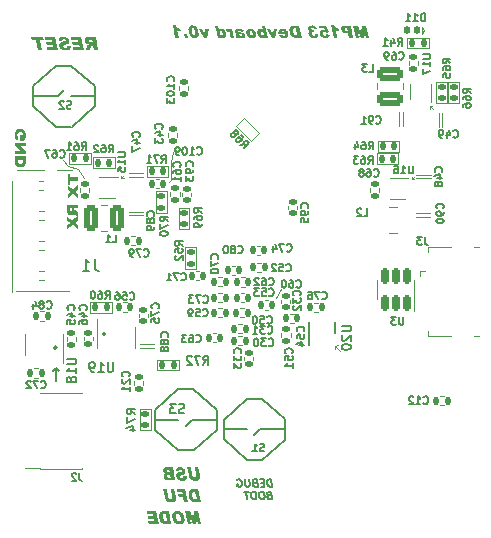
<source format=gbr>
G04 #@! TF.GenerationSoftware,KiCad,Pcbnew,9.0.1*
G04 #@! TF.CreationDate,2025-06-03T13:31:56-07:00*
G04 #@! TF.ProjectId,mp153-devboard,6d703135-332d-4646-9576-626f6172642e,rev?*
G04 #@! TF.SameCoordinates,PXb487a00PY650eff0*
G04 #@! TF.FileFunction,Legend,Bot*
G04 #@! TF.FilePolarity,Positive*
%FSLAX46Y46*%
G04 Gerber Fmt 4.6, Leading zero omitted, Abs format (unit mm)*
G04 Created by KiCad (PCBNEW 9.0.1) date 2025-06-03 13:31:56*
%MOMM*%
%LPD*%
G01*
G04 APERTURE LIST*
G04 Aperture macros list*
%AMRoundRect*
0 Rectangle with rounded corners*
0 $1 Rounding radius*
0 $2 $3 $4 $5 $6 $7 $8 $9 X,Y pos of 4 corners*
0 Add a 4 corners polygon primitive as box body*
4,1,4,$2,$3,$4,$5,$6,$7,$8,$9,$2,$3,0*
0 Add four circle primitives for the rounded corners*
1,1,$1+$1,$2,$3*
1,1,$1+$1,$4,$5*
1,1,$1+$1,$6,$7*
1,1,$1+$1,$8,$9*
0 Add four rect primitives between the rounded corners*
20,1,$1+$1,$2,$3,$4,$5,0*
20,1,$1+$1,$4,$5,$6,$7,0*
20,1,$1+$1,$6,$7,$8,$9,0*
20,1,$1+$1,$8,$9,$2,$3,0*%
G04 Aperture macros list end*
%ADD10C,0.120000*%
%ADD11C,0.149860*%
%ADD12C,0.150000*%
%ADD13C,0.177800*%
%ADD14C,0.100000*%
%ADD15C,0.203200*%
%ADD16C,0.152400*%
%ADD17C,3.000000*%
%ADD18R,1.000000X1.000000*%
%ADD19RoundRect,0.147500X-0.172500X0.147500X-0.172500X-0.147500X0.172500X-0.147500X0.172500X0.147500X0*%
%ADD20RoundRect,0.147500X-0.147500X-0.172500X0.147500X-0.172500X0.147500X0.172500X-0.147500X0.172500X0*%
%ADD21RoundRect,0.150000X0.150000X-0.512500X0.150000X0.512500X-0.150000X0.512500X-0.150000X-0.512500X0*%
%ADD22RoundRect,0.147500X0.147500X0.172500X-0.147500X0.172500X-0.147500X-0.172500X0.147500X-0.172500X0*%
%ADD23RoundRect,0.250000X-0.375000X-0.850000X0.375000X-0.850000X0.375000X0.850000X-0.375000X0.850000X0*%
%ADD24R,0.700000X0.340000*%
%ADD25R,0.700000X1.000000*%
%ADD26RoundRect,0.147500X0.172500X-0.147500X0.172500X0.147500X-0.172500X0.147500X-0.172500X-0.147500X0*%
%ADD27RoundRect,0.125000X0.125000X0.225000X-0.125000X0.225000X-0.125000X-0.225000X0.125000X-0.225000X0*%
%ADD28RoundRect,0.147500X0.226274X0.017678X0.017678X0.226274X-0.226274X-0.017678X-0.017678X-0.226274X0*%
%ADD29R,1.350000X0.400000*%
%ADD30O,1.550000X0.890000*%
%ADD31R,1.550000X1.200000*%
%ADD32O,0.950000X1.250000*%
%ADD33R,1.550000X1.500000*%
%ADD34RoundRect,0.250000X-0.850000X0.375000X-0.850000X-0.375000X0.850000X-0.375000X0.850000X0.375000X0*%
%ADD35R,0.350000X0.650000*%
%ADD36R,1.600000X1.000000*%
%ADD37R,0.340000X0.700000*%
%ADD38R,0.650000X1.060000*%
%ADD39R,2.400000X0.740000*%
%ADD40R,1.700000X1.700000*%
%ADD41O,1.700000X1.700000*%
%ADD42R,0.850000X2.300000*%
G04 APERTURE END LIST*
D10*
X23000800Y25257600D02*
X22600800Y24447600D01*
X290800Y34417600D02*
X290800Y24967600D01*
X5000800Y35667600D02*
X5830800Y35437600D01*
X5830800Y35437600D02*
X6330800Y34687600D01*
X13870800Y36867600D02*
X13680800Y35997600D01*
X4560800Y36167600D02*
X5000800Y35667600D01*
X13680800Y34517600D02*
X13550800Y34347600D01*
X13680800Y35997600D02*
X13680800Y34517600D01*
D11*
G36*
X30260797Y47546356D02*
G01*
X29852651Y47546356D01*
X29825355Y46934603D01*
X29544324Y47546356D01*
X29137357Y47546356D01*
X29349464Y46525960D01*
X29604625Y46525960D01*
X29440907Y47303913D01*
X29795763Y46525960D01*
X30026419Y46525960D01*
X30057314Y47303913D01*
X30216999Y46525960D01*
X30472904Y46525960D01*
X30260797Y47546356D01*
G37*
G36*
X29128858Y46525960D02*
G01*
X28816002Y46525960D01*
X28737586Y46903150D01*
X28570767Y46903150D01*
X28476981Y46909307D01*
X28397926Y46926595D01*
X28331220Y46953751D01*
X28274909Y46990251D01*
X28225843Y47037199D01*
X28186094Y47092342D01*
X28155267Y47156752D01*
X28133587Y47231949D01*
X28130679Y47254834D01*
X28435896Y47254834D01*
X28438626Y47224133D01*
X28448852Y47193884D01*
X28465987Y47167598D01*
X28490738Y47144600D01*
X28520468Y47128625D01*
X28562549Y47117731D01*
X28620893Y47113581D01*
X28693849Y47113581D01*
X28647631Y47335924D01*
X28561647Y47335924D01*
X28505465Y47331184D01*
X28471610Y47319575D01*
X28452647Y47303479D01*
X28440731Y47280834D01*
X28435896Y47254834D01*
X28130679Y47254834D01*
X28123813Y47308856D01*
X28127791Y47371274D01*
X28143212Y47422317D01*
X28169197Y47464467D01*
X28205289Y47497794D01*
X28254049Y47523231D01*
X28318810Y47540092D01*
X28403947Y47546356D01*
X28916751Y47546356D01*
X29128858Y46525960D01*
G37*
G36*
X27299925Y47562238D02*
G01*
X27515319Y46525960D01*
X27799080Y46525960D01*
X27659247Y47198511D01*
X27734407Y47152238D01*
X27804477Y47116249D01*
X27879614Y47085673D01*
X27980044Y47053157D01*
X27931282Y47287845D01*
X27831410Y47323394D01*
X27751333Y47360991D01*
X27688094Y47400133D01*
X27630368Y47446960D01*
X27578490Y47500830D01*
X27532194Y47562238D01*
X27299925Y47562238D01*
G37*
G36*
X26873664Y47546356D02*
G01*
X26213397Y47546356D01*
X26262034Y47312102D01*
X26706968Y47312102D01*
X26760135Y47166189D01*
X26712962Y47184354D01*
X26665837Y47197705D01*
X26618457Y47206147D01*
X26573836Y47208871D01*
X26499532Y47202396D01*
X26438974Y47184331D01*
X26389440Y47155796D01*
X26349011Y47116621D01*
X26318797Y47068774D01*
X26300936Y47015322D01*
X26295406Y46954596D01*
X26303537Y46884476D01*
X26321855Y46821080D01*
X26350633Y46758419D01*
X26390762Y46695944D01*
X26439156Y46640007D01*
X26493986Y46594173D01*
X26555845Y46557724D01*
X26622934Y46532048D01*
X26700865Y46515817D01*
X26791588Y46510079D01*
X26886137Y46515279D01*
X26956980Y46529062D01*
X27018816Y46553537D01*
X27065422Y46585889D01*
X27102277Y46626639D01*
X27128018Y46671563D01*
X27144443Y46723013D01*
X27154570Y46792536D01*
X26864234Y46823990D01*
X26862834Y46778302D01*
X26853937Y46744452D01*
X26838923Y46719518D01*
X26817238Y46700398D01*
X26791010Y46688840D01*
X26758832Y46684777D01*
X26722575Y46689495D01*
X26688487Y46703713D01*
X26655601Y46728451D01*
X26629148Y46760347D01*
X26607439Y46803091D01*
X26591082Y46859289D01*
X26583879Y46918700D01*
X26588400Y46960303D01*
X26601442Y46989196D01*
X26623548Y47011437D01*
X26653005Y47025206D01*
X26692266Y47030203D01*
X26731562Y47025452D01*
X26772914Y47010537D01*
X26803810Y46992048D01*
X26845064Y46958115D01*
X27076837Y46992918D01*
X26873664Y47546356D01*
G37*
G36*
X25827957Y47248265D02*
G01*
X26083614Y47296593D01*
X26049568Y47359186D01*
X26010377Y47412391D01*
X25966011Y47457197D01*
X25916174Y47494307D01*
X25861781Y47522706D01*
X25798437Y47543943D01*
X25724648Y47557451D01*
X25638680Y47562238D01*
X25537212Y47556205D01*
X25462489Y47540291D01*
X25408599Y47517047D01*
X25370739Y47487855D01*
X25340745Y47448502D01*
X25322791Y47405220D01*
X25316247Y47356620D01*
X25321977Y47300811D01*
X25334641Y47258531D01*
X25354582Y47218931D01*
X25382278Y47181513D01*
X25434717Y47133042D01*
X25504120Y47090379D01*
X25457722Y47074506D01*
X25427317Y47057437D01*
X25401181Y47034116D01*
X25381112Y47006609D01*
X25366706Y46974307D01*
X25359056Y46939623D01*
X25357938Y46899121D01*
X25364411Y46851472D01*
X25381275Y46793887D01*
X25408064Y46737032D01*
X25445680Y46680372D01*
X25491019Y46630034D01*
X25543367Y46588165D01*
X25603442Y46554312D01*
X25668338Y46530679D01*
X25745809Y46515508D01*
X25838193Y46510079D01*
X25929281Y46514448D01*
X25997133Y46525978D01*
X26046577Y46542711D01*
X26091510Y46568284D01*
X26127833Y46600001D01*
X26156570Y46638249D01*
X26177596Y46681695D01*
X26193051Y46734379D01*
X26202168Y46798058D01*
X25913879Y46835963D01*
X25910945Y46778120D01*
X25901758Y46740413D01*
X25888505Y46716975D01*
X25868482Y46699529D01*
X25842752Y46688686D01*
X25809531Y46684777D01*
X25774432Y46689242D01*
X25741378Y46702689D01*
X25709465Y46726032D01*
X25683248Y46755939D01*
X25663399Y46792254D01*
X25649970Y46836211D01*
X25644906Y46882599D01*
X25649718Y46917657D01*
X25662502Y46944405D01*
X25683254Y46964981D01*
X25711428Y46977849D01*
X25749541Y46982558D01*
X25785381Y46978933D01*
X25845513Y46965001D01*
X25787632Y47172827D01*
X25750968Y47169167D01*
X25716388Y47172997D01*
X25684430Y47184364D01*
X25654313Y47203660D01*
X25628721Y47228772D01*
X25611404Y47255829D01*
X25601395Y47285364D01*
X25598592Y47314852D01*
X25602759Y47338130D01*
X25612996Y47356893D01*
X25628831Y47371129D01*
X25650634Y47380210D01*
X25680431Y47383569D01*
X25725758Y47376120D01*
X25764864Y47353977D01*
X25785923Y47331881D01*
X25807029Y47297856D01*
X25827957Y47248265D01*
G37*
G36*
X24779830Y46525960D02*
G01*
X24320565Y46525960D01*
X24235622Y46532379D01*
X24130978Y46553753D01*
X24080354Y46571059D01*
X24028529Y46597705D01*
X23975015Y46634837D01*
X23926348Y46678213D01*
X23882201Y46728359D01*
X23842440Y46785836D01*
X23810556Y46848045D01*
X23780532Y46930989D01*
X23753292Y47039198D01*
X23738207Y47142345D01*
X23737624Y47181162D01*
X24052530Y47181162D01*
X24053932Y47119607D01*
X24067389Y47033491D01*
X24087514Y46952120D01*
X24107546Y46895360D01*
X24126945Y46857552D01*
X24164999Y46810410D01*
X24205857Y46781866D01*
X24236770Y46770968D01*
X24282189Y46763223D01*
X24346621Y46760215D01*
X24419577Y46760215D01*
X24304807Y47312102D01*
X24229742Y47312102D01*
X24169520Y47307460D01*
X24125695Y47295183D01*
X24094361Y47276956D01*
X24072662Y47253228D01*
X24059599Y47224051D01*
X24052530Y47181162D01*
X23737624Y47181162D01*
X23736790Y47236726D01*
X23744384Y47297809D01*
X23759560Y47352048D01*
X23781954Y47400444D01*
X23812472Y47443660D01*
X23850777Y47479545D01*
X23897778Y47508637D01*
X23949836Y47528205D01*
X24018922Y47541418D01*
X24109265Y47546356D01*
X24567723Y47546356D01*
X24779830Y46525960D01*
G37*
G36*
X23259135Y47277185D02*
G01*
X23343354Y47256637D01*
X23418868Y47223299D01*
X23487027Y47176984D01*
X23546528Y47119300D01*
X23593827Y47053974D01*
X23629666Y46980085D01*
X23654094Y46896263D01*
X23664388Y46814996D01*
X23660468Y46744899D01*
X23643982Y46683722D01*
X23615158Y46627517D01*
X23578744Y46584118D01*
X23534361Y46551644D01*
X23483010Y46530263D01*
X23412183Y46515625D01*
X23316423Y46510079D01*
X23206617Y46516366D01*
X23119971Y46533444D01*
X23052204Y46559213D01*
X22990340Y46597238D01*
X22928098Y46651298D01*
X22865037Y46724171D01*
X23136824Y46748366D01*
X23169881Y46718138D01*
X23194891Y46701403D01*
X23235998Y46685801D01*
X23275726Y46680807D01*
X23315317Y46686437D01*
X23345467Y46702193D01*
X23368535Y46728327D01*
X23378820Y46751458D01*
X23384211Y46783602D01*
X23383113Y46827712D01*
X22829303Y46827712D01*
X22822355Y46861026D01*
X22808179Y46958732D01*
X22808468Y47018655D01*
X23084279Y47018655D01*
X23085643Y46966676D01*
X23353459Y46966676D01*
X23329832Y47023612D01*
X23302464Y47061408D01*
X23266684Y47090952D01*
X23228836Y47107922D01*
X23187695Y47113581D01*
X23151879Y47109362D01*
X23124822Y47097773D01*
X23104378Y47079275D01*
X23091275Y47054719D01*
X23084279Y47018655D01*
X22808468Y47018655D01*
X22808552Y47036169D01*
X22820432Y47097390D01*
X22845281Y47153694D01*
X22881128Y47199527D01*
X22928936Y47236354D01*
X22984719Y47261101D01*
X23061284Y47277945D01*
X23164493Y47284309D01*
X23259135Y47277185D01*
G37*
G36*
X22694991Y47268427D02*
G01*
X22402918Y47268427D01*
X22360857Y46805378D01*
X22121515Y47268427D01*
X21837631Y47268427D01*
X22299873Y46525960D01*
X22547714Y46525960D01*
X22694991Y47268427D01*
G37*
G36*
X21915426Y46525960D02*
G01*
X21652696Y46525960D01*
X21630735Y46631611D01*
X21590472Y46574512D01*
X21552940Y46542152D01*
X21515506Y46524650D01*
X21473317Y46513840D01*
X21425390Y46510079D01*
X21369609Y46515061D01*
X21314921Y46530090D01*
X21260556Y46555739D01*
X21211207Y46590286D01*
X21165220Y46635792D01*
X21122398Y46693772D01*
X21087569Y46757228D01*
X21059528Y46828063D01*
X21038523Y46907182D01*
X21031116Y46960962D01*
X21312167Y46960962D01*
X21319802Y46902591D01*
X21337705Y46837841D01*
X21358814Y46792527D01*
X21382212Y46762076D01*
X21411998Y46738277D01*
X21441890Y46724882D01*
X21472787Y46720511D01*
X21505469Y46725382D01*
X21530902Y46739188D01*
X21550893Y46762448D01*
X21562030Y46791763D01*
X21565179Y46835349D01*
X21556786Y46898931D01*
X21540715Y46954852D01*
X21519834Y46996809D01*
X21494810Y47027597D01*
X21463475Y47051510D01*
X21430606Y47065307D01*
X21395240Y47069907D01*
X21367028Y47065378D01*
X21344289Y47052275D01*
X21325634Y47029644D01*
X21315150Y47001673D01*
X21312167Y46960962D01*
X21031116Y46960962D01*
X21025605Y47000973D01*
X21027770Y47076466D01*
X21042181Y47137357D01*
X21067309Y47186724D01*
X21104393Y47229121D01*
X21148856Y47259137D01*
X21202149Y47277729D01*
X21266636Y47284309D01*
X21329476Y47278688D01*
X21388416Y47262038D01*
X21443148Y47235176D01*
X21492329Y47199131D01*
X21420179Y47546356D01*
X21703319Y47546356D01*
X21915426Y46525960D01*
G37*
G36*
X20525141Y47277112D02*
G01*
X20609496Y47256242D01*
X20686077Y47222174D01*
X20756128Y47174564D01*
X20817630Y47115504D01*
X20865895Y47049900D01*
X20901902Y46976974D01*
X20925925Y46895519D01*
X20935373Y46821671D01*
X20932130Y46756922D01*
X20917505Y46699477D01*
X20891859Y46647834D01*
X20854582Y46600902D01*
X20807522Y46562950D01*
X20749548Y46534721D01*
X20678332Y46516608D01*
X20590859Y46510079D01*
X20494184Y46517324D01*
X20408252Y46538211D01*
X20331298Y46572073D01*
X20261936Y46619079D01*
X20201039Y46677777D01*
X20153072Y46743356D01*
X20117129Y46816636D01*
X20093007Y46898869D01*
X20084585Y46965048D01*
X20366094Y46965048D01*
X20374224Y46900792D01*
X20393166Y46833569D01*
X20416509Y46785037D01*
X20443334Y46751095D01*
X20477259Y46724738D01*
X20512441Y46709635D01*
X20549914Y46704629D01*
X20585927Y46710042D01*
X20614148Y46725438D01*
X20636519Y46751467D01*
X20649224Y46784128D01*
X20653060Y46830894D01*
X20644584Y46897132D01*
X20626487Y46960364D01*
X20603193Y47007662D01*
X20575474Y47042238D01*
X20540689Y47069239D01*
X20504870Y47084662D01*
X20466970Y47089759D01*
X20432265Y47084433D01*
X20404763Y47069190D01*
X20382661Y47043231D01*
X20369990Y47010853D01*
X20366094Y46965048D01*
X20084585Y46965048D01*
X20083240Y46975618D01*
X20086778Y47042658D01*
X20102216Y47101924D01*
X20129175Y47155023D01*
X20165988Y47199347D01*
X20212570Y47234539D01*
X20270584Y47260998D01*
X20342500Y47278111D01*
X20431423Y47284309D01*
X20525141Y47277112D01*
G37*
G36*
X19577536Y47281287D02*
G01*
X19647887Y47272522D01*
X19713268Y47257433D01*
X19759803Y47239146D01*
X19814751Y47205626D01*
X19856085Y47168423D01*
X19889760Y47122289D01*
X19923706Y47054335D01*
X19661411Y47026108D01*
X19632286Y47068802D01*
X19605205Y47091620D01*
X19562744Y47107457D01*
X19499803Y47113581D01*
X19465660Y47110654D01*
X19444350Y47103374D01*
X19431809Y47093109D01*
X19422687Y47068394D01*
X19426288Y47021766D01*
X19529891Y46988576D01*
X19740633Y46943846D01*
X19829792Y46920753D01*
X19892991Y46893383D01*
X19936176Y46863011D01*
X19971171Y46823630D01*
X19996892Y46777691D01*
X20013599Y46723985D01*
X20018424Y46679045D01*
X20013758Y46639572D01*
X20000279Y46604178D01*
X19977617Y46571806D01*
X19948386Y46546651D01*
X19909604Y46527452D01*
X19858845Y46514769D01*
X19792993Y46510079D01*
X19728598Y46513672D01*
X19669644Y46524108D01*
X19615441Y46541036D01*
X19557783Y46570076D01*
X19494529Y46615481D01*
X19494654Y46571930D01*
X19482928Y46525960D01*
X19219516Y46525960D01*
X19229633Y46571986D01*
X19232668Y46603321D01*
X19230595Y46635267D01*
X19222246Y46684529D01*
X19182768Y46874364D01*
X19456935Y46874364D01*
X19465434Y46833357D01*
X19479898Y46785071D01*
X19499306Y46749606D01*
X19526682Y46720739D01*
X19566431Y46695199D01*
X19611260Y46678344D01*
X19656076Y46672866D01*
X19694897Y46678559D01*
X19717121Y46692966D01*
X19728637Y46715382D01*
X19728287Y46744954D01*
X19717533Y46770865D01*
X19695221Y46795142D01*
X19660106Y46814182D01*
X19580141Y46839189D01*
X19456935Y46874364D01*
X19182768Y46874364D01*
X19154501Y47010289D01*
X19148450Y47063517D01*
X19152081Y47120530D01*
X19166505Y47173526D01*
X19189800Y47210050D01*
X19219847Y47236314D01*
X19257361Y47256356D01*
X19303888Y47269978D01*
X19383141Y47280237D01*
X19501105Y47284309D01*
X19577536Y47281287D01*
G37*
G36*
X18915842Y47268427D02*
G01*
X18653174Y47268427D01*
X18676749Y47155023D01*
X18626340Y47217851D01*
X18582327Y47254717D01*
X18533343Y47276781D01*
X18477111Y47284309D01*
X18436953Y47280243D01*
X18394382Y47267522D01*
X18348569Y47244915D01*
X18477980Y47040501D01*
X18522095Y47057403D01*
X18551743Y47061966D01*
X18585296Y47057060D01*
X18615677Y47042371D01*
X18643993Y47016679D01*
X18674755Y46969928D01*
X18706036Y46893201D01*
X18736615Y46775352D01*
X18788479Y46525960D01*
X19070192Y46525960D01*
X18915842Y47268427D01*
G37*
G36*
X17804933Y47198573D02*
G01*
X17838634Y47234683D01*
X17882542Y47261914D01*
X17933720Y47278430D01*
X17995947Y47284309D01*
X18060437Y47278292D01*
X18121232Y47260406D01*
X18179396Y47230266D01*
X18235723Y47186662D01*
X18282764Y47135089D01*
X18322756Y47072231D01*
X18355561Y46996350D01*
X18380519Y46905259D01*
X18392446Y46821554D01*
X18392231Y46748104D01*
X18381296Y46683217D01*
X18360419Y46625407D01*
X18335082Y46584129D01*
X18303221Y46552649D01*
X18264128Y46529755D01*
X18216280Y46515271D01*
X18157493Y46510079D01*
X18109037Y46513638D01*
X18062365Y46524246D01*
X18016978Y46542028D01*
X17967026Y46573604D01*
X17902580Y46630990D01*
X17924418Y46525960D01*
X17661750Y46525960D01*
X17572059Y46957442D01*
X17857917Y46957442D01*
X17865048Y46899800D01*
X17882568Y46837638D01*
X17904011Y46793178D01*
X17928512Y46762448D01*
X17959460Y46738579D01*
X17991064Y46724988D01*
X18024236Y46720511D01*
X18054198Y46725210D01*
X18077957Y46738691D01*
X18097069Y46761766D01*
X18107714Y46790501D01*
X18110692Y46832433D01*
X18102776Y46892665D01*
X18085378Y46955644D01*
X18064898Y46999718D01*
X18042227Y47029334D01*
X18013269Y47052572D01*
X17984218Y47065642D01*
X17954196Y47069907D01*
X17920605Y47065010D01*
X17894418Y47051153D01*
X17873795Y47027907D01*
X17861801Y46998646D01*
X17857917Y46957442D01*
X17572059Y46957442D01*
X17449643Y47546356D01*
X17732659Y47546356D01*
X17804933Y47198573D01*
G37*
G36*
X16914072Y47268427D02*
G01*
X16621999Y47268427D01*
X16579937Y46805378D01*
X16340596Y47268427D01*
X16056711Y47268427D01*
X16518954Y46525960D01*
X16766795Y46525960D01*
X16914072Y47268427D01*
G37*
G36*
X15597641Y47557103D02*
G01*
X15672329Y47542409D01*
X15738464Y47518909D01*
X15797219Y47486917D01*
X15849505Y47446290D01*
X15892639Y47399349D01*
X15933333Y47338188D01*
X15971320Y47260167D01*
X16005987Y47162187D01*
X16036425Y47040749D01*
X16055187Y46925053D01*
X16061116Y46825478D01*
X16057994Y46760455D01*
X16049450Y46710112D01*
X16036735Y46671687D01*
X16010003Y46622345D01*
X15975905Y46582557D01*
X15933939Y46551148D01*
X15885783Y46529743D01*
X15821944Y46515417D01*
X15738334Y46510079D01*
X15647226Y46515922D01*
X15569131Y46532444D01*
X15502052Y46558571D01*
X15444341Y46593856D01*
X15394769Y46638497D01*
X15343904Y46704626D01*
X15297003Y46791257D01*
X15254806Y46902555D01*
X15218582Y47043355D01*
X15200303Y47165706D01*
X15197889Y47256018D01*
X15470877Y47256018D01*
X15476040Y47171912D01*
X15499551Y47033987D01*
X15530318Y46906498D01*
X15555943Y46832365D01*
X15587748Y46774113D01*
X15620524Y46738191D01*
X15659012Y46715755D01*
X15698568Y46708599D01*
X15726916Y46712936D01*
X15749040Y46725274D01*
X15766503Y46746217D01*
X15779465Y46778330D01*
X15785274Y46826277D01*
X15780405Y46908741D01*
X15758062Y47040749D01*
X15726985Y47168982D01*
X15698714Y47251816D01*
X15673566Y47301556D01*
X15639441Y47341983D01*
X15602554Y47364308D01*
X15561278Y47371658D01*
X15530984Y47367275D01*
X15507720Y47354949D01*
X15489727Y47334369D01*
X15476659Y47303293D01*
X15470877Y47256018D01*
X15197889Y47256018D01*
X15197241Y47280277D01*
X15202458Y47337918D01*
X15213371Y47384872D01*
X15231889Y47428208D01*
X15260209Y47470546D01*
X15298295Y47506608D01*
X15352459Y47536803D01*
X15393078Y47550052D01*
X15445702Y47558942D01*
X15513013Y47562238D01*
X15597641Y47557103D01*
G37*
G36*
X15108899Y46811830D02*
G01*
X14809568Y46811830D01*
X14869000Y46525960D01*
X15168332Y46525960D01*
X15108899Y46811830D01*
G37*
G36*
X13875963Y47562238D02*
G01*
X14091357Y46525960D01*
X14375118Y46525960D01*
X14235285Y47198511D01*
X14310445Y47152238D01*
X14380515Y47116249D01*
X14455652Y47085673D01*
X14556082Y47053157D01*
X14507320Y47287845D01*
X14407448Y47323394D01*
X14327371Y47360991D01*
X14264132Y47400133D01*
X14206406Y47446960D01*
X14154528Y47500830D01*
X14108232Y47562238D01*
X13875963Y47562238D01*
G37*
D12*
X22281223Y8497930D02*
X22199973Y9147930D01*
X22199973Y9147930D02*
X22045211Y9147930D01*
X22045211Y9147930D02*
X21956223Y9116978D01*
X21956223Y9116978D02*
X21902056Y9055073D01*
X21902056Y9055073D02*
X21878842Y8993168D01*
X21878842Y8993168D02*
X21863366Y8869359D01*
X21863366Y8869359D02*
X21874973Y8776502D01*
X21874973Y8776502D02*
X21921401Y8652692D01*
X21921401Y8652692D02*
X21960092Y8590787D01*
X21960092Y8590787D02*
X22029735Y8528882D01*
X22029735Y8528882D02*
X22126461Y8497930D01*
X22126461Y8497930D02*
X22281223Y8497930D01*
X21588663Y8838406D02*
X21371996Y8838406D01*
X21321699Y8497930D02*
X21631223Y8497930D01*
X21631223Y8497930D02*
X21549973Y9147930D01*
X21549973Y9147930D02*
X21240449Y9147930D01*
X20783901Y8838406D02*
X20694913Y8807454D01*
X20694913Y8807454D02*
X20667830Y8776502D01*
X20667830Y8776502D02*
X20644616Y8714597D01*
X20644616Y8714597D02*
X20656223Y8621740D01*
X20656223Y8621740D02*
X20694913Y8559835D01*
X20694913Y8559835D02*
X20729735Y8528882D01*
X20729735Y8528882D02*
X20795509Y8497930D01*
X20795509Y8497930D02*
X21043128Y8497930D01*
X21043128Y8497930D02*
X20961878Y9147930D01*
X20961878Y9147930D02*
X20745211Y9147930D01*
X20745211Y9147930D02*
X20687175Y9116978D01*
X20687175Y9116978D02*
X20660092Y9086025D01*
X20660092Y9086025D02*
X20636878Y9024121D01*
X20636878Y9024121D02*
X20644616Y8962216D01*
X20644616Y8962216D02*
X20683306Y8900311D01*
X20683306Y8900311D02*
X20718128Y8869359D01*
X20718128Y8869359D02*
X20783901Y8838406D01*
X20783901Y8838406D02*
X21000568Y8838406D01*
X20311878Y9147930D02*
X20377651Y8621740D01*
X20377651Y8621740D02*
X20354437Y8559835D01*
X20354437Y8559835D02*
X20327354Y8528882D01*
X20327354Y8528882D02*
X20269318Y8497930D01*
X20269318Y8497930D02*
X20145509Y8497930D01*
X20145509Y8497930D02*
X20079735Y8528882D01*
X20079735Y8528882D02*
X20044913Y8559835D01*
X20044913Y8559835D02*
X20006223Y8621740D01*
X20006223Y8621740D02*
X19940449Y9147930D01*
X19294319Y9116978D02*
X19352354Y9147930D01*
X19352354Y9147930D02*
X19445211Y9147930D01*
X19445211Y9147930D02*
X19541938Y9116978D01*
X19541938Y9116978D02*
X19611580Y9055073D01*
X19611580Y9055073D02*
X19650271Y8993168D01*
X19650271Y8993168D02*
X19696699Y8869359D01*
X19696699Y8869359D02*
X19708307Y8776502D01*
X19708307Y8776502D02*
X19692830Y8652692D01*
X19692830Y8652692D02*
X19669616Y8590787D01*
X19669616Y8590787D02*
X19615449Y8528882D01*
X19615449Y8528882D02*
X19526461Y8497930D01*
X19526461Y8497930D02*
X19464557Y8497930D01*
X19464557Y8497930D02*
X19367830Y8528882D01*
X19367830Y8528882D02*
X19333009Y8559835D01*
X19333009Y8559835D02*
X19305926Y8776502D01*
X19305926Y8776502D02*
X19429735Y8776502D01*
X22021996Y7791942D02*
X21933008Y7760990D01*
X21933008Y7760990D02*
X21905925Y7730038D01*
X21905925Y7730038D02*
X21882711Y7668133D01*
X21882711Y7668133D02*
X21894318Y7575276D01*
X21894318Y7575276D02*
X21933008Y7513371D01*
X21933008Y7513371D02*
X21967830Y7482418D01*
X21967830Y7482418D02*
X22033604Y7451466D01*
X22033604Y7451466D02*
X22281223Y7451466D01*
X22281223Y7451466D02*
X22199973Y8101466D01*
X22199973Y8101466D02*
X21983306Y8101466D01*
X21983306Y8101466D02*
X21925270Y8070514D01*
X21925270Y8070514D02*
X21898187Y8039561D01*
X21898187Y8039561D02*
X21874973Y7977657D01*
X21874973Y7977657D02*
X21882711Y7915752D01*
X21882711Y7915752D02*
X21921401Y7853847D01*
X21921401Y7853847D02*
X21956223Y7822895D01*
X21956223Y7822895D02*
X22021996Y7791942D01*
X22021996Y7791942D02*
X22238663Y7791942D01*
X21426163Y8101466D02*
X21302354Y8101466D01*
X21302354Y8101466D02*
X21244318Y8070514D01*
X21244318Y8070514D02*
X21190151Y8008609D01*
X21190151Y8008609D02*
X21174675Y7884799D01*
X21174675Y7884799D02*
X21201758Y7668133D01*
X21201758Y7668133D02*
X21248187Y7544323D01*
X21248187Y7544323D02*
X21317830Y7482418D01*
X21317830Y7482418D02*
X21383604Y7451466D01*
X21383604Y7451466D02*
X21507413Y7451466D01*
X21507413Y7451466D02*
X21565449Y7482418D01*
X21565449Y7482418D02*
X21619616Y7544323D01*
X21619616Y7544323D02*
X21635092Y7668133D01*
X21635092Y7668133D02*
X21608008Y7884799D01*
X21608008Y7884799D02*
X21561580Y8008609D01*
X21561580Y8008609D02*
X21491937Y8070514D01*
X21491937Y8070514D02*
X21426163Y8101466D01*
X20745211Y8101466D02*
X20621402Y8101466D01*
X20621402Y8101466D02*
X20563366Y8070514D01*
X20563366Y8070514D02*
X20509199Y8008609D01*
X20509199Y8008609D02*
X20493723Y7884799D01*
X20493723Y7884799D02*
X20520806Y7668133D01*
X20520806Y7668133D02*
X20567235Y7544323D01*
X20567235Y7544323D02*
X20636878Y7482418D01*
X20636878Y7482418D02*
X20702652Y7451466D01*
X20702652Y7451466D02*
X20826461Y7451466D01*
X20826461Y7451466D02*
X20884497Y7482418D01*
X20884497Y7482418D02*
X20938664Y7544323D01*
X20938664Y7544323D02*
X20954140Y7668133D01*
X20954140Y7668133D02*
X20927056Y7884799D01*
X20927056Y7884799D02*
X20880628Y8008609D01*
X20880628Y8008609D02*
X20810985Y8070514D01*
X20810985Y8070514D02*
X20745211Y8101466D01*
X20280926Y8101466D02*
X19909497Y8101466D01*
X20176462Y7451466D02*
X20095212Y8101466D01*
D13*
G36*
X5839736Y32074628D02*
G01*
X5478428Y32074628D01*
X5478428Y32049287D01*
X5483555Y32009531D01*
X5498730Y31974549D01*
X5520031Y31951522D01*
X5566746Y31919167D01*
X5839736Y31753265D01*
X5839736Y31399113D01*
X5580209Y31550177D01*
X5524297Y31593836D01*
X5491793Y31625350D01*
X5476962Y31643722D01*
X5461830Y31672729D01*
X5445695Y31718277D01*
X5430145Y31659261D01*
X5411660Y31615817D01*
X5386775Y31576818D01*
X5357674Y31544228D01*
X5324047Y31517510D01*
X5286792Y31498048D01*
X5244300Y31485957D01*
X5195505Y31481728D01*
X5139814Y31487256D01*
X5091938Y31503041D01*
X5050407Y31528562D01*
X5014638Y31563292D01*
X4987696Y31604030D01*
X4968874Y31651660D01*
X4957674Y31703415D01*
X4949861Y31775084D01*
X4946889Y31871662D01*
X4946889Y31940660D01*
X5131017Y31940660D01*
X5134281Y31884603D01*
X5142412Y31848556D01*
X5153599Y31826599D01*
X5170343Y31810185D01*
X5191494Y31800060D01*
X5218413Y31796435D01*
X5245358Y31801231D01*
X5268841Y31815486D01*
X5286662Y31837338D01*
X5296146Y31864579D01*
X5308197Y31946095D01*
X5308197Y32074628D01*
X5131017Y32074628D01*
X5131017Y31940660D01*
X4946889Y31940660D01*
X4946889Y32389396D01*
X5839736Y32389396D01*
X5839736Y32074628D01*
G37*
G36*
X4946889Y31375788D02*
G01*
X4946889Y31030184D01*
X5218684Y30853658D01*
X4946889Y30682688D01*
X4946889Y30340503D01*
X5379362Y30653256D01*
X5839736Y30311133D01*
X5839736Y30663515D01*
X5555564Y30859825D01*
X5839736Y31056868D01*
X5839736Y31407234D01*
X5374530Y31060287D01*
X4946889Y31375788D01*
G37*
D11*
G36*
X7557620Y45471100D02*
G01*
X7218764Y45471100D01*
X7125805Y45918163D01*
X7098199Y45918163D01*
X7056429Y45911698D01*
X7023308Y45893177D01*
X7004242Y45867188D01*
X6981396Y45809218D01*
X6872989Y45471100D01*
X6492220Y45471100D01*
X6587866Y45791889D01*
X6597974Y45818285D01*
X6620509Y45861138D01*
X6646172Y45901546D01*
X6662152Y45919842D01*
X6689303Y45938529D01*
X6734155Y45958530D01*
X6666710Y45977737D01*
X6614867Y46000711D01*
X6566681Y46031347D01*
X6524105Y46067350D01*
X6486713Y46108983D01*
X6455929Y46155552D01*
X6432075Y46208181D01*
X6415247Y46267766D01*
X6414452Y46274399D01*
X6756704Y46274399D01*
X6759679Y46240362D01*
X6771650Y46207170D01*
X6793329Y46177628D01*
X6821895Y46155314D01*
X6853511Y46143709D01*
X6944320Y46128798D01*
X7082079Y46128798D01*
X7036473Y46348030D01*
X6891997Y46348030D01*
X6831730Y46343866D01*
X6795490Y46333770D01*
X6775328Y46320223D01*
X6762309Y46300217D01*
X6756704Y46274399D01*
X6414452Y46274399D01*
X6406825Y46338073D01*
X6411760Y46397164D01*
X6428345Y46447504D01*
X6456598Y46491884D01*
X6493414Y46525200D01*
X6540043Y46548657D01*
X6592217Y46562383D01*
X6667180Y46572111D01*
X6771298Y46575860D01*
X7327977Y46575860D01*
X7557620Y45471100D01*
G37*
G36*
X6135901Y46575860D02*
G01*
X5239224Y46575860D01*
X5289263Y46335134D01*
X5847957Y46335134D01*
X5883689Y46163187D01*
X5365498Y46163187D01*
X5412850Y45935357D01*
X5931042Y45935357D01*
X5974835Y45724722D01*
X5400021Y45724722D01*
X5452747Y45471100D01*
X6365544Y45471100D01*
X6135901Y46575860D01*
G37*
G36*
X5234791Y45841660D02*
G01*
X4909502Y45862414D01*
X4910294Y45807955D01*
X4904329Y45768179D01*
X4893382Y45739633D01*
X4872038Y45711179D01*
X4844162Y45690770D01*
X4808369Y45677834D01*
X4762340Y45673138D01*
X4716347Y45677190D01*
X4678336Y45688564D01*
X4646746Y45706654D01*
X4619747Y45731237D01*
X4602136Y45756949D01*
X4592475Y45784299D01*
X4590930Y45811067D01*
X4597577Y45835433D01*
X4612894Y45858586D01*
X4636024Y45876323D01*
X4683687Y45897284D01*
X4769057Y45921454D01*
X4877057Y45952603D01*
X4957166Y45985830D01*
X5014874Y46020237D01*
X5054851Y46055384D01*
X5086669Y46099539D01*
X5105694Y46148775D01*
X5112299Y46204729D01*
X5105294Y46269579D01*
X5088740Y46324284D01*
X5061775Y46377773D01*
X5023350Y46430645D01*
X4977009Y46476655D01*
X4920735Y46516350D01*
X4853149Y46549732D01*
X4781080Y46572498D01*
X4690715Y46587547D01*
X4578370Y46593054D01*
X4471790Y46586895D01*
X4389229Y46570292D01*
X4326037Y46545454D01*
X4278336Y46513663D01*
X4240636Y46471000D01*
X4214559Y46416639D01*
X4200569Y46347508D01*
X4200960Y46259437D01*
X4522890Y46240429D01*
X4525406Y46289997D01*
X4535768Y46324970D01*
X4552309Y46349239D01*
X4576081Y46366683D01*
X4609075Y46378131D01*
X4654336Y46382419D01*
X4707757Y46375762D01*
X4745750Y46357836D01*
X4773433Y46330031D01*
X4786990Y46298192D01*
X4786159Y46274629D01*
X4773019Y46253056D01*
X4745314Y46235417D01*
X4670859Y46213293D01*
X4530773Y46176899D01*
X4436768Y46144533D01*
X4377407Y46116170D01*
X4325325Y46079105D01*
X4288495Y46038509D01*
X4264500Y45993927D01*
X4251124Y45944571D01*
X4247724Y45890537D01*
X4255096Y45830510D01*
X4275464Y45762531D01*
X4307863Y45697740D01*
X4353227Y45635390D01*
X4407836Y45580885D01*
X4470552Y45535873D01*
X4542302Y45499982D01*
X4618888Y45475249D01*
X4708133Y45459494D01*
X4812111Y45453906D01*
X4930644Y45459869D01*
X5020722Y45475776D01*
X5087954Y45499178D01*
X5137124Y45528453D01*
X5171990Y45562985D01*
X5206434Y45619299D01*
X5228728Y45683267D01*
X5238624Y45756653D01*
X5234791Y45841660D01*
G37*
G36*
X3913486Y46575860D02*
G01*
X3016810Y46575860D01*
X3066849Y46335134D01*
X3625542Y46335134D01*
X3661275Y46163187D01*
X3143083Y46163187D01*
X3190436Y45935357D01*
X3708627Y45935357D01*
X3752420Y45724722D01*
X3177607Y45724722D01*
X3230333Y45471100D01*
X4143129Y45471100D01*
X3913486Y46575860D01*
G37*
G36*
X2877304Y46575860D02*
G01*
X1860802Y46575860D01*
X1917961Y46300745D01*
X2257556Y46300745D01*
X2430041Y45471100D01*
X2767419Y45471100D01*
X2594935Y46300745D01*
X2934463Y46300745D01*
X2877304Y46575860D01*
G37*
D13*
G36*
X1086643Y38301394D02*
G01*
X899041Y38301394D01*
X899041Y37819259D01*
X1279782Y37819259D01*
X1332810Y37914131D01*
X1369810Y37994884D01*
X1393559Y38063502D01*
X1409653Y38134823D01*
X1419967Y38217888D01*
X1423632Y38314400D01*
X1419773Y38405228D01*
X1408923Y38482980D01*
X1391982Y38549414D01*
X1369566Y38606087D01*
X1339361Y38659109D01*
X1302796Y38705653D01*
X1259435Y38746222D01*
X1208563Y38781026D01*
X1135459Y38814906D01*
X1054214Y38835817D01*
X963312Y38843064D01*
X890483Y38838519D01*
X824524Y38825382D01*
X764569Y38804187D01*
X709865Y38775164D01*
X659327Y38737378D01*
X615480Y38692039D01*
X577805Y38638615D01*
X546093Y38576228D01*
X523558Y38506283D01*
X508540Y38416215D01*
X502993Y38301455D01*
X506674Y38189546D01*
X516236Y38108784D01*
X529754Y38052388D01*
X551141Y37999828D01*
X578751Y37954321D01*
X612807Y37915063D01*
X652397Y37882616D01*
X700138Y37854970D01*
X757308Y37832448D01*
X805457Y38134759D01*
X773119Y38150519D01*
X747477Y38171244D01*
X727507Y38197041D01*
X713255Y38227411D01*
X704237Y38264013D01*
X701017Y38308294D01*
X705132Y38357516D01*
X716917Y38399903D01*
X736090Y38436803D01*
X763117Y38469128D01*
X795067Y38493254D01*
X836860Y38511984D01*
X890881Y38524432D01*
X960001Y38529028D01*
X1033924Y38524264D01*
X1090416Y38511500D01*
X1132969Y38492546D01*
X1164485Y38468456D01*
X1190732Y38435956D01*
X1209642Y38397784D01*
X1221440Y38352811D01*
X1225608Y38299440D01*
X1222256Y38248692D01*
X1212363Y38200949D01*
X1195555Y38153284D01*
X1167579Y38094398D01*
X1086643Y38094398D01*
X1086643Y38301394D01*
G37*
G36*
X516889Y37637237D02*
G01*
X516889Y37345305D01*
X1004893Y36971186D01*
X516889Y36971186D01*
X516889Y36675592D01*
X1409736Y36675592D01*
X1409736Y36970271D01*
X924500Y37342313D01*
X1409736Y37342313D01*
X1409736Y37637237D01*
X516889Y37637237D01*
G37*
G36*
X1409736Y36008015D02*
G01*
X1404034Y35923236D01*
X1385417Y35823062D01*
X1370049Y35775149D01*
X1346641Y35728592D01*
X1314360Y35682928D01*
X1276414Y35643009D01*
X1232544Y35609053D01*
X1182073Y35580956D01*
X1128274Y35562061D01*
X1055861Y35549126D01*
X960272Y35544259D01*
X870677Y35550556D01*
X787490Y35568988D01*
X734661Y35589107D01*
X687143Y35615647D01*
X644346Y35648611D01*
X606605Y35688272D01*
X575198Y35734359D01*
X549839Y35787586D01*
X532542Y35844864D01*
X521091Y35917274D01*
X516889Y36008015D01*
X516889Y36081104D01*
X721862Y36081104D01*
X725757Y36020681D01*
X736326Y35973834D01*
X752392Y35937783D01*
X773539Y35910379D01*
X800057Y35890547D01*
X838420Y35874419D01*
X892286Y35863233D01*
X966026Y35858966D01*
X1037788Y35862225D01*
X1087199Y35870524D01*
X1119756Y35881985D01*
X1149214Y35900138D01*
X1170808Y35921276D01*
X1185873Y35945489D01*
X1195242Y35973658D01*
X1202062Y36017469D01*
X1204763Y36082448D01*
X1204763Y36156331D01*
X721862Y36156331D01*
X721862Y36081104D01*
X516889Y36081104D01*
X516889Y36469695D01*
X1409736Y36469695D01*
X1409736Y36008015D01*
G37*
D11*
G36*
X15394786Y10143860D02*
G01*
X15088811Y10143860D01*
X15213008Y9486498D01*
X15237785Y9391524D01*
X15275046Y9301991D01*
X15306984Y9246616D01*
X15344834Y9196102D01*
X15388924Y9150127D01*
X15460894Y9093422D01*
X15528020Y9058713D01*
X15592484Y9038815D01*
X15665233Y9026292D01*
X15747412Y9021906D01*
X15820268Y9024615D01*
X15901773Y9033190D01*
X15979448Y9051039D01*
X16035313Y9077990D01*
X16081731Y9117951D01*
X16121897Y9173434D01*
X16150217Y9237095D01*
X16162685Y9301051D01*
X16164950Y9403151D01*
X16155602Y9487439D01*
X16031588Y10143860D01*
X15725613Y10143860D01*
X15852558Y9472125D01*
X15857995Y9413666D01*
X15851476Y9368767D01*
X15834973Y9333761D01*
X15808794Y9307269D01*
X15772539Y9290380D01*
X15722743Y9284125D01*
X15672761Y9289838D01*
X15629673Y9306275D01*
X15592012Y9333291D01*
X15561232Y9369539D01*
X15537685Y9415449D01*
X15521548Y9473065D01*
X15394786Y10143860D01*
G37*
G36*
X15058341Y9409660D02*
G01*
X14762624Y9430414D01*
X14763344Y9375955D01*
X14757921Y9336179D01*
X14747970Y9307633D01*
X14728566Y9279179D01*
X14703224Y9258770D01*
X14670685Y9245834D01*
X14628840Y9241138D01*
X14587029Y9245190D01*
X14552473Y9256564D01*
X14523755Y9274654D01*
X14499211Y9299237D01*
X14483200Y9324949D01*
X14474418Y9352299D01*
X14473013Y9379067D01*
X14479056Y9403433D01*
X14492980Y9426586D01*
X14514007Y9444323D01*
X14557338Y9465284D01*
X14634946Y9489454D01*
X14733128Y9520603D01*
X14805955Y9553830D01*
X14858417Y9588237D01*
X14894760Y9623384D01*
X14923685Y9667539D01*
X14940980Y9716775D01*
X14946985Y9772729D01*
X14940616Y9837579D01*
X14925568Y9892284D01*
X14901054Y9945773D01*
X14866122Y9998645D01*
X14823994Y10044655D01*
X14772836Y10084350D01*
X14711394Y10117732D01*
X14645877Y10140498D01*
X14563727Y10155547D01*
X14461595Y10161054D01*
X14364704Y10154895D01*
X14289649Y10138292D01*
X14232201Y10113454D01*
X14188837Y10081663D01*
X14154564Y10039000D01*
X14130858Y9984639D01*
X14118139Y9915508D01*
X14118495Y9827437D01*
X14411159Y9808429D01*
X14413446Y9857997D01*
X14422866Y9892970D01*
X14437903Y9917239D01*
X14459514Y9934683D01*
X14489509Y9946131D01*
X14530655Y9950419D01*
X14579219Y9943762D01*
X14613758Y9925836D01*
X14638924Y9898031D01*
X14651250Y9866192D01*
X14650494Y9842629D01*
X14638549Y9821056D01*
X14613363Y9803417D01*
X14545676Y9781293D01*
X14418325Y9744899D01*
X14332866Y9712533D01*
X14278901Y9684170D01*
X14231554Y9647105D01*
X14198072Y9606509D01*
X14176258Y9561927D01*
X14164099Y9512571D01*
X14161007Y9458537D01*
X14167710Y9398510D01*
X14186226Y9330531D01*
X14215679Y9265740D01*
X14256920Y9203390D01*
X14306564Y9148885D01*
X14363579Y9103873D01*
X14428805Y9067982D01*
X14498429Y9043249D01*
X14579561Y9027494D01*
X14674086Y9021906D01*
X14781844Y9027869D01*
X14863733Y9043776D01*
X14924853Y9067178D01*
X14969553Y9096453D01*
X15001250Y9130985D01*
X15032562Y9187299D01*
X15052829Y9251267D01*
X15061826Y9324653D01*
X15058341Y9409660D01*
G37*
G36*
X14064639Y9039100D02*
G01*
X13539700Y9039100D01*
X13400970Y9054146D01*
X13326776Y9070131D01*
X13278605Y9090550D01*
X13234640Y9120435D01*
X13195417Y9156598D01*
X13160574Y9199428D01*
X13131724Y9247270D01*
X13110158Y9298745D01*
X13095667Y9354449D01*
X13088647Y9424261D01*
X13393553Y9424261D01*
X13395658Y9393271D01*
X13405408Y9360705D01*
X13421041Y9333436D01*
X13442919Y9310589D01*
X13469460Y9294693D01*
X13506659Y9283915D01*
X13557835Y9279826D01*
X13709816Y9279826D01*
X13668355Y9499059D01*
X13516253Y9499059D01*
X13463988Y9494836D01*
X13431333Y9484405D01*
X13412145Y9470043D01*
X13399207Y9449239D01*
X13393553Y9424261D01*
X13088647Y9424261D01*
X13088606Y9424667D01*
X13094834Y9482486D01*
X13112642Y9530896D01*
X13142113Y9571406D01*
X13184793Y9603942D01*
X13244106Y9628288D01*
X13180221Y9659264D01*
X13130288Y9699887D01*
X13090375Y9750064D01*
X13061869Y9805722D01*
X13049798Y9847919D01*
X13351870Y9847919D01*
X13354198Y9817698D01*
X13369864Y9772468D01*
X13396086Y9740590D01*
X13419003Y9726957D01*
X13452028Y9717586D01*
X13498484Y9713992D01*
X13627750Y9713992D01*
X13589587Y9916030D01*
X13457574Y9916030D01*
X13412465Y9912266D01*
X13384198Y9902946D01*
X13367509Y9890036D01*
X13356575Y9871375D01*
X13351870Y9847919D01*
X13049798Y9847919D01*
X13044071Y9867939D01*
X13038180Y9926322D01*
X13043169Y9977426D01*
X13058168Y10023020D01*
X13083455Y10064469D01*
X13116510Y10097117D01*
X13159765Y10121774D01*
X13215715Y10137922D01*
X13287642Y10143860D01*
X13855873Y10143860D01*
X14064639Y9039100D01*
G37*
G36*
X16236996Y7191100D02*
G01*
X15784964Y7191100D01*
X15701359Y7198049D01*
X15598362Y7221191D01*
X15548536Y7239928D01*
X15497527Y7268777D01*
X15444856Y7308978D01*
X15396955Y7355941D01*
X15353503Y7410233D01*
X15314369Y7472462D01*
X15282987Y7539814D01*
X15253435Y7629616D01*
X15226625Y7746771D01*
X15211777Y7858446D01*
X15211204Y7900472D01*
X15521150Y7900472D01*
X15522530Y7833828D01*
X15535775Y7740592D01*
X15555583Y7652494D01*
X15575299Y7591041D01*
X15594393Y7550107D01*
X15631848Y7499068D01*
X15672063Y7468163D01*
X15702488Y7456364D01*
X15747192Y7447979D01*
X15810609Y7444722D01*
X15882417Y7444722D01*
X15769454Y8042238D01*
X15695571Y8042238D01*
X15636298Y8037212D01*
X15593163Y8023921D01*
X15562322Y8004186D01*
X15540965Y7978497D01*
X15528108Y7946907D01*
X15521150Y7900472D01*
X15211204Y7900472D01*
X15210383Y7960630D01*
X15217857Y8026763D01*
X15232794Y8085487D01*
X15254835Y8137883D01*
X15284873Y8184673D01*
X15322574Y8223525D01*
X15368835Y8255022D01*
X15420073Y8276208D01*
X15488071Y8290514D01*
X15576991Y8295860D01*
X16028230Y8295860D01*
X16236996Y7191100D01*
G37*
G36*
X14942509Y8295860D02*
G01*
X14190180Y8295860D01*
X14235670Y8055134D01*
X14680009Y8055134D01*
X14714936Y7870291D01*
X14335444Y7870291D01*
X14378491Y7642461D01*
X14757984Y7642461D01*
X14843286Y7191100D01*
X15151276Y7191100D01*
X14942509Y8295860D01*
G37*
G36*
X13373432Y8295860D02*
G01*
X13067457Y8295860D01*
X13191654Y7638498D01*
X13216432Y7543524D01*
X13253692Y7453991D01*
X13285630Y7398616D01*
X13323480Y7348102D01*
X13367570Y7302127D01*
X13439540Y7245422D01*
X13506667Y7210713D01*
X13571130Y7190815D01*
X13643879Y7178292D01*
X13726058Y7173906D01*
X13798914Y7176615D01*
X13880419Y7185190D01*
X13958095Y7203039D01*
X14013959Y7229990D01*
X14060377Y7269951D01*
X14100543Y7325434D01*
X14128863Y7389095D01*
X14141332Y7453051D01*
X14143596Y7555151D01*
X14134249Y7639439D01*
X14010234Y8295860D01*
X13704259Y8295860D01*
X13831204Y7624125D01*
X13836642Y7565666D01*
X13830122Y7520767D01*
X13813619Y7485761D01*
X13787440Y7459269D01*
X13751185Y7442380D01*
X13701389Y7436125D01*
X13651407Y7441838D01*
X13608319Y7458275D01*
X13570658Y7485291D01*
X13539878Y7521539D01*
X13516331Y7567449D01*
X13500194Y7625065D01*
X13373432Y8295860D01*
G37*
G36*
X16035557Y6447860D02*
G01*
X15633839Y6447860D01*
X15606972Y5785528D01*
X15330367Y6447860D01*
X14929809Y6447860D01*
X15138575Y5343100D01*
X15389718Y5343100D01*
X15228579Y6185372D01*
X15577846Y5343100D01*
X15804870Y5343100D01*
X15835278Y6185372D01*
X15992448Y5343100D01*
X16244324Y5343100D01*
X16035557Y6447860D01*
G37*
G36*
X14334537Y6458628D02*
G01*
X14421448Y6440004D01*
X14500780Y6409811D01*
X14573552Y6368194D01*
X14640564Y6314802D01*
X14699704Y6251653D01*
X14750494Y6179194D01*
X14793225Y6096504D01*
X14827835Y6002347D01*
X14853910Y5895211D01*
X14867761Y5796029D01*
X14870201Y5710700D01*
X14862864Y5637141D01*
X14846888Y5573483D01*
X14820900Y5511901D01*
X14788765Y5460832D01*
X14750438Y5418930D01*
X14705410Y5385348D01*
X14656372Y5360999D01*
X14597225Y5342352D01*
X14526191Y5330256D01*
X14441262Y5325906D01*
X14359315Y5330514D01*
X14284883Y5343834D01*
X14217082Y5365302D01*
X14155131Y5394617D01*
X14077920Y5446599D01*
X14010200Y5510427D01*
X13951189Y5586916D01*
X13903815Y5672883D01*
X13864257Y5777296D01*
X13833402Y5903271D01*
X13822179Y5988675D01*
X14128458Y5988675D01*
X14139256Y5907973D01*
X14161316Y5813567D01*
X14186007Y5742728D01*
X14212473Y5690920D01*
X14240250Y5654284D01*
X14287700Y5615229D01*
X14341412Y5591872D01*
X14403343Y5583826D01*
X14449219Y5588825D01*
X14485747Y5602711D01*
X14514953Y5624736D01*
X14538104Y5655426D01*
X14552499Y5691045D01*
X14560388Y5739574D01*
X14559819Y5805022D01*
X14547874Y5892122D01*
X14527661Y5976918D01*
X14503767Y6042861D01*
X14476973Y6093242D01*
X14447673Y6130833D01*
X14398768Y6171249D01*
X14346160Y6194871D01*
X14288244Y6202835D01*
X14241898Y6197893D01*
X14204958Y6184173D01*
X14175408Y6162459D01*
X14151956Y6132310D01*
X14136954Y6097090D01*
X14128564Y6050356D01*
X14128458Y5988675D01*
X13822179Y5988675D01*
X13818846Y6014042D01*
X13818758Y6108202D01*
X13831007Y6188556D01*
X13854293Y6257549D01*
X13888235Y6317153D01*
X13932670Y6367516D01*
X13987756Y6407856D01*
X14055354Y6438295D01*
X14138015Y6457960D01*
X14238846Y6465054D01*
X14334537Y6458628D01*
G37*
G36*
X13750604Y5343100D02*
G01*
X13298572Y5343100D01*
X13214967Y5350049D01*
X13111970Y5373191D01*
X13062144Y5391928D01*
X13011135Y5420777D01*
X12958463Y5460978D01*
X12910563Y5507941D01*
X12867111Y5562233D01*
X12827977Y5624462D01*
X12796594Y5691814D01*
X12767043Y5781616D01*
X12740233Y5898771D01*
X12725385Y6010446D01*
X12724811Y6052472D01*
X13034758Y6052472D01*
X13036137Y5985828D01*
X13049383Y5892592D01*
X13069191Y5804494D01*
X13088907Y5743041D01*
X13108001Y5702107D01*
X13145456Y5651068D01*
X13185670Y5620163D01*
X13216096Y5608364D01*
X13260800Y5599979D01*
X13324217Y5596722D01*
X13396025Y5596722D01*
X13283062Y6194238D01*
X13209179Y6194238D01*
X13149906Y6189212D01*
X13106770Y6175921D01*
X13075930Y6156186D01*
X13054573Y6130497D01*
X13041716Y6098907D01*
X13034758Y6052472D01*
X12724811Y6052472D01*
X12723990Y6112630D01*
X12731464Y6178763D01*
X12746402Y6237487D01*
X12768443Y6289883D01*
X12798480Y6336673D01*
X12836182Y6375525D01*
X12882443Y6407022D01*
X12933681Y6428208D01*
X13001679Y6442514D01*
X13090599Y6447860D01*
X13541838Y6447860D01*
X13750604Y5343100D01*
G37*
G36*
X12458132Y6447860D02*
G01*
X11642972Y6447860D01*
X11688462Y6207134D01*
X12196365Y6207134D01*
X12228849Y6035187D01*
X11757766Y6035187D01*
X11800813Y5807357D01*
X12271897Y5807357D01*
X12311708Y5596722D01*
X11789151Y5596722D01*
X11837084Y5343100D01*
X12666899Y5343100D01*
X12458132Y6447860D01*
G37*
D13*
G36*
X4966889Y35004750D02*
G01*
X4966889Y34060201D01*
X5189232Y34060201D01*
X5189232Y34375824D01*
X5859736Y34375824D01*
X5859736Y34689188D01*
X5189232Y34689188D01*
X5189232Y35004750D01*
X4966889Y35004750D01*
G37*
G36*
X4966889Y33994866D02*
G01*
X4966889Y33649263D01*
X5238684Y33472736D01*
X4966889Y33301766D01*
X4966889Y32959582D01*
X5399362Y33272335D01*
X5859736Y32930212D01*
X5859736Y33282593D01*
X5575564Y33478903D01*
X5859736Y33675946D01*
X5859736Y34026313D01*
X5394530Y33679366D01*
X4966889Y33994866D01*
G37*
D11*
X31068647Y39311600D02*
X31099599Y39280648D01*
X31099599Y39280648D02*
X31192454Y39249697D01*
X31192454Y39249697D02*
X31254358Y39249697D01*
X31254358Y39249697D02*
X31347213Y39280648D01*
X31347213Y39280648D02*
X31409116Y39342552D01*
X31409116Y39342552D02*
X31440068Y39404455D01*
X31440068Y39404455D02*
X31471020Y39528262D01*
X31471020Y39528262D02*
X31471020Y39621117D01*
X31471020Y39621117D02*
X31440068Y39744924D01*
X31440068Y39744924D02*
X31409116Y39806828D01*
X31409116Y39806828D02*
X31347213Y39868731D01*
X31347213Y39868731D02*
X31254358Y39899683D01*
X31254358Y39899683D02*
X31192454Y39899683D01*
X31192454Y39899683D02*
X31099599Y39868731D01*
X31099599Y39868731D02*
X31068647Y39837779D01*
X30759130Y39249697D02*
X30635323Y39249697D01*
X30635323Y39249697D02*
X30573420Y39280648D01*
X30573420Y39280648D02*
X30542468Y39311600D01*
X30542468Y39311600D02*
X30480565Y39404455D01*
X30480565Y39404455D02*
X30449613Y39528262D01*
X30449613Y39528262D02*
X30449613Y39775876D01*
X30449613Y39775876D02*
X30480565Y39837779D01*
X30480565Y39837779D02*
X30511517Y39868731D01*
X30511517Y39868731D02*
X30573420Y39899683D01*
X30573420Y39899683D02*
X30697227Y39899683D01*
X30697227Y39899683D02*
X30759130Y39868731D01*
X30759130Y39868731D02*
X30790082Y39837779D01*
X30790082Y39837779D02*
X30821034Y39775876D01*
X30821034Y39775876D02*
X30821034Y39621117D01*
X30821034Y39621117D02*
X30790082Y39559214D01*
X30790082Y39559214D02*
X30759130Y39528262D01*
X30759130Y39528262D02*
X30697227Y39497310D01*
X30697227Y39497310D02*
X30573420Y39497310D01*
X30573420Y39497310D02*
X30511517Y39528262D01*
X30511517Y39528262D02*
X30480565Y39559214D01*
X30480565Y39559214D02*
X30449613Y39621117D01*
X29830579Y39249697D02*
X30202000Y39249697D01*
X30016289Y39249697D02*
X30016289Y39899683D01*
X30016289Y39899683D02*
X30078193Y39806828D01*
X30078193Y39806828D02*
X30140096Y39744924D01*
X30140096Y39744924D02*
X30202000Y39713972D01*
X33028647Y44736600D02*
X33059599Y44705648D01*
X33059599Y44705648D02*
X33152454Y44674697D01*
X33152454Y44674697D02*
X33214358Y44674697D01*
X33214358Y44674697D02*
X33307213Y44705648D01*
X33307213Y44705648D02*
X33369116Y44767552D01*
X33369116Y44767552D02*
X33400068Y44829455D01*
X33400068Y44829455D02*
X33431020Y44953262D01*
X33431020Y44953262D02*
X33431020Y45046117D01*
X33431020Y45046117D02*
X33400068Y45169924D01*
X33400068Y45169924D02*
X33369116Y45231828D01*
X33369116Y45231828D02*
X33307213Y45293731D01*
X33307213Y45293731D02*
X33214358Y45324683D01*
X33214358Y45324683D02*
X33152454Y45324683D01*
X33152454Y45324683D02*
X33059599Y45293731D01*
X33059599Y45293731D02*
X33028647Y45262779D01*
X32471517Y45324683D02*
X32595323Y45324683D01*
X32595323Y45324683D02*
X32657227Y45293731D01*
X32657227Y45293731D02*
X32688179Y45262779D01*
X32688179Y45262779D02*
X32750082Y45169924D01*
X32750082Y45169924D02*
X32781034Y45046117D01*
X32781034Y45046117D02*
X32781034Y44798504D01*
X32781034Y44798504D02*
X32750082Y44736600D01*
X32750082Y44736600D02*
X32719130Y44705648D01*
X32719130Y44705648D02*
X32657227Y44674697D01*
X32657227Y44674697D02*
X32533420Y44674697D01*
X32533420Y44674697D02*
X32471517Y44705648D01*
X32471517Y44705648D02*
X32440565Y44736600D01*
X32440565Y44736600D02*
X32409613Y44798504D01*
X32409613Y44798504D02*
X32409613Y44953262D01*
X32409613Y44953262D02*
X32440565Y45015166D01*
X32440565Y45015166D02*
X32471517Y45046117D01*
X32471517Y45046117D02*
X32533420Y45077069D01*
X32533420Y45077069D02*
X32657227Y45077069D01*
X32657227Y45077069D02*
X32719130Y45046117D01*
X32719130Y45046117D02*
X32750082Y45015166D01*
X32750082Y45015166D02*
X32781034Y44953262D01*
X32100096Y44674697D02*
X31976289Y44674697D01*
X31976289Y44674697D02*
X31914386Y44705648D01*
X31914386Y44705648D02*
X31883434Y44736600D01*
X31883434Y44736600D02*
X31821531Y44829455D01*
X31821531Y44829455D02*
X31790579Y44953262D01*
X31790579Y44953262D02*
X31790579Y45200876D01*
X31790579Y45200876D02*
X31821531Y45262779D01*
X31821531Y45262779D02*
X31852483Y45293731D01*
X31852483Y45293731D02*
X31914386Y45324683D01*
X31914386Y45324683D02*
X32038193Y45324683D01*
X32038193Y45324683D02*
X32100096Y45293731D01*
X32100096Y45293731D02*
X32131048Y45262779D01*
X32131048Y45262779D02*
X32162000Y45200876D01*
X32162000Y45200876D02*
X32162000Y45046117D01*
X32162000Y45046117D02*
X32131048Y44984214D01*
X32131048Y44984214D02*
X32100096Y44953262D01*
X32100096Y44953262D02*
X32038193Y44922310D01*
X32038193Y44922310D02*
X31914386Y44922310D01*
X31914386Y44922310D02*
X31852483Y44953262D01*
X31852483Y44953262D02*
X31821531Y44984214D01*
X31821531Y44984214D02*
X31790579Y45046117D01*
X11425587Y28042430D02*
X11456539Y28011478D01*
X11456539Y28011478D02*
X11549394Y27980527D01*
X11549394Y27980527D02*
X11611298Y27980527D01*
X11611298Y27980527D02*
X11704153Y28011478D01*
X11704153Y28011478D02*
X11766056Y28073382D01*
X11766056Y28073382D02*
X11797008Y28135285D01*
X11797008Y28135285D02*
X11827960Y28259092D01*
X11827960Y28259092D02*
X11827960Y28351947D01*
X11827960Y28351947D02*
X11797008Y28475754D01*
X11797008Y28475754D02*
X11766056Y28537658D01*
X11766056Y28537658D02*
X11704153Y28599561D01*
X11704153Y28599561D02*
X11611298Y28630513D01*
X11611298Y28630513D02*
X11549394Y28630513D01*
X11549394Y28630513D02*
X11456539Y28599561D01*
X11456539Y28599561D02*
X11425587Y28568609D01*
X11208925Y28630513D02*
X10775601Y28630513D01*
X10775601Y28630513D02*
X11054167Y27980527D01*
X10497036Y27980527D02*
X10373229Y27980527D01*
X10373229Y27980527D02*
X10311326Y28011478D01*
X10311326Y28011478D02*
X10280374Y28042430D01*
X10280374Y28042430D02*
X10218471Y28135285D01*
X10218471Y28135285D02*
X10187519Y28259092D01*
X10187519Y28259092D02*
X10187519Y28506706D01*
X10187519Y28506706D02*
X10218471Y28568609D01*
X10218471Y28568609D02*
X10249423Y28599561D01*
X10249423Y28599561D02*
X10311326Y28630513D01*
X10311326Y28630513D02*
X10435133Y28630513D01*
X10435133Y28630513D02*
X10497036Y28599561D01*
X10497036Y28599561D02*
X10527988Y28568609D01*
X10527988Y28568609D02*
X10558940Y28506706D01*
X10558940Y28506706D02*
X10558940Y28351947D01*
X10558940Y28351947D02*
X10527988Y28290044D01*
X10527988Y28290044D02*
X10497036Y28259092D01*
X10497036Y28259092D02*
X10435133Y28228140D01*
X10435133Y28228140D02*
X10311326Y28228140D01*
X10311326Y28228140D02*
X10249423Y28259092D01*
X10249423Y28259092D02*
X10218471Y28290044D01*
X10218471Y28290044D02*
X10187519Y28351947D01*
X6536800Y23492448D02*
X6567752Y23523400D01*
X6567752Y23523400D02*
X6598703Y23616255D01*
X6598703Y23616255D02*
X6598703Y23678159D01*
X6598703Y23678159D02*
X6567752Y23771014D01*
X6567752Y23771014D02*
X6505848Y23832917D01*
X6505848Y23832917D02*
X6443945Y23863869D01*
X6443945Y23863869D02*
X6320138Y23894821D01*
X6320138Y23894821D02*
X6227283Y23894821D01*
X6227283Y23894821D02*
X6103476Y23863869D01*
X6103476Y23863869D02*
X6041572Y23832917D01*
X6041572Y23832917D02*
X5979669Y23771014D01*
X5979669Y23771014D02*
X5948717Y23678159D01*
X5948717Y23678159D02*
X5948717Y23616255D01*
X5948717Y23616255D02*
X5979669Y23523400D01*
X5979669Y23523400D02*
X6010621Y23492448D01*
X6165379Y22935317D02*
X6598703Y22935317D01*
X5917766Y23090076D02*
X6382041Y23244835D01*
X6382041Y23244835D02*
X6382041Y22842462D01*
X5948717Y22316283D02*
X5948717Y22440090D01*
X5948717Y22440090D02*
X5979669Y22501994D01*
X5979669Y22501994D02*
X6010621Y22532945D01*
X6010621Y22532945D02*
X6103476Y22594849D01*
X6103476Y22594849D02*
X6227283Y22625801D01*
X6227283Y22625801D02*
X6474896Y22625801D01*
X6474896Y22625801D02*
X6536800Y22594849D01*
X6536800Y22594849D02*
X6567752Y22563897D01*
X6567752Y22563897D02*
X6598703Y22501994D01*
X6598703Y22501994D02*
X6598703Y22378187D01*
X6598703Y22378187D02*
X6567752Y22316283D01*
X6567752Y22316283D02*
X6536800Y22285332D01*
X6536800Y22285332D02*
X6474896Y22254380D01*
X6474896Y22254380D02*
X6320138Y22254380D01*
X6320138Y22254380D02*
X6258234Y22285332D01*
X6258234Y22285332D02*
X6227283Y22316283D01*
X6227283Y22316283D02*
X6196331Y22378187D01*
X6196331Y22378187D02*
X6196331Y22501994D01*
X6196331Y22501994D02*
X6227283Y22563897D01*
X6227283Y22563897D02*
X6258234Y22594849D01*
X6258234Y22594849D02*
X6320138Y22625801D01*
X33396027Y22864683D02*
X33396027Y22338504D01*
X33396027Y22338504D02*
X33365075Y22276600D01*
X33365075Y22276600D02*
X33334124Y22245648D01*
X33334124Y22245648D02*
X33272220Y22214697D01*
X33272220Y22214697D02*
X33148413Y22214697D01*
X33148413Y22214697D02*
X33086510Y22245648D01*
X33086510Y22245648D02*
X33055558Y22276600D01*
X33055558Y22276600D02*
X33024606Y22338504D01*
X33024606Y22338504D02*
X33024606Y22864683D01*
X32776992Y22864683D02*
X32374620Y22864683D01*
X32374620Y22864683D02*
X32591282Y22617069D01*
X32591282Y22617069D02*
X32498427Y22617069D01*
X32498427Y22617069D02*
X32436524Y22586117D01*
X32436524Y22586117D02*
X32405572Y22555166D01*
X32405572Y22555166D02*
X32374620Y22493262D01*
X32374620Y22493262D02*
X32374620Y22338504D01*
X32374620Y22338504D02*
X32405572Y22276600D01*
X32405572Y22276600D02*
X32436524Y22245648D01*
X32436524Y22245648D02*
X32498427Y22214697D01*
X32498427Y22214697D02*
X32684137Y22214697D01*
X32684137Y22214697D02*
X32746041Y22245648D01*
X32746041Y22245648D02*
X32776992Y22276600D01*
X37373703Y44385448D02*
X37064186Y44602110D01*
X37373703Y44756869D02*
X36723717Y44756869D01*
X36723717Y44756869D02*
X36723717Y44509255D01*
X36723717Y44509255D02*
X36754669Y44447352D01*
X36754669Y44447352D02*
X36785621Y44416400D01*
X36785621Y44416400D02*
X36847524Y44385448D01*
X36847524Y44385448D02*
X36940379Y44385448D01*
X36940379Y44385448D02*
X37002283Y44416400D01*
X37002283Y44416400D02*
X37033234Y44447352D01*
X37033234Y44447352D02*
X37064186Y44509255D01*
X37064186Y44509255D02*
X37064186Y44756869D01*
X36723717Y43828317D02*
X36723717Y43952124D01*
X36723717Y43952124D02*
X36754669Y44014028D01*
X36754669Y44014028D02*
X36785621Y44044979D01*
X36785621Y44044979D02*
X36878476Y44106883D01*
X36878476Y44106883D02*
X37002283Y44137835D01*
X37002283Y44137835D02*
X37249896Y44137835D01*
X37249896Y44137835D02*
X37311800Y44106883D01*
X37311800Y44106883D02*
X37342752Y44075931D01*
X37342752Y44075931D02*
X37373703Y44014028D01*
X37373703Y44014028D02*
X37373703Y43890221D01*
X37373703Y43890221D02*
X37342752Y43828317D01*
X37342752Y43828317D02*
X37311800Y43797366D01*
X37311800Y43797366D02*
X37249896Y43766414D01*
X37249896Y43766414D02*
X37095138Y43766414D01*
X37095138Y43766414D02*
X37033234Y43797366D01*
X37033234Y43797366D02*
X37002283Y43828317D01*
X37002283Y43828317D02*
X36971331Y43890221D01*
X36971331Y43890221D02*
X36971331Y44014028D01*
X36971331Y44014028D02*
X37002283Y44075931D01*
X37002283Y44075931D02*
X37033234Y44106883D01*
X37033234Y44106883D02*
X37095138Y44137835D01*
X36723717Y43178332D02*
X36723717Y43487849D01*
X36723717Y43487849D02*
X37033234Y43518801D01*
X37033234Y43518801D02*
X37002283Y43487849D01*
X37002283Y43487849D02*
X36971331Y43425945D01*
X36971331Y43425945D02*
X36971331Y43271187D01*
X36971331Y43271187D02*
X37002283Y43209283D01*
X37002283Y43209283D02*
X37033234Y43178332D01*
X37033234Y43178332D02*
X37095138Y43147380D01*
X37095138Y43147380D02*
X37249896Y43147380D01*
X37249896Y43147380D02*
X37311800Y43178332D01*
X37311800Y43178332D02*
X37342752Y43209283D01*
X37342752Y43209283D02*
X37373703Y43271187D01*
X37373703Y43271187D02*
X37373703Y43425945D01*
X37373703Y43425945D02*
X37342752Y43487849D01*
X37342752Y43487849D02*
X37311800Y43518801D01*
X8428647Y36804697D02*
X8645309Y37114214D01*
X8800068Y36804697D02*
X8800068Y37454683D01*
X8800068Y37454683D02*
X8552454Y37454683D01*
X8552454Y37454683D02*
X8490551Y37423731D01*
X8490551Y37423731D02*
X8459599Y37392779D01*
X8459599Y37392779D02*
X8428647Y37330876D01*
X8428647Y37330876D02*
X8428647Y37238021D01*
X8428647Y37238021D02*
X8459599Y37176117D01*
X8459599Y37176117D02*
X8490551Y37145166D01*
X8490551Y37145166D02*
X8552454Y37114214D01*
X8552454Y37114214D02*
X8800068Y37114214D01*
X7871517Y37454683D02*
X7995323Y37454683D01*
X7995323Y37454683D02*
X8057227Y37423731D01*
X8057227Y37423731D02*
X8088179Y37392779D01*
X8088179Y37392779D02*
X8150082Y37299924D01*
X8150082Y37299924D02*
X8181034Y37176117D01*
X8181034Y37176117D02*
X8181034Y36928504D01*
X8181034Y36928504D02*
X8150082Y36866600D01*
X8150082Y36866600D02*
X8119130Y36835648D01*
X8119130Y36835648D02*
X8057227Y36804697D01*
X8057227Y36804697D02*
X7933420Y36804697D01*
X7933420Y36804697D02*
X7871517Y36835648D01*
X7871517Y36835648D02*
X7840565Y36866600D01*
X7840565Y36866600D02*
X7809613Y36928504D01*
X7809613Y36928504D02*
X7809613Y37083262D01*
X7809613Y37083262D02*
X7840565Y37145166D01*
X7840565Y37145166D02*
X7871517Y37176117D01*
X7871517Y37176117D02*
X7933420Y37207069D01*
X7933420Y37207069D02*
X8057227Y37207069D01*
X8057227Y37207069D02*
X8119130Y37176117D01*
X8119130Y37176117D02*
X8150082Y37145166D01*
X8150082Y37145166D02*
X8181034Y37083262D01*
X7562000Y37392779D02*
X7531048Y37423731D01*
X7531048Y37423731D02*
X7469145Y37454683D01*
X7469145Y37454683D02*
X7314386Y37454683D01*
X7314386Y37454683D02*
X7252483Y37423731D01*
X7252483Y37423731D02*
X7221531Y37392779D01*
X7221531Y37392779D02*
X7190579Y37330876D01*
X7190579Y37330876D02*
X7190579Y37268972D01*
X7190579Y37268972D02*
X7221531Y37176117D01*
X7221531Y37176117D02*
X7592951Y36804697D01*
X7592951Y36804697D02*
X7190579Y36804697D01*
X16418654Y22983611D02*
X16449606Y22952659D01*
X16449606Y22952659D02*
X16542461Y22921708D01*
X16542461Y22921708D02*
X16604365Y22921708D01*
X16604365Y22921708D02*
X16697220Y22952659D01*
X16697220Y22952659D02*
X16759123Y23014563D01*
X16759123Y23014563D02*
X16790075Y23076466D01*
X16790075Y23076466D02*
X16821027Y23200273D01*
X16821027Y23200273D02*
X16821027Y23293128D01*
X16821027Y23293128D02*
X16790075Y23416935D01*
X16790075Y23416935D02*
X16759123Y23478839D01*
X16759123Y23478839D02*
X16697220Y23540742D01*
X16697220Y23540742D02*
X16604365Y23571694D01*
X16604365Y23571694D02*
X16542461Y23571694D01*
X16542461Y23571694D02*
X16449606Y23540742D01*
X16449606Y23540742D02*
X16418654Y23509790D01*
X15830572Y23571694D02*
X16140089Y23571694D01*
X16140089Y23571694D02*
X16171041Y23262177D01*
X16171041Y23262177D02*
X16140089Y23293128D01*
X16140089Y23293128D02*
X16078186Y23324080D01*
X16078186Y23324080D02*
X15923427Y23324080D01*
X15923427Y23324080D02*
X15861524Y23293128D01*
X15861524Y23293128D02*
X15830572Y23262177D01*
X15830572Y23262177D02*
X15799620Y23200273D01*
X15799620Y23200273D02*
X15799620Y23045515D01*
X15799620Y23045515D02*
X15830572Y22983611D01*
X15830572Y22983611D02*
X15861524Y22952659D01*
X15861524Y22952659D02*
X15923427Y22921708D01*
X15923427Y22921708D02*
X16078186Y22921708D01*
X16078186Y22921708D02*
X16140089Y22952659D01*
X16140089Y22952659D02*
X16171041Y22983611D01*
X15490103Y22921708D02*
X15366296Y22921708D01*
X15366296Y22921708D02*
X15304393Y22952659D01*
X15304393Y22952659D02*
X15273441Y22983611D01*
X15273441Y22983611D02*
X15211538Y23076466D01*
X15211538Y23076466D02*
X15180586Y23200273D01*
X15180586Y23200273D02*
X15180586Y23447887D01*
X15180586Y23447887D02*
X15211538Y23509790D01*
X15211538Y23509790D02*
X15242490Y23540742D01*
X15242490Y23540742D02*
X15304393Y23571694D01*
X15304393Y23571694D02*
X15428200Y23571694D01*
X15428200Y23571694D02*
X15490103Y23540742D01*
X15490103Y23540742D02*
X15521055Y23509790D01*
X15521055Y23509790D02*
X15552007Y23447887D01*
X15552007Y23447887D02*
X15552007Y23293128D01*
X15552007Y23293128D02*
X15521055Y23231225D01*
X15521055Y23231225D02*
X15490103Y23200273D01*
X15490103Y23200273D02*
X15428200Y23169321D01*
X15428200Y23169321D02*
X15304393Y23169321D01*
X15304393Y23169321D02*
X15242490Y23200273D01*
X15242490Y23200273D02*
X15211538Y23231225D01*
X15211538Y23231225D02*
X15180586Y23293128D01*
X8157647Y24437697D02*
X8374309Y24747214D01*
X8529068Y24437697D02*
X8529068Y25087683D01*
X8529068Y25087683D02*
X8281454Y25087683D01*
X8281454Y25087683D02*
X8219551Y25056731D01*
X8219551Y25056731D02*
X8188599Y25025779D01*
X8188599Y25025779D02*
X8157647Y24963876D01*
X8157647Y24963876D02*
X8157647Y24871021D01*
X8157647Y24871021D02*
X8188599Y24809117D01*
X8188599Y24809117D02*
X8219551Y24778166D01*
X8219551Y24778166D02*
X8281454Y24747214D01*
X8281454Y24747214D02*
X8529068Y24747214D01*
X7600517Y25087683D02*
X7724323Y25087683D01*
X7724323Y25087683D02*
X7786227Y25056731D01*
X7786227Y25056731D02*
X7817179Y25025779D01*
X7817179Y25025779D02*
X7879082Y24932924D01*
X7879082Y24932924D02*
X7910034Y24809117D01*
X7910034Y24809117D02*
X7910034Y24561504D01*
X7910034Y24561504D02*
X7879082Y24499600D01*
X7879082Y24499600D02*
X7848130Y24468648D01*
X7848130Y24468648D02*
X7786227Y24437697D01*
X7786227Y24437697D02*
X7662420Y24437697D01*
X7662420Y24437697D02*
X7600517Y24468648D01*
X7600517Y24468648D02*
X7569565Y24499600D01*
X7569565Y24499600D02*
X7538613Y24561504D01*
X7538613Y24561504D02*
X7538613Y24716262D01*
X7538613Y24716262D02*
X7569565Y24778166D01*
X7569565Y24778166D02*
X7600517Y24809117D01*
X7600517Y24809117D02*
X7662420Y24840069D01*
X7662420Y24840069D02*
X7786227Y24840069D01*
X7786227Y24840069D02*
X7848130Y24809117D01*
X7848130Y24809117D02*
X7879082Y24778166D01*
X7879082Y24778166D02*
X7910034Y24716262D01*
X7136241Y25087683D02*
X7074338Y25087683D01*
X7074338Y25087683D02*
X7012434Y25056731D01*
X7012434Y25056731D02*
X6981483Y25025779D01*
X6981483Y25025779D02*
X6950531Y24963876D01*
X6950531Y24963876D02*
X6919579Y24840069D01*
X6919579Y24840069D02*
X6919579Y24685310D01*
X6919579Y24685310D02*
X6950531Y24561504D01*
X6950531Y24561504D02*
X6981483Y24499600D01*
X6981483Y24499600D02*
X7012434Y24468648D01*
X7012434Y24468648D02*
X7074338Y24437697D01*
X7074338Y24437697D02*
X7136241Y24437697D01*
X7136241Y24437697D02*
X7198145Y24468648D01*
X7198145Y24468648D02*
X7229096Y24499600D01*
X7229096Y24499600D02*
X7260048Y24561504D01*
X7260048Y24561504D02*
X7291000Y24685310D01*
X7291000Y24685310D02*
X7291000Y24840069D01*
X7291000Y24840069D02*
X7260048Y24963876D01*
X7260048Y24963876D02*
X7229096Y25025779D01*
X7229096Y25025779D02*
X7198145Y25056731D01*
X7198145Y25056731D02*
X7136241Y25087683D01*
X32928647Y45854697D02*
X33145309Y46164214D01*
X33300068Y45854697D02*
X33300068Y46504683D01*
X33300068Y46504683D02*
X33052454Y46504683D01*
X33052454Y46504683D02*
X32990551Y46473731D01*
X32990551Y46473731D02*
X32959599Y46442779D01*
X32959599Y46442779D02*
X32928647Y46380876D01*
X32928647Y46380876D02*
X32928647Y46288021D01*
X32928647Y46288021D02*
X32959599Y46226117D01*
X32959599Y46226117D02*
X32990551Y46195166D01*
X32990551Y46195166D02*
X33052454Y46164214D01*
X33052454Y46164214D02*
X33300068Y46164214D01*
X32371517Y46288021D02*
X32371517Y45854697D01*
X32526275Y46535634D02*
X32681034Y46071359D01*
X32681034Y46071359D02*
X32278661Y46071359D01*
X31690579Y45854697D02*
X32062000Y45854697D01*
X31876289Y45854697D02*
X31876289Y46504683D01*
X31876289Y46504683D02*
X31938193Y46411828D01*
X31938193Y46411828D02*
X32000096Y46349924D01*
X32000096Y46349924D02*
X32062000Y46318972D01*
X8759130Y29199697D02*
X9068647Y29199697D01*
X9068647Y29199697D02*
X9068647Y29849683D01*
X8201999Y29199697D02*
X8573420Y29199697D01*
X8387709Y29199697D02*
X8387709Y29849683D01*
X8387709Y29849683D02*
X8449613Y29756828D01*
X8449613Y29756828D02*
X8511516Y29694924D01*
X8511516Y29694924D02*
X8573420Y29663972D01*
X23468654Y26791061D02*
X23499606Y26760109D01*
X23499606Y26760109D02*
X23592461Y26729158D01*
X23592461Y26729158D02*
X23654365Y26729158D01*
X23654365Y26729158D02*
X23747220Y26760109D01*
X23747220Y26760109D02*
X23809123Y26822013D01*
X23809123Y26822013D02*
X23840075Y26883916D01*
X23840075Y26883916D02*
X23871027Y27007723D01*
X23871027Y27007723D02*
X23871027Y27100578D01*
X23871027Y27100578D02*
X23840075Y27224385D01*
X23840075Y27224385D02*
X23809123Y27286289D01*
X23809123Y27286289D02*
X23747220Y27348192D01*
X23747220Y27348192D02*
X23654365Y27379144D01*
X23654365Y27379144D02*
X23592461Y27379144D01*
X23592461Y27379144D02*
X23499606Y27348192D01*
X23499606Y27348192D02*
X23468654Y27317240D01*
X22880572Y27379144D02*
X23190089Y27379144D01*
X23190089Y27379144D02*
X23221041Y27069627D01*
X23221041Y27069627D02*
X23190089Y27100578D01*
X23190089Y27100578D02*
X23128186Y27131530D01*
X23128186Y27131530D02*
X22973427Y27131530D01*
X22973427Y27131530D02*
X22911524Y27100578D01*
X22911524Y27100578D02*
X22880572Y27069627D01*
X22880572Y27069627D02*
X22849620Y27007723D01*
X22849620Y27007723D02*
X22849620Y26852965D01*
X22849620Y26852965D02*
X22880572Y26791061D01*
X22880572Y26791061D02*
X22911524Y26760109D01*
X22911524Y26760109D02*
X22973427Y26729158D01*
X22973427Y26729158D02*
X23128186Y26729158D01*
X23128186Y26729158D02*
X23190089Y26760109D01*
X23190089Y26760109D02*
X23221041Y26791061D01*
X22602007Y27317240D02*
X22571055Y27348192D01*
X22571055Y27348192D02*
X22509152Y27379144D01*
X22509152Y27379144D02*
X22354393Y27379144D01*
X22354393Y27379144D02*
X22292490Y27348192D01*
X22292490Y27348192D02*
X22261538Y27317240D01*
X22261538Y27317240D02*
X22230586Y27255337D01*
X22230586Y27255337D02*
X22230586Y27193433D01*
X22230586Y27193433D02*
X22261538Y27100578D01*
X22261538Y27100578D02*
X22632958Y26729158D01*
X22632958Y26729158D02*
X22230586Y26729158D01*
X9193717Y36822345D02*
X9719896Y36822345D01*
X9719896Y36822345D02*
X9781800Y36791393D01*
X9781800Y36791393D02*
X9812752Y36760441D01*
X9812752Y36760441D02*
X9843703Y36698538D01*
X9843703Y36698538D02*
X9843703Y36574731D01*
X9843703Y36574731D02*
X9812752Y36512828D01*
X9812752Y36512828D02*
X9781800Y36481876D01*
X9781800Y36481876D02*
X9719896Y36450924D01*
X9719896Y36450924D02*
X9193717Y36450924D01*
X9843703Y35800938D02*
X9843703Y36172359D01*
X9843703Y35986648D02*
X9193717Y35986648D01*
X9193717Y35986648D02*
X9286572Y36048552D01*
X9286572Y36048552D02*
X9348476Y36110455D01*
X9348476Y36110455D02*
X9379428Y36172359D01*
X9193717Y35212856D02*
X9193717Y35522373D01*
X9193717Y35522373D02*
X9503234Y35553325D01*
X9503234Y35553325D02*
X9472283Y35522373D01*
X9472283Y35522373D02*
X9441331Y35460469D01*
X9441331Y35460469D02*
X9441331Y35305711D01*
X9441331Y35305711D02*
X9472283Y35243807D01*
X9472283Y35243807D02*
X9503234Y35212856D01*
X9503234Y35212856D02*
X9565138Y35181904D01*
X9565138Y35181904D02*
X9719896Y35181904D01*
X9719896Y35181904D02*
X9781800Y35212856D01*
X9781800Y35212856D02*
X9812752Y35243807D01*
X9812752Y35243807D02*
X9843703Y35305711D01*
X9843703Y35305711D02*
X9843703Y35460469D01*
X9843703Y35460469D02*
X9812752Y35522373D01*
X9812752Y35522373D02*
X9781800Y35553325D01*
X6148647Y37014697D02*
X6365309Y37324214D01*
X6520068Y37014697D02*
X6520068Y37664683D01*
X6520068Y37664683D02*
X6272454Y37664683D01*
X6272454Y37664683D02*
X6210551Y37633731D01*
X6210551Y37633731D02*
X6179599Y37602779D01*
X6179599Y37602779D02*
X6148647Y37540876D01*
X6148647Y37540876D02*
X6148647Y37448021D01*
X6148647Y37448021D02*
X6179599Y37386117D01*
X6179599Y37386117D02*
X6210551Y37355166D01*
X6210551Y37355166D02*
X6272454Y37324214D01*
X6272454Y37324214D02*
X6520068Y37324214D01*
X5591517Y37664683D02*
X5715323Y37664683D01*
X5715323Y37664683D02*
X5777227Y37633731D01*
X5777227Y37633731D02*
X5808179Y37602779D01*
X5808179Y37602779D02*
X5870082Y37509924D01*
X5870082Y37509924D02*
X5901034Y37386117D01*
X5901034Y37386117D02*
X5901034Y37138504D01*
X5901034Y37138504D02*
X5870082Y37076600D01*
X5870082Y37076600D02*
X5839130Y37045648D01*
X5839130Y37045648D02*
X5777227Y37014697D01*
X5777227Y37014697D02*
X5653420Y37014697D01*
X5653420Y37014697D02*
X5591517Y37045648D01*
X5591517Y37045648D02*
X5560565Y37076600D01*
X5560565Y37076600D02*
X5529613Y37138504D01*
X5529613Y37138504D02*
X5529613Y37293262D01*
X5529613Y37293262D02*
X5560565Y37355166D01*
X5560565Y37355166D02*
X5591517Y37386117D01*
X5591517Y37386117D02*
X5653420Y37417069D01*
X5653420Y37417069D02*
X5777227Y37417069D01*
X5777227Y37417069D02*
X5839130Y37386117D01*
X5839130Y37386117D02*
X5870082Y37355166D01*
X5870082Y37355166D02*
X5901034Y37293262D01*
X4910579Y37014697D02*
X5282000Y37014697D01*
X5096289Y37014697D02*
X5096289Y37664683D01*
X5096289Y37664683D02*
X5158193Y37571828D01*
X5158193Y37571828D02*
X5220096Y37509924D01*
X5220096Y37509924D02*
X5282000Y37478972D01*
X21593653Y11535890D02*
X21500798Y11504939D01*
X21500798Y11504939D02*
X21346039Y11504939D01*
X21346039Y11504939D02*
X21284136Y11535890D01*
X21284136Y11535890D02*
X21253184Y11566842D01*
X21253184Y11566842D02*
X21222232Y11628746D01*
X21222232Y11628746D02*
X21222232Y11690649D01*
X21222232Y11690649D02*
X21253184Y11752552D01*
X21253184Y11752552D02*
X21284136Y11783504D01*
X21284136Y11783504D02*
X21346039Y11814456D01*
X21346039Y11814456D02*
X21469846Y11845408D01*
X21469846Y11845408D02*
X21531749Y11876359D01*
X21531749Y11876359D02*
X21562701Y11907311D01*
X21562701Y11907311D02*
X21593653Y11969214D01*
X21593653Y11969214D02*
X21593653Y12031118D01*
X21593653Y12031118D02*
X21562701Y12093021D01*
X21562701Y12093021D02*
X21531749Y12123973D01*
X21531749Y12123973D02*
X21469846Y12154925D01*
X21469846Y12154925D02*
X21315087Y12154925D01*
X21315087Y12154925D02*
X21222232Y12123973D01*
X20603198Y11504939D02*
X20974619Y11504939D01*
X20788908Y11504939D02*
X20788908Y12154925D01*
X20788908Y12154925D02*
X20850812Y12062070D01*
X20850812Y12062070D02*
X20912715Y12000166D01*
X20912715Y12000166D02*
X20974619Y11969214D01*
X10223647Y24389600D02*
X10254599Y24358648D01*
X10254599Y24358648D02*
X10347454Y24327697D01*
X10347454Y24327697D02*
X10409358Y24327697D01*
X10409358Y24327697D02*
X10502213Y24358648D01*
X10502213Y24358648D02*
X10564116Y24420552D01*
X10564116Y24420552D02*
X10595068Y24482455D01*
X10595068Y24482455D02*
X10626020Y24606262D01*
X10626020Y24606262D02*
X10626020Y24699117D01*
X10626020Y24699117D02*
X10595068Y24822924D01*
X10595068Y24822924D02*
X10564116Y24884828D01*
X10564116Y24884828D02*
X10502213Y24946731D01*
X10502213Y24946731D02*
X10409358Y24977683D01*
X10409358Y24977683D02*
X10347454Y24977683D01*
X10347454Y24977683D02*
X10254599Y24946731D01*
X10254599Y24946731D02*
X10223647Y24915779D01*
X9635565Y24977683D02*
X9945082Y24977683D01*
X9945082Y24977683D02*
X9976034Y24668166D01*
X9976034Y24668166D02*
X9945082Y24699117D01*
X9945082Y24699117D02*
X9883179Y24730069D01*
X9883179Y24730069D02*
X9728420Y24730069D01*
X9728420Y24730069D02*
X9666517Y24699117D01*
X9666517Y24699117D02*
X9635565Y24668166D01*
X9635565Y24668166D02*
X9604613Y24606262D01*
X9604613Y24606262D02*
X9604613Y24451504D01*
X9604613Y24451504D02*
X9635565Y24389600D01*
X9635565Y24389600D02*
X9666517Y24358648D01*
X9666517Y24358648D02*
X9728420Y24327697D01*
X9728420Y24327697D02*
X9883179Y24327697D01*
X9883179Y24327697D02*
X9945082Y24358648D01*
X9945082Y24358648D02*
X9976034Y24389600D01*
X9047483Y24977683D02*
X9171289Y24977683D01*
X9171289Y24977683D02*
X9233193Y24946731D01*
X9233193Y24946731D02*
X9264145Y24915779D01*
X9264145Y24915779D02*
X9326048Y24822924D01*
X9326048Y24822924D02*
X9357000Y24699117D01*
X9357000Y24699117D02*
X9357000Y24451504D01*
X9357000Y24451504D02*
X9326048Y24389600D01*
X9326048Y24389600D02*
X9295096Y24358648D01*
X9295096Y24358648D02*
X9233193Y24327697D01*
X9233193Y24327697D02*
X9109386Y24327697D01*
X9109386Y24327697D02*
X9047483Y24358648D01*
X9047483Y24358648D02*
X9016531Y24389600D01*
X9016531Y24389600D02*
X8985579Y24451504D01*
X8985579Y24451504D02*
X8985579Y24606262D01*
X8985579Y24606262D02*
X9016531Y24668166D01*
X9016531Y24668166D02*
X9047483Y24699117D01*
X9047483Y24699117D02*
X9109386Y24730069D01*
X9109386Y24730069D02*
X9233193Y24730069D01*
X9233193Y24730069D02*
X9295096Y24699117D01*
X9295096Y24699117D02*
X9326048Y24668166D01*
X9326048Y24668166D02*
X9357000Y24606262D01*
X30458187Y37062697D02*
X30674849Y37372214D01*
X30829608Y37062697D02*
X30829608Y37712683D01*
X30829608Y37712683D02*
X30581994Y37712683D01*
X30581994Y37712683D02*
X30520091Y37681731D01*
X30520091Y37681731D02*
X30489139Y37650779D01*
X30489139Y37650779D02*
X30458187Y37588876D01*
X30458187Y37588876D02*
X30458187Y37496021D01*
X30458187Y37496021D02*
X30489139Y37434117D01*
X30489139Y37434117D02*
X30520091Y37403166D01*
X30520091Y37403166D02*
X30581994Y37372214D01*
X30581994Y37372214D02*
X30829608Y37372214D01*
X29901057Y37712683D02*
X30024863Y37712683D01*
X30024863Y37712683D02*
X30086767Y37681731D01*
X30086767Y37681731D02*
X30117719Y37650779D01*
X30117719Y37650779D02*
X30179622Y37557924D01*
X30179622Y37557924D02*
X30210574Y37434117D01*
X30210574Y37434117D02*
X30210574Y37186504D01*
X30210574Y37186504D02*
X30179622Y37124600D01*
X30179622Y37124600D02*
X30148670Y37093648D01*
X30148670Y37093648D02*
X30086767Y37062697D01*
X30086767Y37062697D02*
X29962960Y37062697D01*
X29962960Y37062697D02*
X29901057Y37093648D01*
X29901057Y37093648D02*
X29870105Y37124600D01*
X29870105Y37124600D02*
X29839153Y37186504D01*
X29839153Y37186504D02*
X29839153Y37341262D01*
X29839153Y37341262D02*
X29870105Y37403166D01*
X29870105Y37403166D02*
X29901057Y37434117D01*
X29901057Y37434117D02*
X29962960Y37465069D01*
X29962960Y37465069D02*
X30086767Y37465069D01*
X30086767Y37465069D02*
X30148670Y37434117D01*
X30148670Y37434117D02*
X30179622Y37403166D01*
X30179622Y37403166D02*
X30210574Y37341262D01*
X29282023Y37496021D02*
X29282023Y37062697D01*
X29436781Y37743634D02*
X29591540Y37279359D01*
X29591540Y37279359D02*
X29189167Y37279359D01*
X14471800Y35595448D02*
X14502752Y35626400D01*
X14502752Y35626400D02*
X14533703Y35719255D01*
X14533703Y35719255D02*
X14533703Y35781159D01*
X14533703Y35781159D02*
X14502752Y35874014D01*
X14502752Y35874014D02*
X14440848Y35935917D01*
X14440848Y35935917D02*
X14378945Y35966869D01*
X14378945Y35966869D02*
X14255138Y35997821D01*
X14255138Y35997821D02*
X14162283Y35997821D01*
X14162283Y35997821D02*
X14038476Y35966869D01*
X14038476Y35966869D02*
X13976572Y35935917D01*
X13976572Y35935917D02*
X13914669Y35874014D01*
X13914669Y35874014D02*
X13883717Y35781159D01*
X13883717Y35781159D02*
X13883717Y35719255D01*
X13883717Y35719255D02*
X13914669Y35626400D01*
X13914669Y35626400D02*
X13945621Y35595448D01*
X13883717Y35038317D02*
X13883717Y35162124D01*
X13883717Y35162124D02*
X13914669Y35224028D01*
X13914669Y35224028D02*
X13945621Y35254979D01*
X13945621Y35254979D02*
X14038476Y35316883D01*
X14038476Y35316883D02*
X14162283Y35347835D01*
X14162283Y35347835D02*
X14409896Y35347835D01*
X14409896Y35347835D02*
X14471800Y35316883D01*
X14471800Y35316883D02*
X14502752Y35285931D01*
X14502752Y35285931D02*
X14533703Y35224028D01*
X14533703Y35224028D02*
X14533703Y35100221D01*
X14533703Y35100221D02*
X14502752Y35038317D01*
X14502752Y35038317D02*
X14471800Y35007366D01*
X14471800Y35007366D02*
X14409896Y34976414D01*
X14409896Y34976414D02*
X14255138Y34976414D01*
X14255138Y34976414D02*
X14193234Y35007366D01*
X14193234Y35007366D02*
X14162283Y35038317D01*
X14162283Y35038317D02*
X14131331Y35100221D01*
X14131331Y35100221D02*
X14131331Y35224028D01*
X14131331Y35224028D02*
X14162283Y35285931D01*
X14162283Y35285931D02*
X14193234Y35316883D01*
X14193234Y35316883D02*
X14255138Y35347835D01*
X14533703Y34357380D02*
X14533703Y34728801D01*
X14533703Y34543090D02*
X13883717Y34543090D01*
X13883717Y34543090D02*
X13976572Y34604994D01*
X13976572Y34604994D02*
X14038476Y34666897D01*
X14038476Y34666897D02*
X14069428Y34728801D01*
D12*
X10709964Y14689744D02*
X10352821Y14939744D01*
X10709964Y15118315D02*
X9959964Y15118315D01*
X9959964Y15118315D02*
X9959964Y14832601D01*
X9959964Y14832601D02*
X9995678Y14761172D01*
X9995678Y14761172D02*
X10031392Y14725458D01*
X10031392Y14725458D02*
X10102821Y14689744D01*
X10102821Y14689744D02*
X10209964Y14689744D01*
X10209964Y14689744D02*
X10281392Y14725458D01*
X10281392Y14725458D02*
X10317107Y14761172D01*
X10317107Y14761172D02*
X10352821Y14832601D01*
X10352821Y14832601D02*
X10352821Y15118315D01*
X9959964Y14439744D02*
X9959964Y13939744D01*
X9959964Y13939744D02*
X10709964Y14261172D01*
X10209964Y13332600D02*
X10709964Y13332600D01*
X9924250Y13511172D02*
X10459964Y13689743D01*
X10459964Y13689743D02*
X10459964Y13225458D01*
D11*
X24333647Y25426600D02*
X24364599Y25395648D01*
X24364599Y25395648D02*
X24457454Y25364697D01*
X24457454Y25364697D02*
X24519358Y25364697D01*
X24519358Y25364697D02*
X24612213Y25395648D01*
X24612213Y25395648D02*
X24674116Y25457552D01*
X24674116Y25457552D02*
X24705068Y25519455D01*
X24705068Y25519455D02*
X24736020Y25643262D01*
X24736020Y25643262D02*
X24736020Y25736117D01*
X24736020Y25736117D02*
X24705068Y25859924D01*
X24705068Y25859924D02*
X24674116Y25921828D01*
X24674116Y25921828D02*
X24612213Y25983731D01*
X24612213Y25983731D02*
X24519358Y26014683D01*
X24519358Y26014683D02*
X24457454Y26014683D01*
X24457454Y26014683D02*
X24364599Y25983731D01*
X24364599Y25983731D02*
X24333647Y25952779D01*
X23776517Y26014683D02*
X23900323Y26014683D01*
X23900323Y26014683D02*
X23962227Y25983731D01*
X23962227Y25983731D02*
X23993179Y25952779D01*
X23993179Y25952779D02*
X24055082Y25859924D01*
X24055082Y25859924D02*
X24086034Y25736117D01*
X24086034Y25736117D02*
X24086034Y25488504D01*
X24086034Y25488504D02*
X24055082Y25426600D01*
X24055082Y25426600D02*
X24024130Y25395648D01*
X24024130Y25395648D02*
X23962227Y25364697D01*
X23962227Y25364697D02*
X23838420Y25364697D01*
X23838420Y25364697D02*
X23776517Y25395648D01*
X23776517Y25395648D02*
X23745565Y25426600D01*
X23745565Y25426600D02*
X23714613Y25488504D01*
X23714613Y25488504D02*
X23714613Y25643262D01*
X23714613Y25643262D02*
X23745565Y25705166D01*
X23745565Y25705166D02*
X23776517Y25736117D01*
X23776517Y25736117D02*
X23838420Y25767069D01*
X23838420Y25767069D02*
X23962227Y25767069D01*
X23962227Y25767069D02*
X24024130Y25736117D01*
X24024130Y25736117D02*
X24055082Y25705166D01*
X24055082Y25705166D02*
X24086034Y25643262D01*
X23312241Y26014683D02*
X23250338Y26014683D01*
X23250338Y26014683D02*
X23188434Y25983731D01*
X23188434Y25983731D02*
X23157483Y25952779D01*
X23157483Y25952779D02*
X23126531Y25890876D01*
X23126531Y25890876D02*
X23095579Y25767069D01*
X23095579Y25767069D02*
X23095579Y25612310D01*
X23095579Y25612310D02*
X23126531Y25488504D01*
X23126531Y25488504D02*
X23157483Y25426600D01*
X23157483Y25426600D02*
X23188434Y25395648D01*
X23188434Y25395648D02*
X23250338Y25364697D01*
X23250338Y25364697D02*
X23312241Y25364697D01*
X23312241Y25364697D02*
X23374145Y25395648D01*
X23374145Y25395648D02*
X23405096Y25426600D01*
X23405096Y25426600D02*
X23436048Y25488504D01*
X23436048Y25488504D02*
X23467000Y25612310D01*
X23467000Y25612310D02*
X23467000Y25767069D01*
X23467000Y25767069D02*
X23436048Y25890876D01*
X23436048Y25890876D02*
X23405096Y25952779D01*
X23405096Y25952779D02*
X23374145Y25983731D01*
X23374145Y25983731D02*
X23312241Y26014683D01*
X24631807Y24712459D02*
X24662759Y24743411D01*
X24662759Y24743411D02*
X24693710Y24836266D01*
X24693710Y24836266D02*
X24693710Y24898170D01*
X24693710Y24898170D02*
X24662759Y24991025D01*
X24662759Y24991025D02*
X24600855Y25052928D01*
X24600855Y25052928D02*
X24538952Y25083880D01*
X24538952Y25083880D02*
X24415145Y25114832D01*
X24415145Y25114832D02*
X24322290Y25114832D01*
X24322290Y25114832D02*
X24198483Y25083880D01*
X24198483Y25083880D02*
X24136579Y25052928D01*
X24136579Y25052928D02*
X24074676Y24991025D01*
X24074676Y24991025D02*
X24043724Y24898170D01*
X24043724Y24898170D02*
X24043724Y24836266D01*
X24043724Y24836266D02*
X24074676Y24743411D01*
X24074676Y24743411D02*
X24105628Y24712459D01*
X24043724Y24495797D02*
X24043724Y24093425D01*
X24043724Y24093425D02*
X24291338Y24310087D01*
X24291338Y24310087D02*
X24291338Y24217232D01*
X24291338Y24217232D02*
X24322290Y24155328D01*
X24322290Y24155328D02*
X24353241Y24124377D01*
X24353241Y24124377D02*
X24415145Y24093425D01*
X24415145Y24093425D02*
X24569903Y24093425D01*
X24569903Y24093425D02*
X24631807Y24124377D01*
X24631807Y24124377D02*
X24662759Y24155328D01*
X24662759Y24155328D02*
X24693710Y24217232D01*
X24693710Y24217232D02*
X24693710Y24402942D01*
X24693710Y24402942D02*
X24662759Y24464846D01*
X24662759Y24464846D02*
X24631807Y24495797D01*
X24105628Y23845812D02*
X24074676Y23814860D01*
X24074676Y23814860D02*
X24043724Y23752956D01*
X24043724Y23752956D02*
X24043724Y23598198D01*
X24043724Y23598198D02*
X24074676Y23536294D01*
X24074676Y23536294D02*
X24105628Y23505343D01*
X24105628Y23505343D02*
X24167531Y23474391D01*
X24167531Y23474391D02*
X24229435Y23474391D01*
X24229435Y23474391D02*
X24322290Y23505343D01*
X24322290Y23505343D02*
X24693710Y23876763D01*
X24693710Y23876763D02*
X24693710Y23474391D01*
X12251800Y31465448D02*
X12282752Y31496400D01*
X12282752Y31496400D02*
X12313703Y31589255D01*
X12313703Y31589255D02*
X12313703Y31651159D01*
X12313703Y31651159D02*
X12282752Y31744014D01*
X12282752Y31744014D02*
X12220848Y31805917D01*
X12220848Y31805917D02*
X12158945Y31836869D01*
X12158945Y31836869D02*
X12035138Y31867821D01*
X12035138Y31867821D02*
X11942283Y31867821D01*
X11942283Y31867821D02*
X11818476Y31836869D01*
X11818476Y31836869D02*
X11756572Y31805917D01*
X11756572Y31805917D02*
X11694669Y31744014D01*
X11694669Y31744014D02*
X11663717Y31651159D01*
X11663717Y31651159D02*
X11663717Y31589255D01*
X11663717Y31589255D02*
X11694669Y31496400D01*
X11694669Y31496400D02*
X11725621Y31465448D01*
X11942283Y31094028D02*
X11911331Y31155931D01*
X11911331Y31155931D02*
X11880379Y31186883D01*
X11880379Y31186883D02*
X11818476Y31217835D01*
X11818476Y31217835D02*
X11787524Y31217835D01*
X11787524Y31217835D02*
X11725621Y31186883D01*
X11725621Y31186883D02*
X11694669Y31155931D01*
X11694669Y31155931D02*
X11663717Y31094028D01*
X11663717Y31094028D02*
X11663717Y30970221D01*
X11663717Y30970221D02*
X11694669Y30908317D01*
X11694669Y30908317D02*
X11725621Y30877366D01*
X11725621Y30877366D02*
X11787524Y30846414D01*
X11787524Y30846414D02*
X11818476Y30846414D01*
X11818476Y30846414D02*
X11880379Y30877366D01*
X11880379Y30877366D02*
X11911331Y30908317D01*
X11911331Y30908317D02*
X11942283Y30970221D01*
X11942283Y30970221D02*
X11942283Y31094028D01*
X11942283Y31094028D02*
X11973234Y31155931D01*
X11973234Y31155931D02*
X12004186Y31186883D01*
X12004186Y31186883D02*
X12066090Y31217835D01*
X12066090Y31217835D02*
X12189896Y31217835D01*
X12189896Y31217835D02*
X12251800Y31186883D01*
X12251800Y31186883D02*
X12282752Y31155931D01*
X12282752Y31155931D02*
X12313703Y31094028D01*
X12313703Y31094028D02*
X12313703Y30970221D01*
X12313703Y30970221D02*
X12282752Y30908317D01*
X12282752Y30908317D02*
X12251800Y30877366D01*
X12251800Y30877366D02*
X12189896Y30846414D01*
X12189896Y30846414D02*
X12066090Y30846414D01*
X12066090Y30846414D02*
X12004186Y30877366D01*
X12004186Y30877366D02*
X11973234Y30908317D01*
X11973234Y30908317D02*
X11942283Y30970221D01*
X12313703Y30536897D02*
X12313703Y30413090D01*
X12313703Y30413090D02*
X12282752Y30351187D01*
X12282752Y30351187D02*
X12251800Y30320235D01*
X12251800Y30320235D02*
X12158945Y30258332D01*
X12158945Y30258332D02*
X12035138Y30227380D01*
X12035138Y30227380D02*
X11787524Y30227380D01*
X11787524Y30227380D02*
X11725621Y30258332D01*
X11725621Y30258332D02*
X11694669Y30289283D01*
X11694669Y30289283D02*
X11663717Y30351187D01*
X11663717Y30351187D02*
X11663717Y30474994D01*
X11663717Y30474994D02*
X11694669Y30536897D01*
X11694669Y30536897D02*
X11725621Y30567849D01*
X11725621Y30567849D02*
X11787524Y30598801D01*
X11787524Y30598801D02*
X11942283Y30598801D01*
X11942283Y30598801D02*
X12004186Y30567849D01*
X12004186Y30567849D02*
X12035138Y30536897D01*
X12035138Y30536897D02*
X12066090Y30474994D01*
X12066090Y30474994D02*
X12066090Y30351187D01*
X12066090Y30351187D02*
X12035138Y30289283D01*
X12035138Y30289283D02*
X12004186Y30258332D01*
X12004186Y30258332D02*
X11942283Y30227380D01*
X4298647Y36426600D02*
X4329599Y36395648D01*
X4329599Y36395648D02*
X4422454Y36364697D01*
X4422454Y36364697D02*
X4484358Y36364697D01*
X4484358Y36364697D02*
X4577213Y36395648D01*
X4577213Y36395648D02*
X4639116Y36457552D01*
X4639116Y36457552D02*
X4670068Y36519455D01*
X4670068Y36519455D02*
X4701020Y36643262D01*
X4701020Y36643262D02*
X4701020Y36736117D01*
X4701020Y36736117D02*
X4670068Y36859924D01*
X4670068Y36859924D02*
X4639116Y36921828D01*
X4639116Y36921828D02*
X4577213Y36983731D01*
X4577213Y36983731D02*
X4484358Y37014683D01*
X4484358Y37014683D02*
X4422454Y37014683D01*
X4422454Y37014683D02*
X4329599Y36983731D01*
X4329599Y36983731D02*
X4298647Y36952779D01*
X3741517Y37014683D02*
X3865323Y37014683D01*
X3865323Y37014683D02*
X3927227Y36983731D01*
X3927227Y36983731D02*
X3958179Y36952779D01*
X3958179Y36952779D02*
X4020082Y36859924D01*
X4020082Y36859924D02*
X4051034Y36736117D01*
X4051034Y36736117D02*
X4051034Y36488504D01*
X4051034Y36488504D02*
X4020082Y36426600D01*
X4020082Y36426600D02*
X3989130Y36395648D01*
X3989130Y36395648D02*
X3927227Y36364697D01*
X3927227Y36364697D02*
X3803420Y36364697D01*
X3803420Y36364697D02*
X3741517Y36395648D01*
X3741517Y36395648D02*
X3710565Y36426600D01*
X3710565Y36426600D02*
X3679613Y36488504D01*
X3679613Y36488504D02*
X3679613Y36643262D01*
X3679613Y36643262D02*
X3710565Y36705166D01*
X3710565Y36705166D02*
X3741517Y36736117D01*
X3741517Y36736117D02*
X3803420Y36767069D01*
X3803420Y36767069D02*
X3927227Y36767069D01*
X3927227Y36767069D02*
X3989130Y36736117D01*
X3989130Y36736117D02*
X4020082Y36705166D01*
X4020082Y36705166D02*
X4051034Y36643262D01*
X3462951Y37014683D02*
X3029627Y37014683D01*
X3029627Y37014683D02*
X3308193Y36364697D01*
X30886187Y34817600D02*
X30917139Y34786648D01*
X30917139Y34786648D02*
X31009994Y34755697D01*
X31009994Y34755697D02*
X31071898Y34755697D01*
X31071898Y34755697D02*
X31164753Y34786648D01*
X31164753Y34786648D02*
X31226656Y34848552D01*
X31226656Y34848552D02*
X31257608Y34910455D01*
X31257608Y34910455D02*
X31288560Y35034262D01*
X31288560Y35034262D02*
X31288560Y35127117D01*
X31288560Y35127117D02*
X31257608Y35250924D01*
X31257608Y35250924D02*
X31226656Y35312828D01*
X31226656Y35312828D02*
X31164753Y35374731D01*
X31164753Y35374731D02*
X31071898Y35405683D01*
X31071898Y35405683D02*
X31009994Y35405683D01*
X31009994Y35405683D02*
X30917139Y35374731D01*
X30917139Y35374731D02*
X30886187Y35343779D01*
X30329057Y35405683D02*
X30452863Y35405683D01*
X30452863Y35405683D02*
X30514767Y35374731D01*
X30514767Y35374731D02*
X30545719Y35343779D01*
X30545719Y35343779D02*
X30607622Y35250924D01*
X30607622Y35250924D02*
X30638574Y35127117D01*
X30638574Y35127117D02*
X30638574Y34879504D01*
X30638574Y34879504D02*
X30607622Y34817600D01*
X30607622Y34817600D02*
X30576670Y34786648D01*
X30576670Y34786648D02*
X30514767Y34755697D01*
X30514767Y34755697D02*
X30390960Y34755697D01*
X30390960Y34755697D02*
X30329057Y34786648D01*
X30329057Y34786648D02*
X30298105Y34817600D01*
X30298105Y34817600D02*
X30267153Y34879504D01*
X30267153Y34879504D02*
X30267153Y35034262D01*
X30267153Y35034262D02*
X30298105Y35096166D01*
X30298105Y35096166D02*
X30329057Y35127117D01*
X30329057Y35127117D02*
X30390960Y35158069D01*
X30390960Y35158069D02*
X30514767Y35158069D01*
X30514767Y35158069D02*
X30576670Y35127117D01*
X30576670Y35127117D02*
X30607622Y35096166D01*
X30607622Y35096166D02*
X30638574Y35034262D01*
X29895733Y35127117D02*
X29957636Y35158069D01*
X29957636Y35158069D02*
X29988588Y35189021D01*
X29988588Y35189021D02*
X30019540Y35250924D01*
X30019540Y35250924D02*
X30019540Y35281876D01*
X30019540Y35281876D02*
X29988588Y35343779D01*
X29988588Y35343779D02*
X29957636Y35374731D01*
X29957636Y35374731D02*
X29895733Y35405683D01*
X29895733Y35405683D02*
X29771926Y35405683D01*
X29771926Y35405683D02*
X29710023Y35374731D01*
X29710023Y35374731D02*
X29679071Y35343779D01*
X29679071Y35343779D02*
X29648119Y35281876D01*
X29648119Y35281876D02*
X29648119Y35250924D01*
X29648119Y35250924D02*
X29679071Y35189021D01*
X29679071Y35189021D02*
X29710023Y35158069D01*
X29710023Y35158069D02*
X29771926Y35127117D01*
X29771926Y35127117D02*
X29895733Y35127117D01*
X29895733Y35127117D02*
X29957636Y35096166D01*
X29957636Y35096166D02*
X29988588Y35065214D01*
X29988588Y35065214D02*
X30019540Y35003310D01*
X30019540Y35003310D02*
X30019540Y34879504D01*
X30019540Y34879504D02*
X29988588Y34817600D01*
X29988588Y34817600D02*
X29957636Y34786648D01*
X29957636Y34786648D02*
X29895733Y34755697D01*
X29895733Y34755697D02*
X29771926Y34755697D01*
X29771926Y34755697D02*
X29710023Y34786648D01*
X29710023Y34786648D02*
X29679071Y34817600D01*
X29679071Y34817600D02*
X29648119Y34879504D01*
X29648119Y34879504D02*
X29648119Y35003310D01*
X29648119Y35003310D02*
X29679071Y35065214D01*
X29679071Y35065214D02*
X29710023Y35096166D01*
X29710023Y35096166D02*
X29771926Y35127117D01*
X2704647Y16885100D02*
X2735599Y16854148D01*
X2735599Y16854148D02*
X2828454Y16823197D01*
X2828454Y16823197D02*
X2890358Y16823197D01*
X2890358Y16823197D02*
X2983213Y16854148D01*
X2983213Y16854148D02*
X3045116Y16916052D01*
X3045116Y16916052D02*
X3076068Y16977955D01*
X3076068Y16977955D02*
X3107020Y17101762D01*
X3107020Y17101762D02*
X3107020Y17194617D01*
X3107020Y17194617D02*
X3076068Y17318424D01*
X3076068Y17318424D02*
X3045116Y17380328D01*
X3045116Y17380328D02*
X2983213Y17442231D01*
X2983213Y17442231D02*
X2890358Y17473183D01*
X2890358Y17473183D02*
X2828454Y17473183D01*
X2828454Y17473183D02*
X2735599Y17442231D01*
X2735599Y17442231D02*
X2704647Y17411279D01*
X2487985Y17473183D02*
X2054661Y17473183D01*
X2054661Y17473183D02*
X2333227Y16823197D01*
X1838000Y17411279D02*
X1807048Y17442231D01*
X1807048Y17442231D02*
X1745145Y17473183D01*
X1745145Y17473183D02*
X1590386Y17473183D01*
X1590386Y17473183D02*
X1528483Y17442231D01*
X1528483Y17442231D02*
X1497531Y17411279D01*
X1497531Y17411279D02*
X1466579Y17349376D01*
X1466579Y17349376D02*
X1466579Y17287472D01*
X1466579Y17287472D02*
X1497531Y17194617D01*
X1497531Y17194617D02*
X1868951Y16823197D01*
X1868951Y16823197D02*
X1466579Y16823197D01*
X23518647Y28479821D02*
X23549599Y28448869D01*
X23549599Y28448869D02*
X23642454Y28417918D01*
X23642454Y28417918D02*
X23704358Y28417918D01*
X23704358Y28417918D02*
X23797213Y28448869D01*
X23797213Y28448869D02*
X23859116Y28510773D01*
X23859116Y28510773D02*
X23890068Y28572676D01*
X23890068Y28572676D02*
X23921020Y28696483D01*
X23921020Y28696483D02*
X23921020Y28789338D01*
X23921020Y28789338D02*
X23890068Y28913145D01*
X23890068Y28913145D02*
X23859116Y28975049D01*
X23859116Y28975049D02*
X23797213Y29036952D01*
X23797213Y29036952D02*
X23704358Y29067904D01*
X23704358Y29067904D02*
X23642454Y29067904D01*
X23642454Y29067904D02*
X23549599Y29036952D01*
X23549599Y29036952D02*
X23518647Y29006000D01*
X23301985Y29067904D02*
X22868661Y29067904D01*
X22868661Y29067904D02*
X23147227Y28417918D01*
X22342483Y28851242D02*
X22342483Y28417918D01*
X22497241Y29098855D02*
X22652000Y28634580D01*
X22652000Y28634580D02*
X22249627Y28634580D01*
X15848647Y20799821D02*
X15879599Y20768869D01*
X15879599Y20768869D02*
X15972454Y20737918D01*
X15972454Y20737918D02*
X16034358Y20737918D01*
X16034358Y20737918D02*
X16127213Y20768869D01*
X16127213Y20768869D02*
X16189116Y20830773D01*
X16189116Y20830773D02*
X16220068Y20892676D01*
X16220068Y20892676D02*
X16251020Y21016483D01*
X16251020Y21016483D02*
X16251020Y21109338D01*
X16251020Y21109338D02*
X16220068Y21233145D01*
X16220068Y21233145D02*
X16189116Y21295049D01*
X16189116Y21295049D02*
X16127213Y21356952D01*
X16127213Y21356952D02*
X16034358Y21387904D01*
X16034358Y21387904D02*
X15972454Y21387904D01*
X15972454Y21387904D02*
X15879599Y21356952D01*
X15879599Y21356952D02*
X15848647Y21326000D01*
X15291517Y21387904D02*
X15415323Y21387904D01*
X15415323Y21387904D02*
X15477227Y21356952D01*
X15477227Y21356952D02*
X15508179Y21326000D01*
X15508179Y21326000D02*
X15570082Y21233145D01*
X15570082Y21233145D02*
X15601034Y21109338D01*
X15601034Y21109338D02*
X15601034Y20861725D01*
X15601034Y20861725D02*
X15570082Y20799821D01*
X15570082Y20799821D02*
X15539130Y20768869D01*
X15539130Y20768869D02*
X15477227Y20737918D01*
X15477227Y20737918D02*
X15353420Y20737918D01*
X15353420Y20737918D02*
X15291517Y20768869D01*
X15291517Y20768869D02*
X15260565Y20799821D01*
X15260565Y20799821D02*
X15229613Y20861725D01*
X15229613Y20861725D02*
X15229613Y21016483D01*
X15229613Y21016483D02*
X15260565Y21078387D01*
X15260565Y21078387D02*
X15291517Y21109338D01*
X15291517Y21109338D02*
X15353420Y21140290D01*
X15353420Y21140290D02*
X15477227Y21140290D01*
X15477227Y21140290D02*
X15539130Y21109338D01*
X15539130Y21109338D02*
X15570082Y21078387D01*
X15570082Y21078387D02*
X15601034Y21016483D01*
X15012951Y21387904D02*
X14610579Y21387904D01*
X14610579Y21387904D02*
X14827241Y21140290D01*
X14827241Y21140290D02*
X14734386Y21140290D01*
X14734386Y21140290D02*
X14672483Y21109338D01*
X14672483Y21109338D02*
X14641531Y21078387D01*
X14641531Y21078387D02*
X14610579Y21016483D01*
X14610579Y21016483D02*
X14610579Y20861725D01*
X14610579Y20861725D02*
X14641531Y20799821D01*
X14641531Y20799821D02*
X14672483Y20768869D01*
X14672483Y20768869D02*
X14734386Y20737918D01*
X14734386Y20737918D02*
X14920096Y20737918D01*
X14920096Y20737918D02*
X14982000Y20768869D01*
X14982000Y20768869D02*
X15012951Y20799821D01*
X34211084Y35689683D02*
X34211084Y35163504D01*
X34211084Y35163504D02*
X34180132Y35101600D01*
X34180132Y35101600D02*
X34149181Y35070648D01*
X34149181Y35070648D02*
X34087277Y35039697D01*
X34087277Y35039697D02*
X33963470Y35039697D01*
X33963470Y35039697D02*
X33901567Y35070648D01*
X33901567Y35070648D02*
X33870615Y35101600D01*
X33870615Y35101600D02*
X33839663Y35163504D01*
X33839663Y35163504D02*
X33839663Y35689683D01*
X33189677Y35039697D02*
X33561098Y35039697D01*
X33375387Y35039697D02*
X33375387Y35689683D01*
X33375387Y35689683D02*
X33437291Y35596828D01*
X33437291Y35596828D02*
X33499194Y35534924D01*
X33499194Y35534924D02*
X33561098Y35503972D01*
X32632547Y35689683D02*
X32756353Y35689683D01*
X32756353Y35689683D02*
X32818257Y35658731D01*
X32818257Y35658731D02*
X32849209Y35627779D01*
X32849209Y35627779D02*
X32911112Y35534924D01*
X32911112Y35534924D02*
X32942064Y35411117D01*
X32942064Y35411117D02*
X32942064Y35163504D01*
X32942064Y35163504D02*
X32911112Y35101600D01*
X32911112Y35101600D02*
X32880160Y35070648D01*
X32880160Y35070648D02*
X32818257Y35039697D01*
X32818257Y35039697D02*
X32694450Y35039697D01*
X32694450Y35039697D02*
X32632547Y35070648D01*
X32632547Y35070648D02*
X32601595Y35101600D01*
X32601595Y35101600D02*
X32570643Y35163504D01*
X32570643Y35163504D02*
X32570643Y35318262D01*
X32570643Y35318262D02*
X32601595Y35380166D01*
X32601595Y35380166D02*
X32632547Y35411117D01*
X32632547Y35411117D02*
X32694450Y35442069D01*
X32694450Y35442069D02*
X32818257Y35442069D01*
X32818257Y35442069D02*
X32880160Y35411117D01*
X32880160Y35411117D02*
X32911112Y35380166D01*
X32911112Y35380166D02*
X32942064Y35318262D01*
X25281800Y32128669D02*
X25312752Y32159621D01*
X25312752Y32159621D02*
X25343703Y32252476D01*
X25343703Y32252476D02*
X25343703Y32314380D01*
X25343703Y32314380D02*
X25312752Y32407235D01*
X25312752Y32407235D02*
X25250848Y32469138D01*
X25250848Y32469138D02*
X25188945Y32500090D01*
X25188945Y32500090D02*
X25065138Y32531042D01*
X25065138Y32531042D02*
X24972283Y32531042D01*
X24972283Y32531042D02*
X24848476Y32500090D01*
X24848476Y32500090D02*
X24786572Y32469138D01*
X24786572Y32469138D02*
X24724669Y32407235D01*
X24724669Y32407235D02*
X24693717Y32314380D01*
X24693717Y32314380D02*
X24693717Y32252476D01*
X24693717Y32252476D02*
X24724669Y32159621D01*
X24724669Y32159621D02*
X24755621Y32128669D01*
X25343703Y31819152D02*
X25343703Y31695345D01*
X25343703Y31695345D02*
X25312752Y31633442D01*
X25312752Y31633442D02*
X25281800Y31602490D01*
X25281800Y31602490D02*
X25188945Y31540587D01*
X25188945Y31540587D02*
X25065138Y31509635D01*
X25065138Y31509635D02*
X24817524Y31509635D01*
X24817524Y31509635D02*
X24755621Y31540587D01*
X24755621Y31540587D02*
X24724669Y31571538D01*
X24724669Y31571538D02*
X24693717Y31633442D01*
X24693717Y31633442D02*
X24693717Y31757249D01*
X24693717Y31757249D02*
X24724669Y31819152D01*
X24724669Y31819152D02*
X24755621Y31850104D01*
X24755621Y31850104D02*
X24817524Y31881056D01*
X24817524Y31881056D02*
X24972283Y31881056D01*
X24972283Y31881056D02*
X25034186Y31850104D01*
X25034186Y31850104D02*
X25065138Y31819152D01*
X25065138Y31819152D02*
X25096090Y31757249D01*
X25096090Y31757249D02*
X25096090Y31633442D01*
X25096090Y31633442D02*
X25065138Y31571538D01*
X25065138Y31571538D02*
X25034186Y31540587D01*
X25034186Y31540587D02*
X24972283Y31509635D01*
X24693717Y30921553D02*
X24693717Y31231070D01*
X24693717Y31231070D02*
X25003234Y31262022D01*
X25003234Y31262022D02*
X24972283Y31231070D01*
X24972283Y31231070D02*
X24941331Y31169166D01*
X24941331Y31169166D02*
X24941331Y31014408D01*
X24941331Y31014408D02*
X24972283Y30952504D01*
X24972283Y30952504D02*
X25003234Y30921553D01*
X25003234Y30921553D02*
X25065138Y30890601D01*
X25065138Y30890601D02*
X25219896Y30890601D01*
X25219896Y30890601D02*
X25281800Y30921553D01*
X25281800Y30921553D02*
X25312752Y30952504D01*
X25312752Y30952504D02*
X25343703Y31014408D01*
X25343703Y31014408D02*
X25343703Y31169166D01*
X25343703Y31169166D02*
X25312752Y31231070D01*
X25312752Y31231070D02*
X25281800Y31262022D01*
X13428800Y21203448D02*
X13459752Y21234400D01*
X13459752Y21234400D02*
X13490703Y21327255D01*
X13490703Y21327255D02*
X13490703Y21389159D01*
X13490703Y21389159D02*
X13459752Y21482014D01*
X13459752Y21482014D02*
X13397848Y21543917D01*
X13397848Y21543917D02*
X13335945Y21574869D01*
X13335945Y21574869D02*
X13212138Y21605821D01*
X13212138Y21605821D02*
X13119283Y21605821D01*
X13119283Y21605821D02*
X12995476Y21574869D01*
X12995476Y21574869D02*
X12933572Y21543917D01*
X12933572Y21543917D02*
X12871669Y21482014D01*
X12871669Y21482014D02*
X12840717Y21389159D01*
X12840717Y21389159D02*
X12840717Y21327255D01*
X12840717Y21327255D02*
X12871669Y21234400D01*
X12871669Y21234400D02*
X12902621Y21203448D01*
X13119283Y20832028D02*
X13088331Y20893931D01*
X13088331Y20893931D02*
X13057379Y20924883D01*
X13057379Y20924883D02*
X12995476Y20955835D01*
X12995476Y20955835D02*
X12964524Y20955835D01*
X12964524Y20955835D02*
X12902621Y20924883D01*
X12902621Y20924883D02*
X12871669Y20893931D01*
X12871669Y20893931D02*
X12840717Y20832028D01*
X12840717Y20832028D02*
X12840717Y20708221D01*
X12840717Y20708221D02*
X12871669Y20646317D01*
X12871669Y20646317D02*
X12902621Y20615366D01*
X12902621Y20615366D02*
X12964524Y20584414D01*
X12964524Y20584414D02*
X12995476Y20584414D01*
X12995476Y20584414D02*
X13057379Y20615366D01*
X13057379Y20615366D02*
X13088331Y20646317D01*
X13088331Y20646317D02*
X13119283Y20708221D01*
X13119283Y20708221D02*
X13119283Y20832028D01*
X13119283Y20832028D02*
X13150234Y20893931D01*
X13150234Y20893931D02*
X13181186Y20924883D01*
X13181186Y20924883D02*
X13243090Y20955835D01*
X13243090Y20955835D02*
X13366896Y20955835D01*
X13366896Y20955835D02*
X13428800Y20924883D01*
X13428800Y20924883D02*
X13459752Y20893931D01*
X13459752Y20893931D02*
X13490703Y20832028D01*
X13490703Y20832028D02*
X13490703Y20708221D01*
X13490703Y20708221D02*
X13459752Y20646317D01*
X13459752Y20646317D02*
X13428800Y20615366D01*
X13428800Y20615366D02*
X13366896Y20584414D01*
X13366896Y20584414D02*
X13243090Y20584414D01*
X13243090Y20584414D02*
X13181186Y20615366D01*
X13181186Y20615366D02*
X13150234Y20646317D01*
X13150234Y20646317D02*
X13119283Y20708221D01*
X13119283Y20212994D02*
X13088331Y20274897D01*
X13088331Y20274897D02*
X13057379Y20305849D01*
X13057379Y20305849D02*
X12995476Y20336801D01*
X12995476Y20336801D02*
X12964524Y20336801D01*
X12964524Y20336801D02*
X12902621Y20305849D01*
X12902621Y20305849D02*
X12871669Y20274897D01*
X12871669Y20274897D02*
X12840717Y20212994D01*
X12840717Y20212994D02*
X12840717Y20089187D01*
X12840717Y20089187D02*
X12871669Y20027283D01*
X12871669Y20027283D02*
X12902621Y19996332D01*
X12902621Y19996332D02*
X12964524Y19965380D01*
X12964524Y19965380D02*
X12995476Y19965380D01*
X12995476Y19965380D02*
X13057379Y19996332D01*
X13057379Y19996332D02*
X13088331Y20027283D01*
X13088331Y20027283D02*
X13119283Y20089187D01*
X13119283Y20089187D02*
X13119283Y20212994D01*
X13119283Y20212994D02*
X13150234Y20274897D01*
X13150234Y20274897D02*
X13181186Y20305849D01*
X13181186Y20305849D02*
X13243090Y20336801D01*
X13243090Y20336801D02*
X13366896Y20336801D01*
X13366896Y20336801D02*
X13428800Y20305849D01*
X13428800Y20305849D02*
X13459752Y20274897D01*
X13459752Y20274897D02*
X13490703Y20212994D01*
X13490703Y20212994D02*
X13490703Y20089187D01*
X13490703Y20089187D02*
X13459752Y20027283D01*
X13459752Y20027283D02*
X13428800Y19996332D01*
X13428800Y19996332D02*
X13366896Y19965380D01*
X13366896Y19965380D02*
X13243090Y19965380D01*
X13243090Y19965380D02*
X13181186Y19996332D01*
X13181186Y19996332D02*
X13150234Y20027283D01*
X13150234Y20027283D02*
X13119283Y20089187D01*
X39083703Y41850448D02*
X38774186Y42067110D01*
X39083703Y42221869D02*
X38433717Y42221869D01*
X38433717Y42221869D02*
X38433717Y41974255D01*
X38433717Y41974255D02*
X38464669Y41912352D01*
X38464669Y41912352D02*
X38495621Y41881400D01*
X38495621Y41881400D02*
X38557524Y41850448D01*
X38557524Y41850448D02*
X38650379Y41850448D01*
X38650379Y41850448D02*
X38712283Y41881400D01*
X38712283Y41881400D02*
X38743234Y41912352D01*
X38743234Y41912352D02*
X38774186Y41974255D01*
X38774186Y41974255D02*
X38774186Y42221869D01*
X38433717Y41293317D02*
X38433717Y41417124D01*
X38433717Y41417124D02*
X38464669Y41479028D01*
X38464669Y41479028D02*
X38495621Y41509979D01*
X38495621Y41509979D02*
X38588476Y41571883D01*
X38588476Y41571883D02*
X38712283Y41602835D01*
X38712283Y41602835D02*
X38959896Y41602835D01*
X38959896Y41602835D02*
X39021800Y41571883D01*
X39021800Y41571883D02*
X39052752Y41540931D01*
X39052752Y41540931D02*
X39083703Y41479028D01*
X39083703Y41479028D02*
X39083703Y41355221D01*
X39083703Y41355221D02*
X39052752Y41293317D01*
X39052752Y41293317D02*
X39021800Y41262366D01*
X39021800Y41262366D02*
X38959896Y41231414D01*
X38959896Y41231414D02*
X38805138Y41231414D01*
X38805138Y41231414D02*
X38743234Y41262366D01*
X38743234Y41262366D02*
X38712283Y41293317D01*
X38712283Y41293317D02*
X38681331Y41355221D01*
X38681331Y41355221D02*
X38681331Y41479028D01*
X38681331Y41479028D02*
X38712283Y41540931D01*
X38712283Y41540931D02*
X38743234Y41571883D01*
X38743234Y41571883D02*
X38805138Y41602835D01*
X38433717Y40674283D02*
X38433717Y40798090D01*
X38433717Y40798090D02*
X38464669Y40859994D01*
X38464669Y40859994D02*
X38495621Y40890945D01*
X38495621Y40890945D02*
X38588476Y40952849D01*
X38588476Y40952849D02*
X38712283Y40983801D01*
X38712283Y40983801D02*
X38959896Y40983801D01*
X38959896Y40983801D02*
X39021800Y40952849D01*
X39021800Y40952849D02*
X39052752Y40921897D01*
X39052752Y40921897D02*
X39083703Y40859994D01*
X39083703Y40859994D02*
X39083703Y40736187D01*
X39083703Y40736187D02*
X39052752Y40674283D01*
X39052752Y40674283D02*
X39021800Y40643332D01*
X39021800Y40643332D02*
X38959896Y40612380D01*
X38959896Y40612380D02*
X38805138Y40612380D01*
X38805138Y40612380D02*
X38743234Y40643332D01*
X38743234Y40643332D02*
X38712283Y40674283D01*
X38712283Y40674283D02*
X38681331Y40736187D01*
X38681331Y40736187D02*
X38681331Y40859994D01*
X38681331Y40859994D02*
X38712283Y40921897D01*
X38712283Y40921897D02*
X38743234Y40952849D01*
X38743234Y40952849D02*
X38805138Y40983801D01*
X37618647Y38126600D02*
X37649599Y38095648D01*
X37649599Y38095648D02*
X37742454Y38064697D01*
X37742454Y38064697D02*
X37804358Y38064697D01*
X37804358Y38064697D02*
X37897213Y38095648D01*
X37897213Y38095648D02*
X37959116Y38157552D01*
X37959116Y38157552D02*
X37990068Y38219455D01*
X37990068Y38219455D02*
X38021020Y38343262D01*
X38021020Y38343262D02*
X38021020Y38436117D01*
X38021020Y38436117D02*
X37990068Y38559924D01*
X37990068Y38559924D02*
X37959116Y38621828D01*
X37959116Y38621828D02*
X37897213Y38683731D01*
X37897213Y38683731D02*
X37804358Y38714683D01*
X37804358Y38714683D02*
X37742454Y38714683D01*
X37742454Y38714683D02*
X37649599Y38683731D01*
X37649599Y38683731D02*
X37618647Y38652779D01*
X37061517Y38498021D02*
X37061517Y38064697D01*
X37216275Y38745634D02*
X37371034Y38281359D01*
X37371034Y38281359D02*
X36968661Y38281359D01*
X36690096Y38064697D02*
X36566289Y38064697D01*
X36566289Y38064697D02*
X36504386Y38095648D01*
X36504386Y38095648D02*
X36473434Y38126600D01*
X36473434Y38126600D02*
X36411531Y38219455D01*
X36411531Y38219455D02*
X36380579Y38343262D01*
X36380579Y38343262D02*
X36380579Y38590876D01*
X36380579Y38590876D02*
X36411531Y38652779D01*
X36411531Y38652779D02*
X36442483Y38683731D01*
X36442483Y38683731D02*
X36504386Y38714683D01*
X36504386Y38714683D02*
X36628193Y38714683D01*
X36628193Y38714683D02*
X36690096Y38683731D01*
X36690096Y38683731D02*
X36721048Y38652779D01*
X36721048Y38652779D02*
X36752000Y38590876D01*
X36752000Y38590876D02*
X36752000Y38436117D01*
X36752000Y38436117D02*
X36721048Y38374214D01*
X36721048Y38374214D02*
X36690096Y38343262D01*
X36690096Y38343262D02*
X36628193Y38312310D01*
X36628193Y38312310D02*
X36504386Y38312310D01*
X36504386Y38312310D02*
X36442483Y38343262D01*
X36442483Y38343262D02*
X36411531Y38374214D01*
X36411531Y38374214D02*
X36380579Y38436117D01*
X19398654Y28333611D02*
X19429606Y28302659D01*
X19429606Y28302659D02*
X19522461Y28271708D01*
X19522461Y28271708D02*
X19584365Y28271708D01*
X19584365Y28271708D02*
X19677220Y28302659D01*
X19677220Y28302659D02*
X19739123Y28364563D01*
X19739123Y28364563D02*
X19770075Y28426466D01*
X19770075Y28426466D02*
X19801027Y28550273D01*
X19801027Y28550273D02*
X19801027Y28643128D01*
X19801027Y28643128D02*
X19770075Y28766935D01*
X19770075Y28766935D02*
X19739123Y28828839D01*
X19739123Y28828839D02*
X19677220Y28890742D01*
X19677220Y28890742D02*
X19584365Y28921694D01*
X19584365Y28921694D02*
X19522461Y28921694D01*
X19522461Y28921694D02*
X19429606Y28890742D01*
X19429606Y28890742D02*
X19398654Y28859790D01*
X19027234Y28643128D02*
X19089137Y28674080D01*
X19089137Y28674080D02*
X19120089Y28705032D01*
X19120089Y28705032D02*
X19151041Y28766935D01*
X19151041Y28766935D02*
X19151041Y28797887D01*
X19151041Y28797887D02*
X19120089Y28859790D01*
X19120089Y28859790D02*
X19089137Y28890742D01*
X19089137Y28890742D02*
X19027234Y28921694D01*
X19027234Y28921694D02*
X18903427Y28921694D01*
X18903427Y28921694D02*
X18841524Y28890742D01*
X18841524Y28890742D02*
X18810572Y28859790D01*
X18810572Y28859790D02*
X18779620Y28797887D01*
X18779620Y28797887D02*
X18779620Y28766935D01*
X18779620Y28766935D02*
X18810572Y28705032D01*
X18810572Y28705032D02*
X18841524Y28674080D01*
X18841524Y28674080D02*
X18903427Y28643128D01*
X18903427Y28643128D02*
X19027234Y28643128D01*
X19027234Y28643128D02*
X19089137Y28612177D01*
X19089137Y28612177D02*
X19120089Y28581225D01*
X19120089Y28581225D02*
X19151041Y28519321D01*
X19151041Y28519321D02*
X19151041Y28395515D01*
X19151041Y28395515D02*
X19120089Y28333611D01*
X19120089Y28333611D02*
X19089137Y28302659D01*
X19089137Y28302659D02*
X19027234Y28271708D01*
X19027234Y28271708D02*
X18903427Y28271708D01*
X18903427Y28271708D02*
X18841524Y28302659D01*
X18841524Y28302659D02*
X18810572Y28333611D01*
X18810572Y28333611D02*
X18779620Y28395515D01*
X18779620Y28395515D02*
X18779620Y28519321D01*
X18779620Y28519321D02*
X18810572Y28581225D01*
X18810572Y28581225D02*
X18841524Y28612177D01*
X18841524Y28612177D02*
X18903427Y28643128D01*
X18377248Y28921694D02*
X18315345Y28921694D01*
X18315345Y28921694D02*
X18253441Y28890742D01*
X18253441Y28890742D02*
X18222490Y28859790D01*
X18222490Y28859790D02*
X18191538Y28797887D01*
X18191538Y28797887D02*
X18160586Y28674080D01*
X18160586Y28674080D02*
X18160586Y28519321D01*
X18160586Y28519321D02*
X18191538Y28395515D01*
X18191538Y28395515D02*
X18222490Y28333611D01*
X18222490Y28333611D02*
X18253441Y28302659D01*
X18253441Y28302659D02*
X18315345Y28271708D01*
X18315345Y28271708D02*
X18377248Y28271708D01*
X18377248Y28271708D02*
X18439152Y28302659D01*
X18439152Y28302659D02*
X18470103Y28333611D01*
X18470103Y28333611D02*
X18501055Y28395515D01*
X18501055Y28395515D02*
X18532007Y28519321D01*
X18532007Y28519321D02*
X18532007Y28674080D01*
X18532007Y28674080D02*
X18501055Y28797887D01*
X18501055Y28797887D02*
X18470103Y28859790D01*
X18470103Y28859790D02*
X18439152Y28890742D01*
X18439152Y28890742D02*
X18377248Y28921694D01*
X3198647Y23636600D02*
X3229599Y23605648D01*
X3229599Y23605648D02*
X3322454Y23574697D01*
X3322454Y23574697D02*
X3384358Y23574697D01*
X3384358Y23574697D02*
X3477213Y23605648D01*
X3477213Y23605648D02*
X3539116Y23667552D01*
X3539116Y23667552D02*
X3570068Y23729455D01*
X3570068Y23729455D02*
X3601020Y23853262D01*
X3601020Y23853262D02*
X3601020Y23946117D01*
X3601020Y23946117D02*
X3570068Y24069924D01*
X3570068Y24069924D02*
X3539116Y24131828D01*
X3539116Y24131828D02*
X3477213Y24193731D01*
X3477213Y24193731D02*
X3384358Y24224683D01*
X3384358Y24224683D02*
X3322454Y24224683D01*
X3322454Y24224683D02*
X3229599Y24193731D01*
X3229599Y24193731D02*
X3198647Y24162779D01*
X2827227Y23946117D02*
X2889130Y23977069D01*
X2889130Y23977069D02*
X2920082Y24008021D01*
X2920082Y24008021D02*
X2951034Y24069924D01*
X2951034Y24069924D02*
X2951034Y24100876D01*
X2951034Y24100876D02*
X2920082Y24162779D01*
X2920082Y24162779D02*
X2889130Y24193731D01*
X2889130Y24193731D02*
X2827227Y24224683D01*
X2827227Y24224683D02*
X2703420Y24224683D01*
X2703420Y24224683D02*
X2641517Y24193731D01*
X2641517Y24193731D02*
X2610565Y24162779D01*
X2610565Y24162779D02*
X2579613Y24100876D01*
X2579613Y24100876D02*
X2579613Y24069924D01*
X2579613Y24069924D02*
X2610565Y24008021D01*
X2610565Y24008021D02*
X2641517Y23977069D01*
X2641517Y23977069D02*
X2703420Y23946117D01*
X2703420Y23946117D02*
X2827227Y23946117D01*
X2827227Y23946117D02*
X2889130Y23915166D01*
X2889130Y23915166D02*
X2920082Y23884214D01*
X2920082Y23884214D02*
X2951034Y23822310D01*
X2951034Y23822310D02*
X2951034Y23698504D01*
X2951034Y23698504D02*
X2920082Y23636600D01*
X2920082Y23636600D02*
X2889130Y23605648D01*
X2889130Y23605648D02*
X2827227Y23574697D01*
X2827227Y23574697D02*
X2703420Y23574697D01*
X2703420Y23574697D02*
X2641517Y23605648D01*
X2641517Y23605648D02*
X2610565Y23636600D01*
X2610565Y23636600D02*
X2579613Y23698504D01*
X2579613Y23698504D02*
X2579613Y23822310D01*
X2579613Y23822310D02*
X2610565Y23884214D01*
X2610565Y23884214D02*
X2641517Y23915166D01*
X2641517Y23915166D02*
X2703420Y23946117D01*
X2022483Y24008021D02*
X2022483Y23574697D01*
X2177241Y24255634D02*
X2332000Y23791359D01*
X2332000Y23791359D02*
X1929627Y23791359D01*
X36624340Y35193448D02*
X36655292Y35224400D01*
X36655292Y35224400D02*
X36686243Y35317255D01*
X36686243Y35317255D02*
X36686243Y35379159D01*
X36686243Y35379159D02*
X36655292Y35472014D01*
X36655292Y35472014D02*
X36593388Y35533917D01*
X36593388Y35533917D02*
X36531485Y35564869D01*
X36531485Y35564869D02*
X36407678Y35595821D01*
X36407678Y35595821D02*
X36314823Y35595821D01*
X36314823Y35595821D02*
X36191016Y35564869D01*
X36191016Y35564869D02*
X36129112Y35533917D01*
X36129112Y35533917D02*
X36067209Y35472014D01*
X36067209Y35472014D02*
X36036257Y35379159D01*
X36036257Y35379159D02*
X36036257Y35317255D01*
X36036257Y35317255D02*
X36067209Y35224400D01*
X36067209Y35224400D02*
X36098161Y35193448D01*
X36252919Y34636317D02*
X36686243Y34636317D01*
X36005306Y34791076D02*
X36469581Y34945835D01*
X36469581Y34945835D02*
X36469581Y34543462D01*
X36314823Y34202994D02*
X36283871Y34264897D01*
X36283871Y34264897D02*
X36252919Y34295849D01*
X36252919Y34295849D02*
X36191016Y34326801D01*
X36191016Y34326801D02*
X36160064Y34326801D01*
X36160064Y34326801D02*
X36098161Y34295849D01*
X36098161Y34295849D02*
X36067209Y34264897D01*
X36067209Y34264897D02*
X36036257Y34202994D01*
X36036257Y34202994D02*
X36036257Y34079187D01*
X36036257Y34079187D02*
X36067209Y34017283D01*
X36067209Y34017283D02*
X36098161Y33986332D01*
X36098161Y33986332D02*
X36160064Y33955380D01*
X36160064Y33955380D02*
X36191016Y33955380D01*
X36191016Y33955380D02*
X36252919Y33986332D01*
X36252919Y33986332D02*
X36283871Y34017283D01*
X36283871Y34017283D02*
X36314823Y34079187D01*
X36314823Y34079187D02*
X36314823Y34202994D01*
X36314823Y34202994D02*
X36345774Y34264897D01*
X36345774Y34264897D02*
X36376726Y34295849D01*
X36376726Y34295849D02*
X36438630Y34326801D01*
X36438630Y34326801D02*
X36562436Y34326801D01*
X36562436Y34326801D02*
X36624340Y34295849D01*
X36624340Y34295849D02*
X36655292Y34264897D01*
X36655292Y34264897D02*
X36686243Y34202994D01*
X36686243Y34202994D02*
X36686243Y34079187D01*
X36686243Y34079187D02*
X36655292Y34017283D01*
X36655292Y34017283D02*
X36624340Y33986332D01*
X36624340Y33986332D02*
X36562436Y33955380D01*
X36562436Y33955380D02*
X36438630Y33955380D01*
X36438630Y33955380D02*
X36376726Y33986332D01*
X36376726Y33986332D02*
X36345774Y34017283D01*
X36345774Y34017283D02*
X36314823Y34079187D01*
X21888647Y21539821D02*
X21919599Y21508869D01*
X21919599Y21508869D02*
X22012454Y21477918D01*
X22012454Y21477918D02*
X22074358Y21477918D01*
X22074358Y21477918D02*
X22167213Y21508869D01*
X22167213Y21508869D02*
X22229116Y21570773D01*
X22229116Y21570773D02*
X22260068Y21632676D01*
X22260068Y21632676D02*
X22291020Y21756483D01*
X22291020Y21756483D02*
X22291020Y21849338D01*
X22291020Y21849338D02*
X22260068Y21973145D01*
X22260068Y21973145D02*
X22229116Y22035049D01*
X22229116Y22035049D02*
X22167213Y22096952D01*
X22167213Y22096952D02*
X22074358Y22127904D01*
X22074358Y22127904D02*
X22012454Y22127904D01*
X22012454Y22127904D02*
X21919599Y22096952D01*
X21919599Y22096952D02*
X21888647Y22066000D01*
X21671985Y22127904D02*
X21269613Y22127904D01*
X21269613Y22127904D02*
X21486275Y21880290D01*
X21486275Y21880290D02*
X21393420Y21880290D01*
X21393420Y21880290D02*
X21331517Y21849338D01*
X21331517Y21849338D02*
X21300565Y21818387D01*
X21300565Y21818387D02*
X21269613Y21756483D01*
X21269613Y21756483D02*
X21269613Y21601725D01*
X21269613Y21601725D02*
X21300565Y21539821D01*
X21300565Y21539821D02*
X21331517Y21508869D01*
X21331517Y21508869D02*
X21393420Y21477918D01*
X21393420Y21477918D02*
X21579130Y21477918D01*
X21579130Y21477918D02*
X21641034Y21508869D01*
X21641034Y21508869D02*
X21671985Y21539821D01*
X20650579Y21477918D02*
X21022000Y21477918D01*
X20836289Y21477918D02*
X20836289Y22127904D01*
X20836289Y22127904D02*
X20898193Y22035049D01*
X20898193Y22035049D02*
X20960096Y21973145D01*
X20960096Y21973145D02*
X21022000Y21942193D01*
X24951807Y21652459D02*
X24982759Y21683411D01*
X24982759Y21683411D02*
X25013710Y21776266D01*
X25013710Y21776266D02*
X25013710Y21838170D01*
X25013710Y21838170D02*
X24982759Y21931025D01*
X24982759Y21931025D02*
X24920855Y21992928D01*
X24920855Y21992928D02*
X24858952Y22023880D01*
X24858952Y22023880D02*
X24735145Y22054832D01*
X24735145Y22054832D02*
X24642290Y22054832D01*
X24642290Y22054832D02*
X24518483Y22023880D01*
X24518483Y22023880D02*
X24456579Y21992928D01*
X24456579Y21992928D02*
X24394676Y21931025D01*
X24394676Y21931025D02*
X24363724Y21838170D01*
X24363724Y21838170D02*
X24363724Y21776266D01*
X24363724Y21776266D02*
X24394676Y21683411D01*
X24394676Y21683411D02*
X24425628Y21652459D01*
X24363724Y21064377D02*
X24363724Y21373894D01*
X24363724Y21373894D02*
X24673241Y21404846D01*
X24673241Y21404846D02*
X24642290Y21373894D01*
X24642290Y21373894D02*
X24611338Y21311990D01*
X24611338Y21311990D02*
X24611338Y21157232D01*
X24611338Y21157232D02*
X24642290Y21095328D01*
X24642290Y21095328D02*
X24673241Y21064377D01*
X24673241Y21064377D02*
X24735145Y21033425D01*
X24735145Y21033425D02*
X24889903Y21033425D01*
X24889903Y21033425D02*
X24951807Y21064377D01*
X24951807Y21064377D02*
X24982759Y21095328D01*
X24982759Y21095328D02*
X25013710Y21157232D01*
X25013710Y21157232D02*
X25013710Y21311990D01*
X25013710Y21311990D02*
X24982759Y21373894D01*
X24982759Y21373894D02*
X24951807Y21404846D01*
X24580386Y20476294D02*
X25013710Y20476294D01*
X24332773Y20631053D02*
X24797048Y20785812D01*
X24797048Y20785812D02*
X24797048Y20383439D01*
X16448654Y24123611D02*
X16479606Y24092659D01*
X16479606Y24092659D02*
X16572461Y24061708D01*
X16572461Y24061708D02*
X16634365Y24061708D01*
X16634365Y24061708D02*
X16727220Y24092659D01*
X16727220Y24092659D02*
X16789123Y24154563D01*
X16789123Y24154563D02*
X16820075Y24216466D01*
X16820075Y24216466D02*
X16851027Y24340273D01*
X16851027Y24340273D02*
X16851027Y24433128D01*
X16851027Y24433128D02*
X16820075Y24556935D01*
X16820075Y24556935D02*
X16789123Y24618839D01*
X16789123Y24618839D02*
X16727220Y24680742D01*
X16727220Y24680742D02*
X16634365Y24711694D01*
X16634365Y24711694D02*
X16572461Y24711694D01*
X16572461Y24711694D02*
X16479606Y24680742D01*
X16479606Y24680742D02*
X16448654Y24649790D01*
X16231992Y24711694D02*
X15798668Y24711694D01*
X15798668Y24711694D02*
X16077234Y24061708D01*
X15612958Y24711694D02*
X15210586Y24711694D01*
X15210586Y24711694D02*
X15427248Y24464080D01*
X15427248Y24464080D02*
X15334393Y24464080D01*
X15334393Y24464080D02*
X15272490Y24433128D01*
X15272490Y24433128D02*
X15241538Y24402177D01*
X15241538Y24402177D02*
X15210586Y24340273D01*
X15210586Y24340273D02*
X15210586Y24185515D01*
X15210586Y24185515D02*
X15241538Y24123611D01*
X15241538Y24123611D02*
X15272490Y24092659D01*
X15272490Y24092659D02*
X15334393Y24061708D01*
X15334393Y24061708D02*
X15520103Y24061708D01*
X15520103Y24061708D02*
X15582007Y24092659D01*
X15582007Y24092659D02*
X15612958Y24123611D01*
X35220068Y47924697D02*
X35220068Y48574683D01*
X35220068Y48574683D02*
X35065309Y48574683D01*
X35065309Y48574683D02*
X34972454Y48543731D01*
X34972454Y48543731D02*
X34910551Y48481828D01*
X34910551Y48481828D02*
X34879599Y48419924D01*
X34879599Y48419924D02*
X34848647Y48296117D01*
X34848647Y48296117D02*
X34848647Y48203262D01*
X34848647Y48203262D02*
X34879599Y48079455D01*
X34879599Y48079455D02*
X34910551Y48017552D01*
X34910551Y48017552D02*
X34972454Y47955648D01*
X34972454Y47955648D02*
X35065309Y47924697D01*
X35065309Y47924697D02*
X35220068Y47924697D01*
X34229613Y47924697D02*
X34601034Y47924697D01*
X34415323Y47924697D02*
X34415323Y48574683D01*
X34415323Y48574683D02*
X34477227Y48481828D01*
X34477227Y48481828D02*
X34539130Y48419924D01*
X34539130Y48419924D02*
X34601034Y48388972D01*
X33610579Y47924697D02*
X33982000Y47924697D01*
X33796289Y47924697D02*
X33796289Y48574683D01*
X33796289Y48574683D02*
X33858193Y48481828D01*
X33858193Y48481828D02*
X33920096Y48419924D01*
X33920096Y48419924D02*
X33982000Y48388972D01*
X17661800Y27805448D02*
X17692752Y27836400D01*
X17692752Y27836400D02*
X17723703Y27929255D01*
X17723703Y27929255D02*
X17723703Y27991159D01*
X17723703Y27991159D02*
X17692752Y28084014D01*
X17692752Y28084014D02*
X17630848Y28145917D01*
X17630848Y28145917D02*
X17568945Y28176869D01*
X17568945Y28176869D02*
X17445138Y28207821D01*
X17445138Y28207821D02*
X17352283Y28207821D01*
X17352283Y28207821D02*
X17228476Y28176869D01*
X17228476Y28176869D02*
X17166572Y28145917D01*
X17166572Y28145917D02*
X17104669Y28084014D01*
X17104669Y28084014D02*
X17073717Y27991159D01*
X17073717Y27991159D02*
X17073717Y27929255D01*
X17073717Y27929255D02*
X17104669Y27836400D01*
X17104669Y27836400D02*
X17135621Y27805448D01*
X17073717Y27588786D02*
X17073717Y27155462D01*
X17073717Y27155462D02*
X17723703Y27434028D01*
X17073717Y26784042D02*
X17073717Y26722139D01*
X17073717Y26722139D02*
X17104669Y26660235D01*
X17104669Y26660235D02*
X17135621Y26629283D01*
X17135621Y26629283D02*
X17197524Y26598332D01*
X17197524Y26598332D02*
X17321331Y26567380D01*
X17321331Y26567380D02*
X17476090Y26567380D01*
X17476090Y26567380D02*
X17599896Y26598332D01*
X17599896Y26598332D02*
X17661800Y26629283D01*
X17661800Y26629283D02*
X17692752Y26660235D01*
X17692752Y26660235D02*
X17723703Y26722139D01*
X17723703Y26722139D02*
X17723703Y26784042D01*
X17723703Y26784042D02*
X17692752Y26845945D01*
X17692752Y26845945D02*
X17661800Y26876897D01*
X17661800Y26876897D02*
X17599896Y26907849D01*
X17599896Y26907849D02*
X17476090Y26938801D01*
X17476090Y26938801D02*
X17321331Y26938801D01*
X17321331Y26938801D02*
X17197524Y26907849D01*
X17197524Y26907849D02*
X17135621Y26876897D01*
X17135621Y26876897D02*
X17104669Y26845945D01*
X17104669Y26845945D02*
X17073717Y26784042D01*
X19599148Y37418244D02*
X19971213Y37483903D01*
X19861782Y37155610D02*
X20321392Y37615220D01*
X20321392Y37615220D02*
X20146303Y37790309D01*
X20146303Y37790309D02*
X20080644Y37812195D01*
X20080644Y37812195D02*
X20036872Y37812195D01*
X20036872Y37812195D02*
X19971213Y37790309D01*
X19971213Y37790309D02*
X19905555Y37724651D01*
X19905555Y37724651D02*
X19883669Y37658992D01*
X19883669Y37658992D02*
X19883669Y37615220D01*
X19883669Y37615220D02*
X19905555Y37549561D01*
X19905555Y37549561D02*
X20080644Y37374472D01*
X19664807Y38271805D02*
X19752352Y38184260D01*
X19752352Y38184260D02*
X19774238Y38118602D01*
X19774238Y38118602D02*
X19774238Y38074829D01*
X19774238Y38074829D02*
X19752352Y37965398D01*
X19752352Y37965398D02*
X19686693Y37855968D01*
X19686693Y37855968D02*
X19511604Y37680878D01*
X19511604Y37680878D02*
X19445945Y37658992D01*
X19445945Y37658992D02*
X19402173Y37658992D01*
X19402173Y37658992D02*
X19336514Y37680878D01*
X19336514Y37680878D02*
X19248970Y37768423D01*
X19248970Y37768423D02*
X19227084Y37834081D01*
X19227084Y37834081D02*
X19227084Y37877854D01*
X19227084Y37877854D02*
X19248970Y37943512D01*
X19248970Y37943512D02*
X19358401Y38052943D01*
X19358401Y38052943D02*
X19424059Y38074829D01*
X19424059Y38074829D02*
X19467831Y38074829D01*
X19467831Y38074829D02*
X19533490Y38052943D01*
X19533490Y38052943D02*
X19621035Y37965398D01*
X19621035Y37965398D02*
X19642921Y37899740D01*
X19642921Y37899740D02*
X19642921Y37855968D01*
X19642921Y37855968D02*
X19621035Y37790309D01*
X19161425Y38381235D02*
X19227084Y38359349D01*
X19227084Y38359349D02*
X19270856Y38359349D01*
X19270856Y38359349D02*
X19336515Y38381235D01*
X19336515Y38381235D02*
X19358401Y38403122D01*
X19358401Y38403122D02*
X19380287Y38468780D01*
X19380287Y38468780D02*
X19380287Y38512552D01*
X19380287Y38512552D02*
X19358401Y38578211D01*
X19358401Y38578211D02*
X19270856Y38665756D01*
X19270856Y38665756D02*
X19205198Y38687642D01*
X19205198Y38687642D02*
X19161425Y38687642D01*
X19161425Y38687642D02*
X19095767Y38665756D01*
X19095767Y38665756D02*
X19073881Y38643869D01*
X19073881Y38643869D02*
X19051994Y38578211D01*
X19051994Y38578211D02*
X19051994Y38534439D01*
X19051994Y38534439D02*
X19073881Y38468780D01*
X19073881Y38468780D02*
X19161425Y38381235D01*
X19161425Y38381235D02*
X19183311Y38315577D01*
X19183311Y38315577D02*
X19183311Y38271805D01*
X19183311Y38271805D02*
X19161425Y38206146D01*
X19161425Y38206146D02*
X19073881Y38118601D01*
X19073881Y38118601D02*
X19008222Y38096715D01*
X19008222Y38096715D02*
X18964450Y38096715D01*
X18964450Y38096715D02*
X18898791Y38118601D01*
X18898791Y38118601D02*
X18811247Y38206146D01*
X18811247Y38206146D02*
X18789360Y38271805D01*
X18789360Y38271805D02*
X18789360Y38315577D01*
X18789360Y38315577D02*
X18811247Y38381235D01*
X18811247Y38381235D02*
X18898791Y38468780D01*
X18898791Y38468780D02*
X18964450Y38490666D01*
X18964450Y38490666D02*
X19008222Y38490666D01*
X19008222Y38490666D02*
X19073881Y38468780D01*
X35202461Y29634683D02*
X35202461Y29170407D01*
X35202461Y29170407D02*
X35233412Y29077552D01*
X35233412Y29077552D02*
X35295316Y29015648D01*
X35295316Y29015648D02*
X35388171Y28984697D01*
X35388171Y28984697D02*
X35450074Y28984697D01*
X34954847Y29634683D02*
X34552475Y29634683D01*
X34552475Y29634683D02*
X34769137Y29387069D01*
X34769137Y29387069D02*
X34676282Y29387069D01*
X34676282Y29387069D02*
X34614379Y29356117D01*
X34614379Y29356117D02*
X34583427Y29325166D01*
X34583427Y29325166D02*
X34552475Y29263262D01*
X34552475Y29263262D02*
X34552475Y29108504D01*
X34552475Y29108504D02*
X34583427Y29046600D01*
X34583427Y29046600D02*
X34614379Y29015648D01*
X34614379Y29015648D02*
X34676282Y28984697D01*
X34676282Y28984697D02*
X34861992Y28984697D01*
X34861992Y28984697D02*
X34923896Y29015648D01*
X34923896Y29015648D02*
X34954847Y29046600D01*
X30484130Y43649697D02*
X30793647Y43649697D01*
X30793647Y43649697D02*
X30793647Y44299683D01*
X30329371Y44299683D02*
X29926999Y44299683D01*
X29926999Y44299683D02*
X30143661Y44052069D01*
X30143661Y44052069D02*
X30050806Y44052069D01*
X30050806Y44052069D02*
X29988903Y44021117D01*
X29988903Y44021117D02*
X29957951Y43990166D01*
X29957951Y43990166D02*
X29926999Y43928262D01*
X29926999Y43928262D02*
X29926999Y43773504D01*
X29926999Y43773504D02*
X29957951Y43711600D01*
X29957951Y43711600D02*
X29988903Y43680648D01*
X29988903Y43680648D02*
X30050806Y43649697D01*
X30050806Y43649697D02*
X30236516Y43649697D01*
X30236516Y43649697D02*
X30298420Y43680648D01*
X30298420Y43680648D02*
X30329371Y43711600D01*
X5258653Y40535890D02*
X5165798Y40504939D01*
X5165798Y40504939D02*
X5011039Y40504939D01*
X5011039Y40504939D02*
X4949136Y40535890D01*
X4949136Y40535890D02*
X4918184Y40566842D01*
X4918184Y40566842D02*
X4887232Y40628746D01*
X4887232Y40628746D02*
X4887232Y40690649D01*
X4887232Y40690649D02*
X4918184Y40752552D01*
X4918184Y40752552D02*
X4949136Y40783504D01*
X4949136Y40783504D02*
X5011039Y40814456D01*
X5011039Y40814456D02*
X5134846Y40845408D01*
X5134846Y40845408D02*
X5196749Y40876359D01*
X5196749Y40876359D02*
X5227701Y40907311D01*
X5227701Y40907311D02*
X5258653Y40969214D01*
X5258653Y40969214D02*
X5258653Y41031118D01*
X5258653Y41031118D02*
X5227701Y41093021D01*
X5227701Y41093021D02*
X5196749Y41123973D01*
X5196749Y41123973D02*
X5134846Y41154925D01*
X5134846Y41154925D02*
X4980087Y41154925D01*
X4980087Y41154925D02*
X4887232Y41123973D01*
X4639619Y41093021D02*
X4608667Y41123973D01*
X4608667Y41123973D02*
X4546764Y41154925D01*
X4546764Y41154925D02*
X4392005Y41154925D01*
X4392005Y41154925D02*
X4330102Y41123973D01*
X4330102Y41123973D02*
X4299150Y41093021D01*
X4299150Y41093021D02*
X4268198Y41031118D01*
X4268198Y41031118D02*
X4268198Y40969214D01*
X4268198Y40969214D02*
X4299150Y40876359D01*
X4299150Y40876359D02*
X4670570Y40504939D01*
X4670570Y40504939D02*
X4268198Y40504939D01*
X35088647Y15566600D02*
X35119599Y15535648D01*
X35119599Y15535648D02*
X35212454Y15504697D01*
X35212454Y15504697D02*
X35274358Y15504697D01*
X35274358Y15504697D02*
X35367213Y15535648D01*
X35367213Y15535648D02*
X35429116Y15597552D01*
X35429116Y15597552D02*
X35460068Y15659455D01*
X35460068Y15659455D02*
X35491020Y15783262D01*
X35491020Y15783262D02*
X35491020Y15876117D01*
X35491020Y15876117D02*
X35460068Y15999924D01*
X35460068Y15999924D02*
X35429116Y16061828D01*
X35429116Y16061828D02*
X35367213Y16123731D01*
X35367213Y16123731D02*
X35274358Y16154683D01*
X35274358Y16154683D02*
X35212454Y16154683D01*
X35212454Y16154683D02*
X35119599Y16123731D01*
X35119599Y16123731D02*
X35088647Y16092779D01*
X34469613Y15504697D02*
X34841034Y15504697D01*
X34655323Y15504697D02*
X34655323Y16154683D01*
X34655323Y16154683D02*
X34717227Y16061828D01*
X34717227Y16061828D02*
X34779130Y15999924D01*
X34779130Y15999924D02*
X34841034Y15968972D01*
X34222000Y16092779D02*
X34191048Y16123731D01*
X34191048Y16123731D02*
X34129145Y16154683D01*
X34129145Y16154683D02*
X33974386Y16154683D01*
X33974386Y16154683D02*
X33912483Y16123731D01*
X33912483Y16123731D02*
X33881531Y16092779D01*
X33881531Y16092779D02*
X33850579Y16030876D01*
X33850579Y16030876D02*
X33850579Y15968972D01*
X33850579Y15968972D02*
X33881531Y15876117D01*
X33881531Y15876117D02*
X34252951Y15504697D01*
X34252951Y15504697D02*
X33850579Y15504697D01*
X19601800Y19815448D02*
X19632752Y19846400D01*
X19632752Y19846400D02*
X19663703Y19939255D01*
X19663703Y19939255D02*
X19663703Y20001159D01*
X19663703Y20001159D02*
X19632752Y20094014D01*
X19632752Y20094014D02*
X19570848Y20155917D01*
X19570848Y20155917D02*
X19508945Y20186869D01*
X19508945Y20186869D02*
X19385138Y20217821D01*
X19385138Y20217821D02*
X19292283Y20217821D01*
X19292283Y20217821D02*
X19168476Y20186869D01*
X19168476Y20186869D02*
X19106572Y20155917D01*
X19106572Y20155917D02*
X19044669Y20094014D01*
X19044669Y20094014D02*
X19013717Y20001159D01*
X19013717Y20001159D02*
X19013717Y19939255D01*
X19013717Y19939255D02*
X19044669Y19846400D01*
X19044669Y19846400D02*
X19075621Y19815448D01*
X19013717Y19598786D02*
X19013717Y19196414D01*
X19013717Y19196414D02*
X19261331Y19413076D01*
X19261331Y19413076D02*
X19261331Y19320221D01*
X19261331Y19320221D02*
X19292283Y19258317D01*
X19292283Y19258317D02*
X19323234Y19227366D01*
X19323234Y19227366D02*
X19385138Y19196414D01*
X19385138Y19196414D02*
X19539896Y19196414D01*
X19539896Y19196414D02*
X19601800Y19227366D01*
X19601800Y19227366D02*
X19632752Y19258317D01*
X19632752Y19258317D02*
X19663703Y19320221D01*
X19663703Y19320221D02*
X19663703Y19505931D01*
X19663703Y19505931D02*
X19632752Y19567835D01*
X19632752Y19567835D02*
X19601800Y19598786D01*
X19013717Y18979752D02*
X19013717Y18577380D01*
X19013717Y18577380D02*
X19261331Y18794042D01*
X19261331Y18794042D02*
X19261331Y18701187D01*
X19261331Y18701187D02*
X19292283Y18639283D01*
X19292283Y18639283D02*
X19323234Y18608332D01*
X19323234Y18608332D02*
X19385138Y18577380D01*
X19385138Y18577380D02*
X19539896Y18577380D01*
X19539896Y18577380D02*
X19601800Y18608332D01*
X19601800Y18608332D02*
X19632752Y18639283D01*
X19632752Y18639283D02*
X19663703Y18701187D01*
X19663703Y18701187D02*
X19663703Y18886897D01*
X19663703Y18886897D02*
X19632752Y18948801D01*
X19632752Y18948801D02*
X19601800Y18979752D01*
D12*
X16462943Y18838436D02*
X16712943Y19195579D01*
X16891514Y18838436D02*
X16891514Y19588436D01*
X16891514Y19588436D02*
X16605800Y19588436D01*
X16605800Y19588436D02*
X16534371Y19552722D01*
X16534371Y19552722D02*
X16498657Y19517008D01*
X16498657Y19517008D02*
X16462943Y19445579D01*
X16462943Y19445579D02*
X16462943Y19338436D01*
X16462943Y19338436D02*
X16498657Y19267008D01*
X16498657Y19267008D02*
X16534371Y19231293D01*
X16534371Y19231293D02*
X16605800Y19195579D01*
X16605800Y19195579D02*
X16891514Y19195579D01*
X16212943Y19588436D02*
X15712943Y19588436D01*
X15712943Y19588436D02*
X16034371Y18838436D01*
X15462942Y19517008D02*
X15427228Y19552722D01*
X15427228Y19552722D02*
X15355800Y19588436D01*
X15355800Y19588436D02*
X15177228Y19588436D01*
X15177228Y19588436D02*
X15105800Y19552722D01*
X15105800Y19552722D02*
X15070085Y19517008D01*
X15070085Y19517008D02*
X15034371Y19445579D01*
X15034371Y19445579D02*
X15034371Y19374150D01*
X15034371Y19374150D02*
X15070085Y19267008D01*
X15070085Y19267008D02*
X15498657Y18838436D01*
X15498657Y18838436D02*
X15034371Y18838436D01*
D11*
X36756329Y32079448D02*
X36787281Y32110400D01*
X36787281Y32110400D02*
X36818232Y32203255D01*
X36818232Y32203255D02*
X36818232Y32265159D01*
X36818232Y32265159D02*
X36787281Y32358014D01*
X36787281Y32358014D02*
X36725377Y32419917D01*
X36725377Y32419917D02*
X36663474Y32450869D01*
X36663474Y32450869D02*
X36539667Y32481821D01*
X36539667Y32481821D02*
X36446812Y32481821D01*
X36446812Y32481821D02*
X36323005Y32450869D01*
X36323005Y32450869D02*
X36261101Y32419917D01*
X36261101Y32419917D02*
X36199198Y32358014D01*
X36199198Y32358014D02*
X36168246Y32265159D01*
X36168246Y32265159D02*
X36168246Y32203255D01*
X36168246Y32203255D02*
X36199198Y32110400D01*
X36199198Y32110400D02*
X36230150Y32079448D01*
X36818232Y31769931D02*
X36818232Y31646124D01*
X36818232Y31646124D02*
X36787281Y31584221D01*
X36787281Y31584221D02*
X36756329Y31553269D01*
X36756329Y31553269D02*
X36663474Y31491366D01*
X36663474Y31491366D02*
X36539667Y31460414D01*
X36539667Y31460414D02*
X36292053Y31460414D01*
X36292053Y31460414D02*
X36230150Y31491366D01*
X36230150Y31491366D02*
X36199198Y31522317D01*
X36199198Y31522317D02*
X36168246Y31584221D01*
X36168246Y31584221D02*
X36168246Y31708028D01*
X36168246Y31708028D02*
X36199198Y31769931D01*
X36199198Y31769931D02*
X36230150Y31800883D01*
X36230150Y31800883D02*
X36292053Y31831835D01*
X36292053Y31831835D02*
X36446812Y31831835D01*
X36446812Y31831835D02*
X36508715Y31800883D01*
X36508715Y31800883D02*
X36539667Y31769931D01*
X36539667Y31769931D02*
X36570619Y31708028D01*
X36570619Y31708028D02*
X36570619Y31584221D01*
X36570619Y31584221D02*
X36539667Y31522317D01*
X36539667Y31522317D02*
X36508715Y31491366D01*
X36508715Y31491366D02*
X36446812Y31460414D01*
X36168246Y31058042D02*
X36168246Y30996139D01*
X36168246Y30996139D02*
X36199198Y30934235D01*
X36199198Y30934235D02*
X36230150Y30903283D01*
X36230150Y30903283D02*
X36292053Y30872332D01*
X36292053Y30872332D02*
X36415860Y30841380D01*
X36415860Y30841380D02*
X36570619Y30841380D01*
X36570619Y30841380D02*
X36694425Y30872332D01*
X36694425Y30872332D02*
X36756329Y30903283D01*
X36756329Y30903283D02*
X36787281Y30934235D01*
X36787281Y30934235D02*
X36818232Y30996139D01*
X36818232Y30996139D02*
X36818232Y31058042D01*
X36818232Y31058042D02*
X36787281Y31119945D01*
X36787281Y31119945D02*
X36756329Y31150897D01*
X36756329Y31150897D02*
X36694425Y31181849D01*
X36694425Y31181849D02*
X36570619Y31212801D01*
X36570619Y31212801D02*
X36415860Y31212801D01*
X36415860Y31212801D02*
X36292053Y31181849D01*
X36292053Y31181849D02*
X36230150Y31150897D01*
X36230150Y31150897D02*
X36199198Y31119945D01*
X36199198Y31119945D02*
X36168246Y31058042D01*
X15928164Y36676600D02*
X15959116Y36645648D01*
X15959116Y36645648D02*
X16051971Y36614697D01*
X16051971Y36614697D02*
X16113875Y36614697D01*
X16113875Y36614697D02*
X16206730Y36645648D01*
X16206730Y36645648D02*
X16268633Y36707552D01*
X16268633Y36707552D02*
X16299585Y36769455D01*
X16299585Y36769455D02*
X16330537Y36893262D01*
X16330537Y36893262D02*
X16330537Y36986117D01*
X16330537Y36986117D02*
X16299585Y37109924D01*
X16299585Y37109924D02*
X16268633Y37171828D01*
X16268633Y37171828D02*
X16206730Y37233731D01*
X16206730Y37233731D02*
X16113875Y37264683D01*
X16113875Y37264683D02*
X16051971Y37264683D01*
X16051971Y37264683D02*
X15959116Y37233731D01*
X15959116Y37233731D02*
X15928164Y37202779D01*
X15309130Y36614697D02*
X15680551Y36614697D01*
X15494840Y36614697D02*
X15494840Y37264683D01*
X15494840Y37264683D02*
X15556744Y37171828D01*
X15556744Y37171828D02*
X15618647Y37109924D01*
X15618647Y37109924D02*
X15680551Y37078972D01*
X14906758Y37264683D02*
X14844855Y37264683D01*
X14844855Y37264683D02*
X14782951Y37233731D01*
X14782951Y37233731D02*
X14752000Y37202779D01*
X14752000Y37202779D02*
X14721048Y37140876D01*
X14721048Y37140876D02*
X14690096Y37017069D01*
X14690096Y37017069D02*
X14690096Y36862310D01*
X14690096Y36862310D02*
X14721048Y36738504D01*
X14721048Y36738504D02*
X14752000Y36676600D01*
X14752000Y36676600D02*
X14782951Y36645648D01*
X14782951Y36645648D02*
X14844855Y36614697D01*
X14844855Y36614697D02*
X14906758Y36614697D01*
X14906758Y36614697D02*
X14968662Y36645648D01*
X14968662Y36645648D02*
X14999613Y36676600D01*
X14999613Y36676600D02*
X15030565Y36738504D01*
X15030565Y36738504D02*
X15061517Y36862310D01*
X15061517Y36862310D02*
X15061517Y37017069D01*
X15061517Y37017069D02*
X15030565Y37140876D01*
X15030565Y37140876D02*
X14999613Y37202779D01*
X14999613Y37202779D02*
X14968662Y37233731D01*
X14968662Y37233731D02*
X14906758Y37264683D01*
X14380579Y36614697D02*
X14256772Y36614697D01*
X14256772Y36614697D02*
X14194869Y36645648D01*
X14194869Y36645648D02*
X14163917Y36676600D01*
X14163917Y36676600D02*
X14102014Y36769455D01*
X14102014Y36769455D02*
X14071062Y36893262D01*
X14071062Y36893262D02*
X14071062Y37140876D01*
X14071062Y37140876D02*
X14102014Y37202779D01*
X14102014Y37202779D02*
X14132966Y37233731D01*
X14132966Y37233731D02*
X14194869Y37264683D01*
X14194869Y37264683D02*
X14318676Y37264683D01*
X14318676Y37264683D02*
X14380579Y37233731D01*
X14380579Y37233731D02*
X14411531Y37202779D01*
X14411531Y37202779D02*
X14442483Y37140876D01*
X14442483Y37140876D02*
X14442483Y36986117D01*
X14442483Y36986117D02*
X14411531Y36924214D01*
X14411531Y36924214D02*
X14380579Y36893262D01*
X14380579Y36893262D02*
X14318676Y36862310D01*
X14318676Y36862310D02*
X14194869Y36862310D01*
X14194869Y36862310D02*
X14132966Y36893262D01*
X14132966Y36893262D02*
X14102014Y36924214D01*
X14102014Y36924214D02*
X14071062Y36986117D01*
X16303703Y31705448D02*
X15994186Y31922110D01*
X16303703Y32076869D02*
X15653717Y32076869D01*
X15653717Y32076869D02*
X15653717Y31829255D01*
X15653717Y31829255D02*
X15684669Y31767352D01*
X15684669Y31767352D02*
X15715621Y31736400D01*
X15715621Y31736400D02*
X15777524Y31705448D01*
X15777524Y31705448D02*
X15870379Y31705448D01*
X15870379Y31705448D02*
X15932283Y31736400D01*
X15932283Y31736400D02*
X15963234Y31767352D01*
X15963234Y31767352D02*
X15994186Y31829255D01*
X15994186Y31829255D02*
X15994186Y32076869D01*
X15653717Y31148317D02*
X15653717Y31272124D01*
X15653717Y31272124D02*
X15684669Y31334028D01*
X15684669Y31334028D02*
X15715621Y31364979D01*
X15715621Y31364979D02*
X15808476Y31426883D01*
X15808476Y31426883D02*
X15932283Y31457835D01*
X15932283Y31457835D02*
X16179896Y31457835D01*
X16179896Y31457835D02*
X16241800Y31426883D01*
X16241800Y31426883D02*
X16272752Y31395931D01*
X16272752Y31395931D02*
X16303703Y31334028D01*
X16303703Y31334028D02*
X16303703Y31210221D01*
X16303703Y31210221D02*
X16272752Y31148317D01*
X16272752Y31148317D02*
X16241800Y31117366D01*
X16241800Y31117366D02*
X16179896Y31086414D01*
X16179896Y31086414D02*
X16025138Y31086414D01*
X16025138Y31086414D02*
X15963234Y31117366D01*
X15963234Y31117366D02*
X15932283Y31148317D01*
X15932283Y31148317D02*
X15901331Y31210221D01*
X15901331Y31210221D02*
X15901331Y31334028D01*
X15901331Y31334028D02*
X15932283Y31395931D01*
X15932283Y31395931D02*
X15963234Y31426883D01*
X15963234Y31426883D02*
X16025138Y31457835D01*
X16303703Y30776897D02*
X16303703Y30653090D01*
X16303703Y30653090D02*
X16272752Y30591187D01*
X16272752Y30591187D02*
X16241800Y30560235D01*
X16241800Y30560235D02*
X16148945Y30498332D01*
X16148945Y30498332D02*
X16025138Y30467380D01*
X16025138Y30467380D02*
X15777524Y30467380D01*
X15777524Y30467380D02*
X15715621Y30498332D01*
X15715621Y30498332D02*
X15684669Y30529283D01*
X15684669Y30529283D02*
X15653717Y30591187D01*
X15653717Y30591187D02*
X15653717Y30714994D01*
X15653717Y30714994D02*
X15684669Y30776897D01*
X15684669Y30776897D02*
X15715621Y30807849D01*
X15715621Y30807849D02*
X15777524Y30838801D01*
X15777524Y30838801D02*
X15932283Y30838801D01*
X15932283Y30838801D02*
X15994186Y30807849D01*
X15994186Y30807849D02*
X16025138Y30776897D01*
X16025138Y30776897D02*
X16056090Y30714994D01*
X16056090Y30714994D02*
X16056090Y30591187D01*
X16056090Y30591187D02*
X16025138Y30529283D01*
X16025138Y30529283D02*
X15994186Y30498332D01*
X15994186Y30498332D02*
X15932283Y30467380D01*
D12*
X28156555Y22131217D02*
X28804174Y22131217D01*
X28804174Y22131217D02*
X28880364Y22093122D01*
X28880364Y22093122D02*
X28918460Y22055027D01*
X28918460Y22055027D02*
X28956555Y21978836D01*
X28956555Y21978836D02*
X28956555Y21826455D01*
X28956555Y21826455D02*
X28918460Y21750265D01*
X28918460Y21750265D02*
X28880364Y21712170D01*
X28880364Y21712170D02*
X28804174Y21674074D01*
X28804174Y21674074D02*
X28156555Y21674074D01*
X28232745Y21331218D02*
X28194650Y21293122D01*
X28194650Y21293122D02*
X28156555Y21216932D01*
X28156555Y21216932D02*
X28156555Y21026456D01*
X28156555Y21026456D02*
X28194650Y20950265D01*
X28194650Y20950265D02*
X28232745Y20912170D01*
X28232745Y20912170D02*
X28308936Y20874075D01*
X28308936Y20874075D02*
X28385126Y20874075D01*
X28385126Y20874075D02*
X28499412Y20912170D01*
X28499412Y20912170D02*
X28956555Y21369313D01*
X28956555Y21369313D02*
X28956555Y20874075D01*
X28156555Y20378836D02*
X28156555Y20302646D01*
X28156555Y20302646D02*
X28194650Y20226455D01*
X28194650Y20226455D02*
X28232745Y20188360D01*
X28232745Y20188360D02*
X28308936Y20150265D01*
X28308936Y20150265D02*
X28461317Y20112170D01*
X28461317Y20112170D02*
X28651793Y20112170D01*
X28651793Y20112170D02*
X28804174Y20150265D01*
X28804174Y20150265D02*
X28880364Y20188360D01*
X28880364Y20188360D02*
X28918460Y20226455D01*
X28918460Y20226455D02*
X28956555Y20302646D01*
X28956555Y20302646D02*
X28956555Y20378836D01*
X28956555Y20378836D02*
X28918460Y20455027D01*
X28918460Y20455027D02*
X28880364Y20493122D01*
X28880364Y20493122D02*
X28804174Y20531217D01*
X28804174Y20531217D02*
X28651793Y20569313D01*
X28651793Y20569313D02*
X28461317Y20569313D01*
X28461317Y20569313D02*
X28308936Y20531217D01*
X28308936Y20531217D02*
X28232745Y20493122D01*
X28232745Y20493122D02*
X28194650Y20455027D01*
X28194650Y20455027D02*
X28156555Y20378836D01*
X14840913Y14751400D02*
X14726627Y14713305D01*
X14726627Y14713305D02*
X14536151Y14713305D01*
X14536151Y14713305D02*
X14459960Y14751400D01*
X14459960Y14751400D02*
X14421865Y14789496D01*
X14421865Y14789496D02*
X14383770Y14865686D01*
X14383770Y14865686D02*
X14383770Y14941877D01*
X14383770Y14941877D02*
X14421865Y15018067D01*
X14421865Y15018067D02*
X14459960Y15056162D01*
X14459960Y15056162D02*
X14536151Y15094258D01*
X14536151Y15094258D02*
X14688532Y15132353D01*
X14688532Y15132353D02*
X14764722Y15170448D01*
X14764722Y15170448D02*
X14802817Y15208543D01*
X14802817Y15208543D02*
X14840913Y15284734D01*
X14840913Y15284734D02*
X14840913Y15360924D01*
X14840913Y15360924D02*
X14802817Y15437115D01*
X14802817Y15437115D02*
X14764722Y15475210D01*
X14764722Y15475210D02*
X14688532Y15513305D01*
X14688532Y15513305D02*
X14498055Y15513305D01*
X14498055Y15513305D02*
X14383770Y15475210D01*
X14117103Y15513305D02*
X13621865Y15513305D01*
X13621865Y15513305D02*
X13888531Y15208543D01*
X13888531Y15208543D02*
X13774246Y15208543D01*
X13774246Y15208543D02*
X13698055Y15170448D01*
X13698055Y15170448D02*
X13659960Y15132353D01*
X13659960Y15132353D02*
X13621865Y15056162D01*
X13621865Y15056162D02*
X13621865Y14865686D01*
X13621865Y14865686D02*
X13659960Y14789496D01*
X13659960Y14789496D02*
X13698055Y14751400D01*
X13698055Y14751400D02*
X13774246Y14713305D01*
X13774246Y14713305D02*
X14002817Y14713305D01*
X14002817Y14713305D02*
X14079008Y14751400D01*
X14079008Y14751400D02*
X14117103Y14789496D01*
D11*
X12908647Y35924697D02*
X13125309Y36234214D01*
X13280068Y35924697D02*
X13280068Y36574683D01*
X13280068Y36574683D02*
X13032454Y36574683D01*
X13032454Y36574683D02*
X12970551Y36543731D01*
X12970551Y36543731D02*
X12939599Y36512779D01*
X12939599Y36512779D02*
X12908647Y36450876D01*
X12908647Y36450876D02*
X12908647Y36358021D01*
X12908647Y36358021D02*
X12939599Y36296117D01*
X12939599Y36296117D02*
X12970551Y36265166D01*
X12970551Y36265166D02*
X13032454Y36234214D01*
X13032454Y36234214D02*
X13280068Y36234214D01*
X12691985Y36574683D02*
X12258661Y36574683D01*
X12258661Y36574683D02*
X12537227Y35924697D01*
X11670579Y35924697D02*
X12042000Y35924697D01*
X11856289Y35924697D02*
X11856289Y36574683D01*
X11856289Y36574683D02*
X11918193Y36481828D01*
X11918193Y36481828D02*
X11980096Y36419924D01*
X11980096Y36419924D02*
X12042000Y36388972D01*
X5513800Y23486448D02*
X5544752Y23517400D01*
X5544752Y23517400D02*
X5575703Y23610255D01*
X5575703Y23610255D02*
X5575703Y23672159D01*
X5575703Y23672159D02*
X5544752Y23765014D01*
X5544752Y23765014D02*
X5482848Y23826917D01*
X5482848Y23826917D02*
X5420945Y23857869D01*
X5420945Y23857869D02*
X5297138Y23888821D01*
X5297138Y23888821D02*
X5204283Y23888821D01*
X5204283Y23888821D02*
X5080476Y23857869D01*
X5080476Y23857869D02*
X5018572Y23826917D01*
X5018572Y23826917D02*
X4956669Y23765014D01*
X4956669Y23765014D02*
X4925717Y23672159D01*
X4925717Y23672159D02*
X4925717Y23610255D01*
X4925717Y23610255D02*
X4956669Y23517400D01*
X4956669Y23517400D02*
X4987621Y23486448D01*
X5142379Y22929317D02*
X5575703Y22929317D01*
X4894766Y23084076D02*
X5359041Y23238835D01*
X5359041Y23238835D02*
X5359041Y22836462D01*
X4925717Y22279332D02*
X4925717Y22588849D01*
X4925717Y22588849D02*
X5235234Y22619801D01*
X5235234Y22619801D02*
X5204283Y22588849D01*
X5204283Y22588849D02*
X5173331Y22526945D01*
X5173331Y22526945D02*
X5173331Y22372187D01*
X5173331Y22372187D02*
X5204283Y22310283D01*
X5204283Y22310283D02*
X5235234Y22279332D01*
X5235234Y22279332D02*
X5297138Y22248380D01*
X5297138Y22248380D02*
X5451896Y22248380D01*
X5451896Y22248380D02*
X5513800Y22279332D01*
X5513800Y22279332D02*
X5544752Y22310283D01*
X5544752Y22310283D02*
X5575703Y22372187D01*
X5575703Y22372187D02*
X5575703Y22526945D01*
X5575703Y22526945D02*
X5544752Y22588849D01*
X5544752Y22588849D02*
X5513800Y22619801D01*
X35024717Y45116345D02*
X35550896Y45116345D01*
X35550896Y45116345D02*
X35612800Y45085393D01*
X35612800Y45085393D02*
X35643752Y45054441D01*
X35643752Y45054441D02*
X35674703Y44992538D01*
X35674703Y44992538D02*
X35674703Y44868731D01*
X35674703Y44868731D02*
X35643752Y44806828D01*
X35643752Y44806828D02*
X35612800Y44775876D01*
X35612800Y44775876D02*
X35550896Y44744924D01*
X35550896Y44744924D02*
X35024717Y44744924D01*
X35674703Y44094938D02*
X35674703Y44466359D01*
X35674703Y44280648D02*
X35024717Y44280648D01*
X35024717Y44280648D02*
X35117572Y44342552D01*
X35117572Y44342552D02*
X35179476Y44404455D01*
X35179476Y44404455D02*
X35210428Y44466359D01*
X35024717Y43878276D02*
X35024717Y43444952D01*
X35024717Y43444952D02*
X35674703Y43723518D01*
X11021800Y38155448D02*
X11052752Y38186400D01*
X11052752Y38186400D02*
X11083703Y38279255D01*
X11083703Y38279255D02*
X11083703Y38341159D01*
X11083703Y38341159D02*
X11052752Y38434014D01*
X11052752Y38434014D02*
X10990848Y38495917D01*
X10990848Y38495917D02*
X10928945Y38526869D01*
X10928945Y38526869D02*
X10805138Y38557821D01*
X10805138Y38557821D02*
X10712283Y38557821D01*
X10712283Y38557821D02*
X10588476Y38526869D01*
X10588476Y38526869D02*
X10526572Y38495917D01*
X10526572Y38495917D02*
X10464669Y38434014D01*
X10464669Y38434014D02*
X10433717Y38341159D01*
X10433717Y38341159D02*
X10433717Y38279255D01*
X10433717Y38279255D02*
X10464669Y38186400D01*
X10464669Y38186400D02*
X10495621Y38155448D01*
X10650379Y37598317D02*
X11083703Y37598317D01*
X10402766Y37753076D02*
X10867041Y37907835D01*
X10867041Y37907835D02*
X10867041Y37505462D01*
X10433717Y37319752D02*
X10433717Y36886428D01*
X10433717Y36886428D02*
X11083703Y37164994D01*
X21978647Y20479821D02*
X22009599Y20448869D01*
X22009599Y20448869D02*
X22102454Y20417918D01*
X22102454Y20417918D02*
X22164358Y20417918D01*
X22164358Y20417918D02*
X22257213Y20448869D01*
X22257213Y20448869D02*
X22319116Y20510773D01*
X22319116Y20510773D02*
X22350068Y20572676D01*
X22350068Y20572676D02*
X22381020Y20696483D01*
X22381020Y20696483D02*
X22381020Y20789338D01*
X22381020Y20789338D02*
X22350068Y20913145D01*
X22350068Y20913145D02*
X22319116Y20975049D01*
X22319116Y20975049D02*
X22257213Y21036952D01*
X22257213Y21036952D02*
X22164358Y21067904D01*
X22164358Y21067904D02*
X22102454Y21067904D01*
X22102454Y21067904D02*
X22009599Y21036952D01*
X22009599Y21036952D02*
X21978647Y21006000D01*
X21761985Y21067904D02*
X21359613Y21067904D01*
X21359613Y21067904D02*
X21576275Y20820290D01*
X21576275Y20820290D02*
X21483420Y20820290D01*
X21483420Y20820290D02*
X21421517Y20789338D01*
X21421517Y20789338D02*
X21390565Y20758387D01*
X21390565Y20758387D02*
X21359613Y20696483D01*
X21359613Y20696483D02*
X21359613Y20541725D01*
X21359613Y20541725D02*
X21390565Y20479821D01*
X21390565Y20479821D02*
X21421517Y20448869D01*
X21421517Y20448869D02*
X21483420Y20417918D01*
X21483420Y20417918D02*
X21669130Y20417918D01*
X21669130Y20417918D02*
X21731034Y20448869D01*
X21731034Y20448869D02*
X21761985Y20479821D01*
X20957241Y21067904D02*
X20895338Y21067904D01*
X20895338Y21067904D02*
X20833434Y21036952D01*
X20833434Y21036952D02*
X20802483Y21006000D01*
X20802483Y21006000D02*
X20771531Y20944097D01*
X20771531Y20944097D02*
X20740579Y20820290D01*
X20740579Y20820290D02*
X20740579Y20665531D01*
X20740579Y20665531D02*
X20771531Y20541725D01*
X20771531Y20541725D02*
X20802483Y20479821D01*
X20802483Y20479821D02*
X20833434Y20448869D01*
X20833434Y20448869D02*
X20895338Y20417918D01*
X20895338Y20417918D02*
X20957241Y20417918D01*
X20957241Y20417918D02*
X21019145Y20448869D01*
X21019145Y20448869D02*
X21050096Y20479821D01*
X21050096Y20479821D02*
X21081048Y20541725D01*
X21081048Y20541725D02*
X21112000Y20665531D01*
X21112000Y20665531D02*
X21112000Y20820290D01*
X21112000Y20820290D02*
X21081048Y20944097D01*
X21081048Y20944097D02*
X21050096Y21006000D01*
X21050096Y21006000D02*
X21019145Y21036952D01*
X21019145Y21036952D02*
X20957241Y21067904D01*
X21868647Y22386600D02*
X21899599Y22355648D01*
X21899599Y22355648D02*
X21992454Y22324697D01*
X21992454Y22324697D02*
X22054358Y22324697D01*
X22054358Y22324697D02*
X22147213Y22355648D01*
X22147213Y22355648D02*
X22209116Y22417552D01*
X22209116Y22417552D02*
X22240068Y22479455D01*
X22240068Y22479455D02*
X22271020Y22603262D01*
X22271020Y22603262D02*
X22271020Y22696117D01*
X22271020Y22696117D02*
X22240068Y22819924D01*
X22240068Y22819924D02*
X22209116Y22881828D01*
X22209116Y22881828D02*
X22147213Y22943731D01*
X22147213Y22943731D02*
X22054358Y22974683D01*
X22054358Y22974683D02*
X21992454Y22974683D01*
X21992454Y22974683D02*
X21899599Y22943731D01*
X21899599Y22943731D02*
X21868647Y22912779D01*
X21280565Y22974683D02*
X21590082Y22974683D01*
X21590082Y22974683D02*
X21621034Y22665166D01*
X21621034Y22665166D02*
X21590082Y22696117D01*
X21590082Y22696117D02*
X21528179Y22727069D01*
X21528179Y22727069D02*
X21373420Y22727069D01*
X21373420Y22727069D02*
X21311517Y22696117D01*
X21311517Y22696117D02*
X21280565Y22665166D01*
X21280565Y22665166D02*
X21249613Y22603262D01*
X21249613Y22603262D02*
X21249613Y22448504D01*
X21249613Y22448504D02*
X21280565Y22386600D01*
X21280565Y22386600D02*
X21311517Y22355648D01*
X21311517Y22355648D02*
X21373420Y22324697D01*
X21373420Y22324697D02*
X21528179Y22324697D01*
X21528179Y22324697D02*
X21590082Y22355648D01*
X21590082Y22355648D02*
X21621034Y22386600D01*
X20847241Y22974683D02*
X20785338Y22974683D01*
X20785338Y22974683D02*
X20723434Y22943731D01*
X20723434Y22943731D02*
X20692483Y22912779D01*
X20692483Y22912779D02*
X20661531Y22850876D01*
X20661531Y22850876D02*
X20630579Y22727069D01*
X20630579Y22727069D02*
X20630579Y22572310D01*
X20630579Y22572310D02*
X20661531Y22448504D01*
X20661531Y22448504D02*
X20692483Y22386600D01*
X20692483Y22386600D02*
X20723434Y22355648D01*
X20723434Y22355648D02*
X20785338Y22324697D01*
X20785338Y22324697D02*
X20847241Y22324697D01*
X20847241Y22324697D02*
X20909145Y22355648D01*
X20909145Y22355648D02*
X20940096Y22386600D01*
X20940096Y22386600D02*
X20971048Y22448504D01*
X20971048Y22448504D02*
X21002000Y22572310D01*
X21002000Y22572310D02*
X21002000Y22727069D01*
X21002000Y22727069D02*
X20971048Y22850876D01*
X20971048Y22850876D02*
X20940096Y22912779D01*
X20940096Y22912779D02*
X20909145Y22943731D01*
X20909145Y22943731D02*
X20847241Y22974683D01*
X10161800Y17845448D02*
X10192752Y17876400D01*
X10192752Y17876400D02*
X10223703Y17969255D01*
X10223703Y17969255D02*
X10223703Y18031159D01*
X10223703Y18031159D02*
X10192752Y18124014D01*
X10192752Y18124014D02*
X10130848Y18185917D01*
X10130848Y18185917D02*
X10068945Y18216869D01*
X10068945Y18216869D02*
X9945138Y18247821D01*
X9945138Y18247821D02*
X9852283Y18247821D01*
X9852283Y18247821D02*
X9728476Y18216869D01*
X9728476Y18216869D02*
X9666572Y18185917D01*
X9666572Y18185917D02*
X9604669Y18124014D01*
X9604669Y18124014D02*
X9573717Y18031159D01*
X9573717Y18031159D02*
X9573717Y17969255D01*
X9573717Y17969255D02*
X9604669Y17876400D01*
X9604669Y17876400D02*
X9635621Y17845448D01*
X9635621Y17597835D02*
X9604669Y17566883D01*
X9604669Y17566883D02*
X9573717Y17504979D01*
X9573717Y17504979D02*
X9573717Y17350221D01*
X9573717Y17350221D02*
X9604669Y17288317D01*
X9604669Y17288317D02*
X9635621Y17257366D01*
X9635621Y17257366D02*
X9697524Y17226414D01*
X9697524Y17226414D02*
X9759428Y17226414D01*
X9759428Y17226414D02*
X9852283Y17257366D01*
X9852283Y17257366D02*
X10223703Y17628786D01*
X10223703Y17628786D02*
X10223703Y17226414D01*
X10223703Y16607380D02*
X10223703Y16978801D01*
X10223703Y16793090D02*
X9573717Y16793090D01*
X9573717Y16793090D02*
X9666572Y16854994D01*
X9666572Y16854994D02*
X9728476Y16916897D01*
X9728476Y16916897D02*
X9759428Y16978801D01*
X14693703Y28928669D02*
X14384186Y29145331D01*
X14693703Y29300090D02*
X14043717Y29300090D01*
X14043717Y29300090D02*
X14043717Y29052476D01*
X14043717Y29052476D02*
X14074669Y28990573D01*
X14074669Y28990573D02*
X14105621Y28959621D01*
X14105621Y28959621D02*
X14167524Y28928669D01*
X14167524Y28928669D02*
X14260379Y28928669D01*
X14260379Y28928669D02*
X14322283Y28959621D01*
X14322283Y28959621D02*
X14353234Y28990573D01*
X14353234Y28990573D02*
X14384186Y29052476D01*
X14384186Y29052476D02*
X14384186Y29300090D01*
X14043717Y28340587D02*
X14043717Y28650104D01*
X14043717Y28650104D02*
X14353234Y28681056D01*
X14353234Y28681056D02*
X14322283Y28650104D01*
X14322283Y28650104D02*
X14291331Y28588200D01*
X14291331Y28588200D02*
X14291331Y28433442D01*
X14291331Y28433442D02*
X14322283Y28371538D01*
X14322283Y28371538D02*
X14353234Y28340587D01*
X14353234Y28340587D02*
X14415138Y28309635D01*
X14415138Y28309635D02*
X14569896Y28309635D01*
X14569896Y28309635D02*
X14631800Y28340587D01*
X14631800Y28340587D02*
X14662752Y28371538D01*
X14662752Y28371538D02*
X14693703Y28433442D01*
X14693703Y28433442D02*
X14693703Y28588200D01*
X14693703Y28588200D02*
X14662752Y28650104D01*
X14662752Y28650104D02*
X14631800Y28681056D01*
X14105621Y28062022D02*
X14074669Y28031070D01*
X14074669Y28031070D02*
X14043717Y27969166D01*
X14043717Y27969166D02*
X14043717Y27814408D01*
X14043717Y27814408D02*
X14074669Y27752504D01*
X14074669Y27752504D02*
X14105621Y27721553D01*
X14105621Y27721553D02*
X14167524Y27690601D01*
X14167524Y27690601D02*
X14229428Y27690601D01*
X14229428Y27690601D02*
X14322283Y27721553D01*
X14322283Y27721553D02*
X14693703Y28092973D01*
X14693703Y28092973D02*
X14693703Y27690601D01*
D12*
X8810275Y19043305D02*
X8810275Y18395686D01*
X8810275Y18395686D02*
X8772180Y18319496D01*
X8772180Y18319496D02*
X8734085Y18281400D01*
X8734085Y18281400D02*
X8657894Y18243305D01*
X8657894Y18243305D02*
X8505513Y18243305D01*
X8505513Y18243305D02*
X8429323Y18281400D01*
X8429323Y18281400D02*
X8391228Y18319496D01*
X8391228Y18319496D02*
X8353132Y18395686D01*
X8353132Y18395686D02*
X8353132Y19043305D01*
X7553133Y18243305D02*
X8010276Y18243305D01*
X7781704Y18243305D02*
X7781704Y19043305D01*
X7781704Y19043305D02*
X7857895Y18929020D01*
X7857895Y18929020D02*
X7934085Y18852829D01*
X7934085Y18852829D02*
X8010276Y18814734D01*
X7172180Y18243305D02*
X7019799Y18243305D01*
X7019799Y18243305D02*
X6943609Y18281400D01*
X6943609Y18281400D02*
X6905513Y18319496D01*
X6905513Y18319496D02*
X6829323Y18433781D01*
X6829323Y18433781D02*
X6791228Y18586162D01*
X6791228Y18586162D02*
X6791228Y18890924D01*
X6791228Y18890924D02*
X6829323Y18967115D01*
X6829323Y18967115D02*
X6867418Y19005210D01*
X6867418Y19005210D02*
X6943609Y19043305D01*
X6943609Y19043305D02*
X7095990Y19043305D01*
X7095990Y19043305D02*
X7172180Y19005210D01*
X7172180Y19005210D02*
X7210275Y18967115D01*
X7210275Y18967115D02*
X7248371Y18890924D01*
X7248371Y18890924D02*
X7248371Y18700448D01*
X7248371Y18700448D02*
X7210275Y18624258D01*
X7210275Y18624258D02*
X7172180Y18586162D01*
X7172180Y18586162D02*
X7095990Y18548067D01*
X7095990Y18548067D02*
X6943609Y18548067D01*
X6943609Y18548067D02*
X6867418Y18586162D01*
X6867418Y18586162D02*
X6829323Y18624258D01*
X6829323Y18624258D02*
X6791228Y18700448D01*
D11*
X15541800Y35645448D02*
X15572752Y35676400D01*
X15572752Y35676400D02*
X15603703Y35769255D01*
X15603703Y35769255D02*
X15603703Y35831159D01*
X15603703Y35831159D02*
X15572752Y35924014D01*
X15572752Y35924014D02*
X15510848Y35985917D01*
X15510848Y35985917D02*
X15448945Y36016869D01*
X15448945Y36016869D02*
X15325138Y36047821D01*
X15325138Y36047821D02*
X15232283Y36047821D01*
X15232283Y36047821D02*
X15108476Y36016869D01*
X15108476Y36016869D02*
X15046572Y35985917D01*
X15046572Y35985917D02*
X14984669Y35924014D01*
X14984669Y35924014D02*
X14953717Y35831159D01*
X14953717Y35831159D02*
X14953717Y35769255D01*
X14953717Y35769255D02*
X14984669Y35676400D01*
X14984669Y35676400D02*
X15015621Y35645448D01*
X15603703Y35335931D02*
X15603703Y35212124D01*
X15603703Y35212124D02*
X15572752Y35150221D01*
X15572752Y35150221D02*
X15541800Y35119269D01*
X15541800Y35119269D02*
X15448945Y35057366D01*
X15448945Y35057366D02*
X15325138Y35026414D01*
X15325138Y35026414D02*
X15077524Y35026414D01*
X15077524Y35026414D02*
X15015621Y35057366D01*
X15015621Y35057366D02*
X14984669Y35088317D01*
X14984669Y35088317D02*
X14953717Y35150221D01*
X14953717Y35150221D02*
X14953717Y35274028D01*
X14953717Y35274028D02*
X14984669Y35335931D01*
X14984669Y35335931D02*
X15015621Y35366883D01*
X15015621Y35366883D02*
X15077524Y35397835D01*
X15077524Y35397835D02*
X15232283Y35397835D01*
X15232283Y35397835D02*
X15294186Y35366883D01*
X15294186Y35366883D02*
X15325138Y35335931D01*
X15325138Y35335931D02*
X15356090Y35274028D01*
X15356090Y35274028D02*
X15356090Y35150221D01*
X15356090Y35150221D02*
X15325138Y35088317D01*
X15325138Y35088317D02*
X15294186Y35057366D01*
X15294186Y35057366D02*
X15232283Y35026414D01*
X14953717Y34809752D02*
X14953717Y34407380D01*
X14953717Y34407380D02*
X15201331Y34624042D01*
X15201331Y34624042D02*
X15201331Y34531187D01*
X15201331Y34531187D02*
X15232283Y34469283D01*
X15232283Y34469283D02*
X15263234Y34438332D01*
X15263234Y34438332D02*
X15325138Y34407380D01*
X15325138Y34407380D02*
X15479896Y34407380D01*
X15479896Y34407380D02*
X15541800Y34438332D01*
X15541800Y34438332D02*
X15572752Y34469283D01*
X15572752Y34469283D02*
X15603703Y34531187D01*
X15603703Y34531187D02*
X15603703Y34716897D01*
X15603703Y34716897D02*
X15572752Y34778801D01*
X15572752Y34778801D02*
X15541800Y34809752D01*
X22018647Y25606600D02*
X22049599Y25575648D01*
X22049599Y25575648D02*
X22142454Y25544697D01*
X22142454Y25544697D02*
X22204358Y25544697D01*
X22204358Y25544697D02*
X22297213Y25575648D01*
X22297213Y25575648D02*
X22359116Y25637552D01*
X22359116Y25637552D02*
X22390068Y25699455D01*
X22390068Y25699455D02*
X22421020Y25823262D01*
X22421020Y25823262D02*
X22421020Y25916117D01*
X22421020Y25916117D02*
X22390068Y26039924D01*
X22390068Y26039924D02*
X22359116Y26101828D01*
X22359116Y26101828D02*
X22297213Y26163731D01*
X22297213Y26163731D02*
X22204358Y26194683D01*
X22204358Y26194683D02*
X22142454Y26194683D01*
X22142454Y26194683D02*
X22049599Y26163731D01*
X22049599Y26163731D02*
X22018647Y26132779D01*
X21461517Y26194683D02*
X21585323Y26194683D01*
X21585323Y26194683D02*
X21647227Y26163731D01*
X21647227Y26163731D02*
X21678179Y26132779D01*
X21678179Y26132779D02*
X21740082Y26039924D01*
X21740082Y26039924D02*
X21771034Y25916117D01*
X21771034Y25916117D02*
X21771034Y25668504D01*
X21771034Y25668504D02*
X21740082Y25606600D01*
X21740082Y25606600D02*
X21709130Y25575648D01*
X21709130Y25575648D02*
X21647227Y25544697D01*
X21647227Y25544697D02*
X21523420Y25544697D01*
X21523420Y25544697D02*
X21461517Y25575648D01*
X21461517Y25575648D02*
X21430565Y25606600D01*
X21430565Y25606600D02*
X21399613Y25668504D01*
X21399613Y25668504D02*
X21399613Y25823262D01*
X21399613Y25823262D02*
X21430565Y25885166D01*
X21430565Y25885166D02*
X21461517Y25916117D01*
X21461517Y25916117D02*
X21523420Y25947069D01*
X21523420Y25947069D02*
X21647227Y25947069D01*
X21647227Y25947069D02*
X21709130Y25916117D01*
X21709130Y25916117D02*
X21740082Y25885166D01*
X21740082Y25885166D02*
X21771034Y25823262D01*
X21152000Y26132779D02*
X21121048Y26163731D01*
X21121048Y26163731D02*
X21059145Y26194683D01*
X21059145Y26194683D02*
X20904386Y26194683D01*
X20904386Y26194683D02*
X20842483Y26163731D01*
X20842483Y26163731D02*
X20811531Y26132779D01*
X20811531Y26132779D02*
X20780579Y26070876D01*
X20780579Y26070876D02*
X20780579Y26008972D01*
X20780579Y26008972D02*
X20811531Y25916117D01*
X20811531Y25916117D02*
X21182951Y25544697D01*
X21182951Y25544697D02*
X20780579Y25544697D01*
X5957461Y9654683D02*
X5957461Y9190407D01*
X5957461Y9190407D02*
X5988412Y9097552D01*
X5988412Y9097552D02*
X6050316Y9035648D01*
X6050316Y9035648D02*
X6143171Y9004697D01*
X6143171Y9004697D02*
X6205074Y9004697D01*
X5678896Y9592779D02*
X5647944Y9623731D01*
X5647944Y9623731D02*
X5586041Y9654683D01*
X5586041Y9654683D02*
X5431282Y9654683D01*
X5431282Y9654683D02*
X5369379Y9623731D01*
X5369379Y9623731D02*
X5338427Y9592779D01*
X5338427Y9592779D02*
X5307475Y9530876D01*
X5307475Y9530876D02*
X5307475Y9468972D01*
X5307475Y9468972D02*
X5338427Y9376117D01*
X5338427Y9376117D02*
X5709847Y9004697D01*
X5709847Y9004697D02*
X5307475Y9004697D01*
X26513647Y24436600D02*
X26544599Y24405648D01*
X26544599Y24405648D02*
X26637454Y24374697D01*
X26637454Y24374697D02*
X26699358Y24374697D01*
X26699358Y24374697D02*
X26792213Y24405648D01*
X26792213Y24405648D02*
X26854116Y24467552D01*
X26854116Y24467552D02*
X26885068Y24529455D01*
X26885068Y24529455D02*
X26916020Y24653262D01*
X26916020Y24653262D02*
X26916020Y24746117D01*
X26916020Y24746117D02*
X26885068Y24869924D01*
X26885068Y24869924D02*
X26854116Y24931828D01*
X26854116Y24931828D02*
X26792213Y24993731D01*
X26792213Y24993731D02*
X26699358Y25024683D01*
X26699358Y25024683D02*
X26637454Y25024683D01*
X26637454Y25024683D02*
X26544599Y24993731D01*
X26544599Y24993731D02*
X26513647Y24962779D01*
X26296985Y25024683D02*
X25863661Y25024683D01*
X25863661Y25024683D02*
X26142227Y24374697D01*
X25337483Y25024683D02*
X25461289Y25024683D01*
X25461289Y25024683D02*
X25523193Y24993731D01*
X25523193Y24993731D02*
X25554145Y24962779D01*
X25554145Y24962779D02*
X25616048Y24869924D01*
X25616048Y24869924D02*
X25647000Y24746117D01*
X25647000Y24746117D02*
X25647000Y24498504D01*
X25647000Y24498504D02*
X25616048Y24436600D01*
X25616048Y24436600D02*
X25585096Y24405648D01*
X25585096Y24405648D02*
X25523193Y24374697D01*
X25523193Y24374697D02*
X25399386Y24374697D01*
X25399386Y24374697D02*
X25337483Y24405648D01*
X25337483Y24405648D02*
X25306531Y24436600D01*
X25306531Y24436600D02*
X25275579Y24498504D01*
X25275579Y24498504D02*
X25275579Y24653262D01*
X25275579Y24653262D02*
X25306531Y24715166D01*
X25306531Y24715166D02*
X25337483Y24746117D01*
X25337483Y24746117D02*
X25399386Y24777069D01*
X25399386Y24777069D02*
X25523193Y24777069D01*
X25523193Y24777069D02*
X25585096Y24746117D01*
X25585096Y24746117D02*
X25616048Y24715166D01*
X25616048Y24715166D02*
X25647000Y24653262D01*
X12958800Y38835669D02*
X12989752Y38866621D01*
X12989752Y38866621D02*
X13020703Y38959476D01*
X13020703Y38959476D02*
X13020703Y39021380D01*
X13020703Y39021380D02*
X12989752Y39114235D01*
X12989752Y39114235D02*
X12927848Y39176138D01*
X12927848Y39176138D02*
X12865945Y39207090D01*
X12865945Y39207090D02*
X12742138Y39238042D01*
X12742138Y39238042D02*
X12649283Y39238042D01*
X12649283Y39238042D02*
X12525476Y39207090D01*
X12525476Y39207090D02*
X12463572Y39176138D01*
X12463572Y39176138D02*
X12401669Y39114235D01*
X12401669Y39114235D02*
X12370717Y39021380D01*
X12370717Y39021380D02*
X12370717Y38959476D01*
X12370717Y38959476D02*
X12401669Y38866621D01*
X12401669Y38866621D02*
X12432621Y38835669D01*
X12587379Y38278538D02*
X13020703Y38278538D01*
X12339766Y38433297D02*
X12804041Y38588056D01*
X12804041Y38588056D02*
X12804041Y38185683D01*
X12370717Y37999973D02*
X12370717Y37597601D01*
X12370717Y37597601D02*
X12618331Y37814263D01*
X12618331Y37814263D02*
X12618331Y37721408D01*
X12618331Y37721408D02*
X12649283Y37659504D01*
X12649283Y37659504D02*
X12680234Y37628553D01*
X12680234Y37628553D02*
X12742138Y37597601D01*
X12742138Y37597601D02*
X12896896Y37597601D01*
X12896896Y37597601D02*
X12958800Y37628553D01*
X12958800Y37628553D02*
X12989752Y37659504D01*
X12989752Y37659504D02*
X13020703Y37721408D01*
X13020703Y37721408D02*
X13020703Y37907118D01*
X13020703Y37907118D02*
X12989752Y37969022D01*
X12989752Y37969022D02*
X12958800Y37999973D01*
D12*
X7244133Y27802781D02*
X7244133Y27088496D01*
X7244133Y27088496D02*
X7291752Y26945639D01*
X7291752Y26945639D02*
X7386990Y26850400D01*
X7386990Y26850400D02*
X7529847Y26802781D01*
X7529847Y26802781D02*
X7625085Y26802781D01*
X6244133Y26802781D02*
X6815561Y26802781D01*
X6529847Y26802781D02*
X6529847Y27802781D01*
X6529847Y27802781D02*
X6625085Y27659924D01*
X6625085Y27659924D02*
X6720323Y27564686D01*
X6720323Y27564686D02*
X6815561Y27517067D01*
X4903095Y19358076D02*
X5550714Y19358076D01*
X5550714Y19358076D02*
X5626904Y19319981D01*
X5626904Y19319981D02*
X5665000Y19281886D01*
X5665000Y19281886D02*
X5703095Y19205695D01*
X5703095Y19205695D02*
X5703095Y19053314D01*
X5703095Y19053314D02*
X5665000Y18977124D01*
X5665000Y18977124D02*
X5626904Y18939029D01*
X5626904Y18939029D02*
X5550714Y18900933D01*
X5550714Y18900933D02*
X4903095Y18900933D01*
X5703095Y18100934D02*
X5703095Y18558077D01*
X5703095Y18329505D02*
X4903095Y18329505D01*
X4903095Y18329505D02*
X5017380Y18405696D01*
X5017380Y18405696D02*
X5093571Y18481886D01*
X5093571Y18481886D02*
X5131666Y18558077D01*
X5245952Y17643791D02*
X5207857Y17719981D01*
X5207857Y17719981D02*
X5169761Y17758076D01*
X5169761Y17758076D02*
X5093571Y17796172D01*
X5093571Y17796172D02*
X5055476Y17796172D01*
X5055476Y17796172D02*
X4979285Y17758076D01*
X4979285Y17758076D02*
X4941190Y17719981D01*
X4941190Y17719981D02*
X4903095Y17643791D01*
X4903095Y17643791D02*
X4903095Y17491410D01*
X4903095Y17491410D02*
X4941190Y17415219D01*
X4941190Y17415219D02*
X4979285Y17377124D01*
X4979285Y17377124D02*
X5055476Y17339029D01*
X5055476Y17339029D02*
X5093571Y17339029D01*
X5093571Y17339029D02*
X5169761Y17377124D01*
X5169761Y17377124D02*
X5207857Y17415219D01*
X5207857Y17415219D02*
X5245952Y17491410D01*
X5245952Y17491410D02*
X5245952Y17643791D01*
X5245952Y17643791D02*
X5284047Y17719981D01*
X5284047Y17719981D02*
X5322142Y17758076D01*
X5322142Y17758076D02*
X5398333Y17796172D01*
X5398333Y17796172D02*
X5550714Y17796172D01*
X5550714Y17796172D02*
X5626904Y17758076D01*
X5626904Y17758076D02*
X5665000Y17719981D01*
X5665000Y17719981D02*
X5703095Y17643791D01*
X5703095Y17643791D02*
X5703095Y17491410D01*
X5703095Y17491410D02*
X5665000Y17415219D01*
X5665000Y17415219D02*
X5626904Y17377124D01*
X5626904Y17377124D02*
X5550714Y17339029D01*
X5550714Y17339029D02*
X5398333Y17339029D01*
X5398333Y17339029D02*
X5322142Y17377124D01*
X5322142Y17377124D02*
X5284047Y17415219D01*
X5284047Y17415219D02*
X5245952Y17491410D01*
D11*
X30409187Y35854697D02*
X30625849Y36164214D01*
X30780608Y35854697D02*
X30780608Y36504683D01*
X30780608Y36504683D02*
X30532994Y36504683D01*
X30532994Y36504683D02*
X30471091Y36473731D01*
X30471091Y36473731D02*
X30440139Y36442779D01*
X30440139Y36442779D02*
X30409187Y36380876D01*
X30409187Y36380876D02*
X30409187Y36288021D01*
X30409187Y36288021D02*
X30440139Y36226117D01*
X30440139Y36226117D02*
X30471091Y36195166D01*
X30471091Y36195166D02*
X30532994Y36164214D01*
X30532994Y36164214D02*
X30780608Y36164214D01*
X29852057Y36504683D02*
X29975863Y36504683D01*
X29975863Y36504683D02*
X30037767Y36473731D01*
X30037767Y36473731D02*
X30068719Y36442779D01*
X30068719Y36442779D02*
X30130622Y36349924D01*
X30130622Y36349924D02*
X30161574Y36226117D01*
X30161574Y36226117D02*
X30161574Y35978504D01*
X30161574Y35978504D02*
X30130622Y35916600D01*
X30130622Y35916600D02*
X30099670Y35885648D01*
X30099670Y35885648D02*
X30037767Y35854697D01*
X30037767Y35854697D02*
X29913960Y35854697D01*
X29913960Y35854697D02*
X29852057Y35885648D01*
X29852057Y35885648D02*
X29821105Y35916600D01*
X29821105Y35916600D02*
X29790153Y35978504D01*
X29790153Y35978504D02*
X29790153Y36133262D01*
X29790153Y36133262D02*
X29821105Y36195166D01*
X29821105Y36195166D02*
X29852057Y36226117D01*
X29852057Y36226117D02*
X29913960Y36257069D01*
X29913960Y36257069D02*
X30037767Y36257069D01*
X30037767Y36257069D02*
X30099670Y36226117D01*
X30099670Y36226117D02*
X30130622Y36195166D01*
X30130622Y36195166D02*
X30161574Y36133262D01*
X29573491Y36504683D02*
X29171119Y36504683D01*
X29171119Y36504683D02*
X29387781Y36257069D01*
X29387781Y36257069D02*
X29294926Y36257069D01*
X29294926Y36257069D02*
X29233023Y36226117D01*
X29233023Y36226117D02*
X29202071Y36195166D01*
X29202071Y36195166D02*
X29171119Y36133262D01*
X29171119Y36133262D02*
X29171119Y35978504D01*
X29171119Y35978504D02*
X29202071Y35916600D01*
X29202071Y35916600D02*
X29233023Y35885648D01*
X29233023Y35885648D02*
X29294926Y35854697D01*
X29294926Y35854697D02*
X29480636Y35854697D01*
X29480636Y35854697D02*
X29542540Y35885648D01*
X29542540Y35885648D02*
X29573491Y35916600D01*
X13941800Y42838186D02*
X13972752Y42869138D01*
X13972752Y42869138D02*
X14003703Y42961993D01*
X14003703Y42961993D02*
X14003703Y43023897D01*
X14003703Y43023897D02*
X13972752Y43116752D01*
X13972752Y43116752D02*
X13910848Y43178655D01*
X13910848Y43178655D02*
X13848945Y43209607D01*
X13848945Y43209607D02*
X13725138Y43240559D01*
X13725138Y43240559D02*
X13632283Y43240559D01*
X13632283Y43240559D02*
X13508476Y43209607D01*
X13508476Y43209607D02*
X13446572Y43178655D01*
X13446572Y43178655D02*
X13384669Y43116752D01*
X13384669Y43116752D02*
X13353717Y43023897D01*
X13353717Y43023897D02*
X13353717Y42961993D01*
X13353717Y42961993D02*
X13384669Y42869138D01*
X13384669Y42869138D02*
X13415621Y42838186D01*
X14003703Y42219152D02*
X14003703Y42590573D01*
X14003703Y42404862D02*
X13353717Y42404862D01*
X13353717Y42404862D02*
X13446572Y42466766D01*
X13446572Y42466766D02*
X13508476Y42528669D01*
X13508476Y42528669D02*
X13539428Y42590573D01*
X13353717Y41816780D02*
X13353717Y41754877D01*
X13353717Y41754877D02*
X13384669Y41692973D01*
X13384669Y41692973D02*
X13415621Y41662021D01*
X13415621Y41662021D02*
X13477524Y41631070D01*
X13477524Y41631070D02*
X13601331Y41600118D01*
X13601331Y41600118D02*
X13756090Y41600118D01*
X13756090Y41600118D02*
X13879896Y41631070D01*
X13879896Y41631070D02*
X13941800Y41662021D01*
X13941800Y41662021D02*
X13972752Y41692973D01*
X13972752Y41692973D02*
X14003703Y41754877D01*
X14003703Y41754877D02*
X14003703Y41816780D01*
X14003703Y41816780D02*
X13972752Y41878683D01*
X13972752Y41878683D02*
X13941800Y41909635D01*
X13941800Y41909635D02*
X13879896Y41940587D01*
X13879896Y41940587D02*
X13756090Y41971539D01*
X13756090Y41971539D02*
X13601331Y41971539D01*
X13601331Y41971539D02*
X13477524Y41940587D01*
X13477524Y41940587D02*
X13415621Y41909635D01*
X13415621Y41909635D02*
X13384669Y41878683D01*
X13384669Y41878683D02*
X13353717Y41816780D01*
X13353717Y41383456D02*
X13353717Y40981084D01*
X13353717Y40981084D02*
X13601331Y41197746D01*
X13601331Y41197746D02*
X13601331Y41104891D01*
X13601331Y41104891D02*
X13632283Y41042987D01*
X13632283Y41042987D02*
X13663234Y41012036D01*
X13663234Y41012036D02*
X13725138Y40981084D01*
X13725138Y40981084D02*
X13879896Y40981084D01*
X13879896Y40981084D02*
X13941800Y41012036D01*
X13941800Y41012036D02*
X13972752Y41042987D01*
X13972752Y41042987D02*
X14003703Y41104891D01*
X14003703Y41104891D02*
X14003703Y41290601D01*
X14003703Y41290601D02*
X13972752Y41352505D01*
X13972752Y41352505D02*
X13941800Y41383456D01*
X13433703Y31005448D02*
X13124186Y31222110D01*
X13433703Y31376869D02*
X12783717Y31376869D01*
X12783717Y31376869D02*
X12783717Y31129255D01*
X12783717Y31129255D02*
X12814669Y31067352D01*
X12814669Y31067352D02*
X12845621Y31036400D01*
X12845621Y31036400D02*
X12907524Y31005448D01*
X12907524Y31005448D02*
X13000379Y31005448D01*
X13000379Y31005448D02*
X13062283Y31036400D01*
X13062283Y31036400D02*
X13093234Y31067352D01*
X13093234Y31067352D02*
X13124186Y31129255D01*
X13124186Y31129255D02*
X13124186Y31376869D01*
X12783717Y30788786D02*
X12783717Y30355462D01*
X12783717Y30355462D02*
X13433703Y30634028D01*
X12783717Y29984042D02*
X12783717Y29922139D01*
X12783717Y29922139D02*
X12814669Y29860235D01*
X12814669Y29860235D02*
X12845621Y29829283D01*
X12845621Y29829283D02*
X12907524Y29798332D01*
X12907524Y29798332D02*
X13031331Y29767380D01*
X13031331Y29767380D02*
X13186090Y29767380D01*
X13186090Y29767380D02*
X13309896Y29798332D01*
X13309896Y29798332D02*
X13371800Y29829283D01*
X13371800Y29829283D02*
X13402752Y29860235D01*
X13402752Y29860235D02*
X13433703Y29922139D01*
X13433703Y29922139D02*
X13433703Y29984042D01*
X13433703Y29984042D02*
X13402752Y30045945D01*
X13402752Y30045945D02*
X13371800Y30076897D01*
X13371800Y30076897D02*
X13309896Y30107849D01*
X13309896Y30107849D02*
X13186090Y30138801D01*
X13186090Y30138801D02*
X13031331Y30138801D01*
X13031331Y30138801D02*
X12907524Y30107849D01*
X12907524Y30107849D02*
X12845621Y30076897D01*
X12845621Y30076897D02*
X12814669Y30045945D01*
X12814669Y30045945D02*
X12783717Y29984042D01*
X30029670Y31414697D02*
X30339187Y31414697D01*
X30339187Y31414697D02*
X30339187Y32064683D01*
X29843960Y32002779D02*
X29813008Y32033731D01*
X29813008Y32033731D02*
X29751105Y32064683D01*
X29751105Y32064683D02*
X29596346Y32064683D01*
X29596346Y32064683D02*
X29534443Y32033731D01*
X29534443Y32033731D02*
X29503491Y32002779D01*
X29503491Y32002779D02*
X29472539Y31940876D01*
X29472539Y31940876D02*
X29472539Y31878972D01*
X29472539Y31878972D02*
X29503491Y31786117D01*
X29503491Y31786117D02*
X29874911Y31414697D01*
X29874911Y31414697D02*
X29472539Y31414697D01*
X22008647Y24716600D02*
X22039599Y24685648D01*
X22039599Y24685648D02*
X22132454Y24654697D01*
X22132454Y24654697D02*
X22194358Y24654697D01*
X22194358Y24654697D02*
X22287213Y24685648D01*
X22287213Y24685648D02*
X22349116Y24747552D01*
X22349116Y24747552D02*
X22380068Y24809455D01*
X22380068Y24809455D02*
X22411020Y24933262D01*
X22411020Y24933262D02*
X22411020Y25026117D01*
X22411020Y25026117D02*
X22380068Y25149924D01*
X22380068Y25149924D02*
X22349116Y25211828D01*
X22349116Y25211828D02*
X22287213Y25273731D01*
X22287213Y25273731D02*
X22194358Y25304683D01*
X22194358Y25304683D02*
X22132454Y25304683D01*
X22132454Y25304683D02*
X22039599Y25273731D01*
X22039599Y25273731D02*
X22008647Y25242779D01*
X21420565Y25304683D02*
X21730082Y25304683D01*
X21730082Y25304683D02*
X21761034Y24995166D01*
X21761034Y24995166D02*
X21730082Y25026117D01*
X21730082Y25026117D02*
X21668179Y25057069D01*
X21668179Y25057069D02*
X21513420Y25057069D01*
X21513420Y25057069D02*
X21451517Y25026117D01*
X21451517Y25026117D02*
X21420565Y24995166D01*
X21420565Y24995166D02*
X21389613Y24933262D01*
X21389613Y24933262D02*
X21389613Y24778504D01*
X21389613Y24778504D02*
X21420565Y24716600D01*
X21420565Y24716600D02*
X21451517Y24685648D01*
X21451517Y24685648D02*
X21513420Y24654697D01*
X21513420Y24654697D02*
X21668179Y24654697D01*
X21668179Y24654697D02*
X21730082Y24685648D01*
X21730082Y24685648D02*
X21761034Y24716600D01*
X21172951Y25304683D02*
X20770579Y25304683D01*
X20770579Y25304683D02*
X20987241Y25057069D01*
X20987241Y25057069D02*
X20894386Y25057069D01*
X20894386Y25057069D02*
X20832483Y25026117D01*
X20832483Y25026117D02*
X20801531Y24995166D01*
X20801531Y24995166D02*
X20770579Y24933262D01*
X20770579Y24933262D02*
X20770579Y24778504D01*
X20770579Y24778504D02*
X20801531Y24716600D01*
X20801531Y24716600D02*
X20832483Y24685648D01*
X20832483Y24685648D02*
X20894386Y24654697D01*
X20894386Y24654697D02*
X21080096Y24654697D01*
X21080096Y24654697D02*
X21142000Y24685648D01*
X21142000Y24685648D02*
X21172951Y24716600D01*
X23961807Y19822459D02*
X23992759Y19853411D01*
X23992759Y19853411D02*
X24023710Y19946266D01*
X24023710Y19946266D02*
X24023710Y20008170D01*
X24023710Y20008170D02*
X23992759Y20101025D01*
X23992759Y20101025D02*
X23930855Y20162928D01*
X23930855Y20162928D02*
X23868952Y20193880D01*
X23868952Y20193880D02*
X23745145Y20224832D01*
X23745145Y20224832D02*
X23652290Y20224832D01*
X23652290Y20224832D02*
X23528483Y20193880D01*
X23528483Y20193880D02*
X23466579Y20162928D01*
X23466579Y20162928D02*
X23404676Y20101025D01*
X23404676Y20101025D02*
X23373724Y20008170D01*
X23373724Y20008170D02*
X23373724Y19946266D01*
X23373724Y19946266D02*
X23404676Y19853411D01*
X23404676Y19853411D02*
X23435628Y19822459D01*
X23373724Y19234377D02*
X23373724Y19543894D01*
X23373724Y19543894D02*
X23683241Y19574846D01*
X23683241Y19574846D02*
X23652290Y19543894D01*
X23652290Y19543894D02*
X23621338Y19481990D01*
X23621338Y19481990D02*
X23621338Y19327232D01*
X23621338Y19327232D02*
X23652290Y19265328D01*
X23652290Y19265328D02*
X23683241Y19234377D01*
X23683241Y19234377D02*
X23745145Y19203425D01*
X23745145Y19203425D02*
X23899903Y19203425D01*
X23899903Y19203425D02*
X23961807Y19234377D01*
X23961807Y19234377D02*
X23992759Y19265328D01*
X23992759Y19265328D02*
X24023710Y19327232D01*
X24023710Y19327232D02*
X24023710Y19481990D01*
X24023710Y19481990D02*
X23992759Y19543894D01*
X23992759Y19543894D02*
X23961807Y19574846D01*
X24023710Y18584391D02*
X24023710Y18955812D01*
X24023710Y18770101D02*
X23373724Y18770101D01*
X23373724Y18770101D02*
X23466579Y18832005D01*
X23466579Y18832005D02*
X23528483Y18893908D01*
X23528483Y18893908D02*
X23559435Y18955812D01*
X12648800Y23632448D02*
X12679752Y23663400D01*
X12679752Y23663400D02*
X12710703Y23756255D01*
X12710703Y23756255D02*
X12710703Y23818159D01*
X12710703Y23818159D02*
X12679752Y23911014D01*
X12679752Y23911014D02*
X12617848Y23972917D01*
X12617848Y23972917D02*
X12555945Y24003869D01*
X12555945Y24003869D02*
X12432138Y24034821D01*
X12432138Y24034821D02*
X12339283Y24034821D01*
X12339283Y24034821D02*
X12215476Y24003869D01*
X12215476Y24003869D02*
X12153572Y23972917D01*
X12153572Y23972917D02*
X12091669Y23911014D01*
X12091669Y23911014D02*
X12060717Y23818159D01*
X12060717Y23818159D02*
X12060717Y23756255D01*
X12060717Y23756255D02*
X12091669Y23663400D01*
X12091669Y23663400D02*
X12122621Y23632448D01*
X12060717Y23415786D02*
X12060717Y22982462D01*
X12060717Y22982462D02*
X12710703Y23261028D01*
X12060717Y22425332D02*
X12060717Y22734849D01*
X12060717Y22734849D02*
X12370234Y22765801D01*
X12370234Y22765801D02*
X12339283Y22734849D01*
X12339283Y22734849D02*
X12308331Y22672945D01*
X12308331Y22672945D02*
X12308331Y22518187D01*
X12308331Y22518187D02*
X12339283Y22456283D01*
X12339283Y22456283D02*
X12370234Y22425332D01*
X12370234Y22425332D02*
X12432138Y22394380D01*
X12432138Y22394380D02*
X12586896Y22394380D01*
X12586896Y22394380D02*
X12648800Y22425332D01*
X12648800Y22425332D02*
X12679752Y22456283D01*
X12679752Y22456283D02*
X12710703Y22518187D01*
X12710703Y22518187D02*
X12710703Y22672945D01*
X12710703Y22672945D02*
X12679752Y22734849D01*
X12679752Y22734849D02*
X12648800Y22765801D01*
X14578647Y26029821D02*
X14609599Y25998869D01*
X14609599Y25998869D02*
X14702454Y25967918D01*
X14702454Y25967918D02*
X14764358Y25967918D01*
X14764358Y25967918D02*
X14857213Y25998869D01*
X14857213Y25998869D02*
X14919116Y26060773D01*
X14919116Y26060773D02*
X14950068Y26122676D01*
X14950068Y26122676D02*
X14981020Y26246483D01*
X14981020Y26246483D02*
X14981020Y26339338D01*
X14981020Y26339338D02*
X14950068Y26463145D01*
X14950068Y26463145D02*
X14919116Y26525049D01*
X14919116Y26525049D02*
X14857213Y26586952D01*
X14857213Y26586952D02*
X14764358Y26617904D01*
X14764358Y26617904D02*
X14702454Y26617904D01*
X14702454Y26617904D02*
X14609599Y26586952D01*
X14609599Y26586952D02*
X14578647Y26556000D01*
X14361985Y26617904D02*
X13928661Y26617904D01*
X13928661Y26617904D02*
X14207227Y25967918D01*
X13340579Y25967918D02*
X13712000Y25967918D01*
X13526289Y25967918D02*
X13526289Y26617904D01*
X13526289Y26617904D02*
X13588193Y26525049D01*
X13588193Y26525049D02*
X13650096Y26463145D01*
X13650096Y26463145D02*
X13712000Y26432193D01*
D10*
G04 #@! TO.C,C91*
X33029800Y39049600D02*
X33029800Y40249600D01*
X33329800Y40249600D02*
X33329800Y39049600D01*
D14*
G04 #@! TO.C,C69*
X33845800Y44537600D02*
X33845800Y44227600D01*
X34625800Y44537600D02*
X34625800Y44227600D01*
G04 #@! TO.C,C79*
X10339800Y29720600D02*
X10649800Y29720600D01*
X10339800Y28940600D02*
X10649800Y28940600D01*
G04 #@! TO.C,C46*
X6328800Y21197600D02*
X6328800Y20887600D01*
X7108800Y21197600D02*
X7108800Y20887600D01*
D10*
G04 #@! TO.C,U3*
X31200800Y25180100D02*
X31200800Y25980100D01*
X31200800Y25180100D02*
X31200800Y24380100D01*
X34320800Y25180100D02*
X34320800Y25980100D01*
X34320800Y25180100D02*
X34320800Y23380100D01*
D14*
G04 #@! TO.C,R65*
X36186300Y42789000D02*
X36186300Y40960200D01*
X36186300Y42789000D02*
X37075300Y42789000D01*
X36186300Y40960200D02*
X37075300Y40960200D01*
X37075300Y40960200D02*
X37075300Y42789000D01*
G04 #@! TO.C,R62*
X7106400Y36382100D02*
X7106400Y35493100D01*
X7106400Y35493100D02*
X8935200Y35493100D01*
X8935200Y36382100D02*
X7106400Y36382100D01*
X8935200Y36382100D02*
X8935200Y35493100D01*
G04 #@! TO.C,C59*
X18002620Y23639661D02*
X17692620Y23639661D01*
X18002620Y22859661D02*
X17692620Y22859661D01*
G04 #@! TO.C,R60*
X6882400Y23245100D02*
X6882400Y24134100D01*
X6882400Y23245100D02*
X8711200Y23245100D01*
X8711200Y24134100D02*
X6882400Y24134100D01*
X8711200Y23245100D02*
X8711200Y24134100D01*
G04 #@! TO.C,R41*
X33726400Y46533080D02*
X33726400Y45644080D01*
X33726400Y45644080D02*
X35555200Y45644080D01*
X35555200Y46533080D02*
X33726400Y46533080D01*
X35555200Y46533080D02*
X35555200Y45644080D01*
D10*
G04 #@! TO.C,L1*
X7789548Y32357600D02*
X8312052Y32357600D01*
X7789548Y30137600D02*
X8312052Y30137600D01*
D14*
G04 #@! TO.C,C52*
X21331800Y27472821D02*
X21021800Y27472821D01*
X21331800Y26692821D02*
X21021800Y26692821D01*
D10*
G04 #@! TO.C,U15*
X7648800Y32955600D02*
X8948800Y32955600D01*
X9198800Y34755600D02*
X7648800Y34755600D01*
X9518800Y34635600D02*
X9518800Y34855600D01*
X9518800Y34635600D02*
X9728800Y34635600D01*
X9768800Y34895600D02*
X9518800Y34635600D01*
D14*
G04 #@! TO.C,R61*
X5116400Y36752100D02*
X5116400Y35863100D01*
X5116400Y35863100D02*
X6945200Y35863100D01*
X6945200Y36752100D02*
X5116400Y36752100D01*
X6945200Y36752100D02*
X6945200Y35863100D01*
D15*
G04 #@! TO.C,S1*
X18180800Y14217600D02*
X18180800Y12517600D01*
X18180800Y14197600D02*
X20120800Y15967600D01*
X20130800Y15967600D02*
X21430800Y15967600D01*
X20130800Y10767600D02*
X18180800Y12517600D01*
X20130800Y10767600D02*
X21430800Y10767600D01*
D12*
X20140800Y13367600D02*
X18180800Y13367600D01*
X21280800Y13367600D02*
X20780800Y12867600D01*
D15*
X21420800Y15967600D02*
X23380800Y14217600D01*
D12*
X23360800Y13367600D02*
X21280800Y13367600D01*
D15*
X23380800Y14217600D02*
X23380800Y12517600D01*
X23380800Y12497600D02*
X21430800Y10767600D01*
D14*
G04 #@! TO.C,C56*
X9647800Y24107600D02*
X9957800Y24107600D01*
X9647800Y23327600D02*
X9957800Y23327600D01*
G04 #@! TO.C,R64*
X31206940Y36882100D02*
X31206940Y37771100D01*
X31206940Y36882100D02*
X33035740Y36882100D01*
X33035740Y37771100D02*
X31206940Y37771100D01*
X33035740Y36882100D02*
X33035740Y37771100D01*
G04 #@! TO.C,C61*
X13672880Y33427501D02*
X13672880Y33117501D01*
X14452880Y33427501D02*
X14452880Y33117501D01*
G04 #@! TO.C,R74*
X11096300Y15122000D02*
X11096300Y13293200D01*
X11096300Y15122000D02*
X11985300Y15122000D01*
X11096300Y13293200D02*
X11985300Y13293200D01*
X11985300Y13293200D02*
X11985300Y15122000D01*
G04 #@! TO.C,C60*
X21951800Y24278821D02*
X21641800Y24278821D01*
X21951800Y23498821D02*
X21641800Y23498821D01*
G04 #@! TO.C,C32*
X23030800Y24045821D02*
X23030800Y24355821D01*
X23810800Y24045821D02*
X23810800Y24355821D01*
D10*
G04 #@! TO.C,C89*
X10157800Y31795600D02*
X11357800Y31795600D01*
X11357800Y31495600D02*
X10157800Y31495600D01*
D14*
G04 #@! TO.C,C67*
X6010800Y33462600D02*
X6010800Y33772600D01*
X6790800Y33462600D02*
X6790800Y33772600D01*
G04 #@! TO.C,C68*
X30562340Y33482600D02*
X30562340Y33792600D01*
X31342340Y33482600D02*
X31342340Y33792600D01*
G04 #@! TO.C,C72*
X2125800Y18527600D02*
X2435800Y18527600D01*
X2125800Y17747600D02*
X2435800Y17747600D01*
G04 #@! TO.C,C74*
X20975800Y28910821D02*
X21285800Y28910821D01*
X20975800Y28130821D02*
X21285800Y28130821D01*
G04 #@! TO.C,C63*
X17255800Y21510821D02*
X17565800Y21510821D01*
X17255800Y20730821D02*
X17565800Y20730821D01*
D10*
G04 #@! TO.C,U16*
X32220840Y32858600D02*
X33520840Y32858600D01*
X33770840Y34658600D02*
X32220840Y34658600D01*
X34090840Y34538600D02*
X34090840Y34758600D01*
X34090840Y34538600D02*
X34300840Y34538600D01*
X34340840Y34798600D02*
X34090840Y34538600D01*
D14*
G04 #@! TO.C,C95*
X23620800Y31995821D02*
X23620800Y32305821D01*
X24400800Y31995821D02*
X24400800Y32305821D01*
D10*
G04 #@! TO.C,C88*
X11050800Y20587600D02*
X12250800Y20587600D01*
X12250800Y20287600D02*
X11050800Y20287600D01*
D14*
G04 #@! TO.C,R66*
X37206300Y42797000D02*
X37206300Y40968200D01*
X38095300Y42797000D02*
X37206300Y42797000D01*
X38095300Y40968200D02*
X37206300Y40968200D01*
X38095300Y40968200D02*
X38095300Y42797000D01*
D10*
G04 #@! TO.C,C49*
X36365800Y38963600D02*
X36365800Y40163600D01*
X36665800Y40163600D02*
X36665800Y38963600D01*
D14*
G04 #@! TO.C,C80*
X18852800Y27215821D02*
X19162800Y27215821D01*
X18852800Y26435821D02*
X19162800Y26435821D01*
G04 #@! TO.C,C84*
X2965800Y23357600D02*
X2655800Y23357600D01*
X2965800Y22577600D02*
X2655800Y22577600D01*
D10*
G04 #@! TO.C,C48*
X34493340Y34925600D02*
X35693340Y34925600D01*
X35693340Y34625600D02*
X34493340Y34625600D01*
D14*
G04 #@! TO.C,C31*
X19709360Y22275681D02*
X19399360Y22275681D01*
X19709360Y21495681D02*
X19399360Y21495681D01*
G04 #@! TO.C,C54*
X24094800Y23160821D02*
X23784800Y23160821D01*
X24094800Y22380821D02*
X23784800Y22380821D01*
G04 #@! TO.C,C73*
X18035360Y24904581D02*
X17725360Y24904581D01*
X18035360Y24124581D02*
X17725360Y24124581D01*
D10*
G04 #@! TO.C,D11*
X34940800Y47458580D02*
X34940800Y46878580D01*
X34940800Y46878580D02*
X35140800Y47168580D01*
X35140800Y47168580D02*
X34940800Y47458580D01*
D14*
G04 #@! TO.C,C70*
X18035500Y26260941D02*
X17725500Y26260941D01*
X18035500Y25480941D02*
X17725500Y25480941D01*
G04 #@! TO.C,R68*
X19233506Y39083597D02*
X20526662Y37790441D01*
X19862124Y39712215D02*
X19233506Y39083597D01*
X21155280Y38419059D02*
X19862124Y39712215D01*
X21155280Y38419059D02*
X20526662Y37790441D01*
D10*
G04 #@! TO.C,J3*
X34780800Y26357600D02*
X34780800Y26807600D01*
X35230800Y26807600D02*
X34780800Y26807600D01*
X35460800Y28807600D02*
X35460800Y28387600D01*
X35460800Y21287600D02*
X35460800Y21707600D01*
X37440800Y28807600D02*
X35460800Y28807600D01*
X37440800Y21287600D02*
X35460800Y21287600D01*
X39410800Y21287600D02*
X39810800Y21287600D01*
X39810800Y28807600D02*
X39410800Y28807600D01*
G04 #@! TO.C,L3*
X31181800Y42677852D02*
X31181800Y42155348D01*
X33401800Y42677852D02*
X33401800Y42155348D01*
D15*
G04 #@! TO.C,S2*
X2040800Y42437600D02*
X3990800Y44167600D01*
X2040800Y40717600D02*
X2040800Y42417600D01*
D12*
X2060800Y41567600D02*
X4140800Y41567600D01*
D15*
X4000800Y38967600D02*
X2040800Y40717600D01*
D12*
X4140800Y41567600D02*
X4640800Y42067600D01*
X5280800Y41567600D02*
X7240800Y41567600D01*
D15*
X5290800Y44167600D02*
X3990800Y44167600D01*
X5290800Y44167600D02*
X7240800Y42417600D01*
X5290800Y38967600D02*
X3990800Y38967600D01*
X7240800Y40737600D02*
X5300800Y38967600D01*
X7240800Y40717600D02*
X7240800Y42417600D01*
D14*
G04 #@! TO.C,C12*
X36515800Y16167600D02*
X36825800Y16167600D01*
X36515800Y15387600D02*
X36825800Y15387600D01*
G04 #@! TO.C,C33*
X19900800Y19212600D02*
X19900800Y19522600D01*
X20680800Y19212600D02*
X20680800Y19522600D01*
G04 #@! TO.C,R72*
X12536400Y19252100D02*
X12536400Y18363100D01*
X12536400Y18363100D02*
X14365200Y18363100D01*
X14365200Y19252100D02*
X12536400Y19252100D01*
X14365200Y19252100D02*
X14365200Y18363100D01*
D10*
G04 #@! TO.C,C90*
X34483340Y31667600D02*
X35683340Y31667600D01*
X35683340Y31367600D02*
X34483340Y31367600D01*
D14*
G04 #@! TO.C,C109*
X12729260Y34550741D02*
X12419260Y34550741D01*
X12729260Y33770741D02*
X12419260Y33770741D01*
G04 #@! TO.C,R69*
X14354980Y32116801D02*
X14354980Y30288001D01*
X15243980Y32116801D02*
X14354980Y32116801D01*
X15243980Y30288001D02*
X14354980Y30288001D01*
X15243980Y30288001D02*
X15243980Y32116801D01*
D12*
G04 #@! TO.C,U20*
X25394260Y20490741D02*
X25394260Y22490741D01*
D10*
X27584260Y20460741D02*
X27564260Y20180741D01*
D12*
X27594260Y21490741D02*
X27594260Y22490741D01*
D10*
X27864260Y20500741D02*
X27584260Y20460741D01*
X28014260Y19970741D02*
X27674260Y20370741D01*
D15*
G04 #@! TO.C,S3*
X12380800Y15037600D02*
X12380800Y13337600D01*
X12380800Y15017600D02*
X14320800Y16787600D01*
X14330800Y16787600D02*
X15630800Y16787600D01*
X14330800Y11587600D02*
X12380800Y13337600D01*
X14330800Y11587600D02*
X15630800Y11587600D01*
D12*
X14340800Y14187600D02*
X12380800Y14187600D01*
X15480800Y14187600D02*
X14980800Y13687600D01*
D15*
X15620800Y16787600D02*
X17580800Y15037600D01*
D12*
X17560800Y14187600D02*
X15480800Y14187600D01*
D15*
X17580800Y15037600D02*
X17580800Y13337600D01*
X17580800Y13317600D02*
X15630800Y11587600D01*
D14*
G04 #@! TO.C,R71*
X11664860Y34756241D02*
X11664860Y35645241D01*
X11664860Y34756241D02*
X13493660Y34756241D01*
X13493660Y35645241D02*
X11664860Y35645241D01*
X13493660Y34756241D02*
X13493660Y35645241D01*
G04 #@! TO.C,C45*
X4880800Y20857600D02*
X4880800Y21167600D01*
X5660800Y20857600D02*
X5660800Y21167600D01*
D10*
G04 #@! TO.C,U17*
X33925800Y42595600D02*
X33925800Y41295600D01*
X35605800Y40725600D02*
X35605800Y40515600D01*
X35605800Y40725600D02*
X35825800Y40725600D01*
X35725800Y41045600D02*
X35725800Y42595600D01*
X35865800Y40475600D02*
X35605800Y40725600D01*
G04 #@! TO.C,C47*
X10182800Y35048600D02*
X11382800Y35048600D01*
X11382800Y34748600D02*
X10182800Y34748600D01*
D14*
G04 #@! TO.C,C30*
X19391740Y21259681D02*
X19701740Y21259681D01*
X19391740Y20479681D02*
X19701740Y20479681D01*
G04 #@! TO.C,C50*
X19892240Y23629501D02*
X19582240Y23629501D01*
X19892240Y22849501D02*
X19582240Y22849501D01*
G04 #@! TO.C,C21*
X10580800Y17432600D02*
X10580800Y17122600D01*
X11360800Y17432600D02*
X11360800Y17122600D01*
G04 #@! TO.C,R52*
X14923940Y28789401D02*
X14923940Y26960601D01*
X15812940Y28789401D02*
X14923940Y28789401D01*
X15812940Y26960601D02*
X14923940Y26960601D01*
X15812940Y26960601D02*
X15812940Y28789401D01*
D10*
G04 #@! TO.C,U19*
X7439800Y20255600D02*
X7439800Y22705600D01*
X10659800Y22055600D02*
X10659800Y20255600D01*
D16*
X8191221Y21455600D02*
G75*
G02*
X7908379Y21455600I-141421J0D01*
G01*
X7908379Y21455600D02*
G75*
G02*
X8191221Y21455600I141421J0D01*
G01*
D14*
G04 #@! TO.C,C93*
X14648240Y33414801D02*
X14648240Y33104801D01*
X15428240Y33414801D02*
X15428240Y33104801D01*
G04 #@! TO.C,C62*
X19947980Y26225381D02*
X19637980Y26225381D01*
X19947980Y25445381D02*
X19637980Y25445381D01*
D10*
G04 #@! TO.C,J2*
X1330800Y10077600D02*
X2655800Y10077600D01*
X2655800Y16482600D02*
X6185800Y16482600D01*
X2655800Y16417600D02*
X2655800Y16482600D01*
X2655800Y10012600D02*
X2655800Y10077600D01*
X2655800Y10012600D02*
X6185800Y10012600D01*
X6185800Y16417600D02*
X6185800Y16482600D01*
X6185800Y10012600D02*
X6185800Y10077600D01*
D14*
G04 #@! TO.C,C76*
X26139260Y24100741D02*
X25829260Y24100741D01*
X26139260Y23320741D02*
X25829260Y23320741D01*
G04 #@! TO.C,C43*
X13480800Y38135821D02*
X13480800Y38445821D01*
X14260800Y38135821D02*
X14260800Y38445821D01*
D10*
G04 #@! TO.C,J1*
X660800Y35317600D02*
X2938600Y35357600D01*
X2920800Y34407600D02*
X2533729Y34407600D01*
X2920800Y33647600D02*
X2533729Y33647600D01*
X2987871Y31867600D02*
X2533729Y31867600D01*
X2987871Y31107600D02*
X2533729Y31107600D01*
X2987871Y29327600D02*
X2533729Y29327600D01*
X2987871Y28567600D02*
X2533729Y28567600D01*
X2987871Y26787600D02*
X2533729Y26787600D01*
X2987871Y26027600D02*
X2533729Y26027600D01*
X5046800Y25077600D02*
X560800Y25077600D01*
X5300800Y35297600D02*
X4030800Y35297600D01*
G04 #@! TO.C,U18*
X1320800Y19667600D02*
X1320800Y21467600D01*
D16*
X3946800Y18535600D02*
X3692800Y18281600D01*
X3946800Y18535600D02*
X4200800Y18281600D01*
X3946800Y17456100D02*
X3946800Y18535600D01*
X4200800Y18281600D02*
X3946800Y18535600D01*
D10*
X4540800Y21467600D02*
X4540800Y19017600D01*
D16*
X4072221Y20267600D02*
G75*
G02*
X3789379Y20267600I-141421J0D01*
G01*
X3789379Y20267600D02*
G75*
G02*
X4072221Y20267600I141421J0D01*
G01*
D14*
G04 #@! TO.C,R63*
X31125940Y36722100D02*
X31125940Y35833100D01*
X31125940Y35833100D02*
X32954740Y35833100D01*
X32954740Y36722100D02*
X31125940Y36722100D01*
X32954740Y36722100D02*
X32954740Y35833100D01*
G04 #@! TO.C,C103*
X14394240Y42439421D02*
X14394240Y42129421D01*
X15174240Y42439421D02*
X15174240Y42129421D01*
G04 #@! TO.C,R70*
X12449760Y33515141D02*
X12449760Y31686341D01*
X13338760Y33515141D02*
X12449760Y33515141D01*
X13338760Y31686341D02*
X12449760Y31686341D01*
X13338760Y31686341D02*
X13338760Y33515141D01*
D10*
G04 #@! TO.C,L2*
X32134340Y32177600D02*
X32834340Y32177600D01*
X32134340Y29977600D02*
X32834340Y29977600D01*
D14*
G04 #@! TO.C,C53*
X19917640Y24899501D02*
X19607640Y24899501D01*
X19917640Y24119501D02*
X19607640Y24119501D01*
G04 #@! TO.C,C51*
X23070800Y21195821D02*
X23070800Y21505821D01*
X23850800Y21195821D02*
X23850800Y21505821D01*
G04 #@! TO.C,C75*
X10980800Y22862600D02*
X10980800Y23172600D01*
X11760800Y22862600D02*
X11760800Y23172600D01*
G04 #@! TO.C,C71*
X16127960Y26771481D02*
X15817960Y26771481D01*
X16127960Y25991481D02*
X15817960Y25991481D01*
G04 #@! TD*
%LPC*%
D17*
G04 #@! TO.C,H4*
X37250800Y3357600D03*
G04 #@! TD*
G04 #@! TO.C,H2*
X3250800Y53357600D03*
G04 #@! TD*
G04 #@! TO.C,H3*
X3250800Y3357600D03*
G04 #@! TD*
G04 #@! TO.C,H1*
X37250800Y53357600D03*
G04 #@! TD*
D18*
G04 #@! TO.C,C91*
X34029800Y39649600D03*
X32329800Y39649600D03*
G04 #@! TD*
D19*
G04 #@! TO.C,C69*
X34235800Y44867600D03*
X34235800Y43897600D03*
G04 #@! TD*
D20*
G04 #@! TO.C,C79*
X10009800Y29330600D03*
X10979800Y29330600D03*
G04 #@! TD*
D19*
G04 #@! TO.C,C46*
X6718800Y21527600D03*
X6718800Y20557600D03*
G04 #@! TD*
D21*
G04 #@! TO.C,U3*
X33710800Y24042600D03*
X32760800Y24042600D03*
X31810800Y24042600D03*
X31810800Y26317600D03*
X32760800Y26317600D03*
X33710800Y26317600D03*
G04 #@! TD*
D19*
G04 #@! TO.C,R65*
X36630800Y42359600D03*
X36630800Y41389600D03*
G04 #@! TD*
D22*
G04 #@! TO.C,R62*
X8505800Y35937600D03*
X7535800Y35937600D03*
G04 #@! TD*
G04 #@! TO.C,C59*
X18332620Y23249661D03*
X17362620Y23249661D03*
G04 #@! TD*
D20*
G04 #@! TO.C,R60*
X7311800Y23689600D03*
X8281800Y23689600D03*
G04 #@! TD*
D22*
G04 #@! TO.C,R41*
X35125800Y46088580D03*
X34155800Y46088580D03*
G04 #@! TD*
D23*
G04 #@! TO.C,L1*
X6975800Y31247600D03*
X9125800Y31247600D03*
G04 #@! TD*
D22*
G04 #@! TO.C,C52*
X21661800Y27082821D03*
X20691800Y27082821D03*
G04 #@! TD*
D24*
G04 #@! TO.C,U15*
X9048800Y34355600D03*
X9048800Y33855600D03*
X9048800Y33355600D03*
X7548800Y33355600D03*
X7548800Y33855600D03*
X7548800Y34355600D03*
G04 #@! TD*
D22*
G04 #@! TO.C,R61*
X6515800Y36307600D03*
X5545800Y36307600D03*
G04 #@! TD*
D25*
G04 #@! TO.C,S1*
X22630800Y10367600D03*
X22630800Y16367600D03*
X18930800Y10367600D03*
X18930800Y16367600D03*
G04 #@! TD*
D20*
G04 #@! TO.C,C56*
X9317800Y23717600D03*
X10287800Y23717600D03*
G04 #@! TD*
G04 #@! TO.C,R64*
X31636340Y37326600D03*
X32606340Y37326600D03*
G04 #@! TD*
D19*
G04 #@! TO.C,C61*
X14062880Y33757501D03*
X14062880Y32787501D03*
G04 #@! TD*
G04 #@! TO.C,R74*
X11540800Y14692600D03*
X11540800Y13722600D03*
G04 #@! TD*
D22*
G04 #@! TO.C,C60*
X22281800Y23888821D03*
X21311800Y23888821D03*
G04 #@! TD*
D26*
G04 #@! TO.C,C32*
X23420800Y23715821D03*
X23420800Y24685821D03*
G04 #@! TD*
D18*
G04 #@! TO.C,C89*
X10757800Y32495600D03*
X10757800Y30795600D03*
G04 #@! TD*
D26*
G04 #@! TO.C,C67*
X6400800Y33132600D03*
X6400800Y34102600D03*
G04 #@! TD*
G04 #@! TO.C,C68*
X30952340Y33152600D03*
X30952340Y34122600D03*
G04 #@! TD*
D20*
G04 #@! TO.C,C72*
X1795800Y18137600D03*
X2765800Y18137600D03*
G04 #@! TD*
G04 #@! TO.C,C74*
X20645800Y28520821D03*
X21615800Y28520821D03*
G04 #@! TD*
G04 #@! TO.C,C63*
X16925800Y21120821D03*
X17895800Y21120821D03*
G04 #@! TD*
D24*
G04 #@! TO.C,U16*
X33620840Y34258600D03*
X33620840Y33758600D03*
X33620840Y33258600D03*
X32120840Y33258600D03*
X32120840Y33758600D03*
X32120840Y34258600D03*
G04 #@! TD*
D26*
G04 #@! TO.C,C95*
X24010800Y31665821D03*
X24010800Y32635821D03*
G04 #@! TD*
D18*
G04 #@! TO.C,C88*
X11650800Y21287600D03*
X11650800Y19587600D03*
G04 #@! TD*
D26*
G04 #@! TO.C,R66*
X37650800Y41397600D03*
X37650800Y42367600D03*
G04 #@! TD*
D18*
G04 #@! TO.C,C49*
X35665800Y39563600D03*
X37365800Y39563600D03*
G04 #@! TD*
D20*
G04 #@! TO.C,C80*
X18522800Y26825821D03*
X19492800Y26825821D03*
G04 #@! TD*
D22*
G04 #@! TO.C,C84*
X3295800Y22967600D03*
X2325800Y22967600D03*
G04 #@! TD*
D18*
G04 #@! TO.C,C48*
X35093340Y33925600D03*
X35093340Y35625600D03*
G04 #@! TD*
D22*
G04 #@! TO.C,C31*
X20039360Y21885681D03*
X19069360Y21885681D03*
G04 #@! TD*
G04 #@! TO.C,C54*
X24424800Y22770821D03*
X23454800Y22770821D03*
G04 #@! TD*
G04 #@! TO.C,C73*
X18365360Y24514581D03*
X17395360Y24514581D03*
G04 #@! TD*
D27*
G04 #@! TO.C,D11*
X34540800Y47168580D03*
X33740800Y47168580D03*
G04 #@! TD*
D22*
G04 #@! TO.C,C70*
X18365500Y25870941D03*
X17395500Y25870941D03*
G04 #@! TD*
D28*
G04 #@! TO.C,R68*
X20537340Y38408381D03*
X19851446Y39094275D03*
G04 #@! TD*
D29*
G04 #@! TO.C,J3*
X35720800Y26347600D03*
X35720800Y25697600D03*
X35720800Y25047600D03*
X35720800Y24397600D03*
X35720800Y23747600D03*
D30*
X38420800Y28547600D03*
D31*
X38420800Y27947600D03*
D32*
X35720800Y27547600D03*
D33*
X38420800Y26047600D03*
X38420800Y24047600D03*
D32*
X35720800Y22547600D03*
D31*
X38420800Y22147600D03*
D30*
X38420800Y21547600D03*
G04 #@! TD*
D34*
G04 #@! TO.C,L3*
X32291800Y43491600D03*
X32291800Y41341600D03*
G04 #@! TD*
D25*
G04 #@! TO.C,S2*
X2790800Y44567600D03*
X2790800Y38567600D03*
X6490800Y44567600D03*
X6490800Y38567600D03*
G04 #@! TD*
D20*
G04 #@! TO.C,C12*
X36185800Y15777600D03*
X37155800Y15777600D03*
G04 #@! TD*
D26*
G04 #@! TO.C,C33*
X20290800Y18882600D03*
X20290800Y19852600D03*
G04 #@! TD*
D22*
G04 #@! TO.C,R72*
X13935800Y18807600D03*
X12965800Y18807600D03*
G04 #@! TD*
D18*
G04 #@! TO.C,C90*
X35083340Y32367600D03*
X35083340Y30667600D03*
G04 #@! TD*
D22*
G04 #@! TO.C,C109*
X13059260Y34160741D03*
X12089260Y34160741D03*
G04 #@! TD*
D26*
G04 #@! TO.C,R69*
X14799480Y30717401D03*
X14799480Y31687401D03*
G04 #@! TD*
D35*
G04 #@! TO.C,U20*
X27144260Y20440741D03*
X26494260Y20440741D03*
X25844260Y20440741D03*
X25844260Y22540741D03*
X26494260Y22540741D03*
X27144260Y22540741D03*
D36*
X26494260Y21490741D03*
G04 #@! TD*
D25*
G04 #@! TO.C,S3*
X16830800Y11187600D03*
X16830800Y17187600D03*
X13130800Y11187600D03*
X13130800Y17187600D03*
G04 #@! TD*
D20*
G04 #@! TO.C,R71*
X12094260Y35200741D03*
X13064260Y35200741D03*
G04 #@! TD*
D26*
G04 #@! TO.C,C45*
X5270800Y20527600D03*
X5270800Y21497600D03*
G04 #@! TD*
D37*
G04 #@! TO.C,U17*
X35325800Y41195600D03*
X34825800Y41195600D03*
X34325800Y41195600D03*
X34325800Y42695600D03*
X34825800Y42695600D03*
X35325800Y42695600D03*
G04 #@! TD*
D18*
G04 #@! TO.C,C47*
X10782800Y34048600D03*
X10782800Y35748600D03*
G04 #@! TD*
D20*
G04 #@! TO.C,C30*
X19061740Y20869681D03*
X20031740Y20869681D03*
G04 #@! TD*
D22*
G04 #@! TO.C,C50*
X20222240Y23239501D03*
X19252240Y23239501D03*
G04 #@! TD*
D19*
G04 #@! TO.C,C21*
X10970800Y17762600D03*
X10970800Y16792600D03*
G04 #@! TD*
D26*
G04 #@! TO.C,R52*
X15368440Y27390001D03*
X15368440Y28360001D03*
G04 #@! TD*
D38*
G04 #@! TO.C,U19*
X8099800Y22255600D03*
X9049800Y22255600D03*
X9999800Y22255600D03*
X9999800Y20055600D03*
X8099800Y20055600D03*
G04 #@! TD*
D19*
G04 #@! TO.C,C93*
X15038240Y33744801D03*
X15038240Y32774801D03*
G04 #@! TD*
D22*
G04 #@! TO.C,C62*
X20277980Y25835381D03*
X19307980Y25835381D03*
G04 #@! TD*
D39*
G04 #@! TO.C,J2*
X2470800Y10707600D03*
X6370800Y10707600D03*
X2470800Y11977600D03*
X6370800Y11977600D03*
X2470800Y13247600D03*
X6370800Y13247600D03*
X2470800Y14517600D03*
X6370800Y14517600D03*
X2470800Y15787600D03*
X6370800Y15787600D03*
G04 #@! TD*
D22*
G04 #@! TO.C,C76*
X26469260Y23710741D03*
X25499260Y23710741D03*
G04 #@! TD*
D26*
G04 #@! TO.C,C43*
X13870800Y37805821D03*
X13870800Y38775821D03*
G04 #@! TD*
D40*
G04 #@! TO.C,J1*
X4030800Y34027600D03*
D41*
X1490800Y34027600D03*
X4030800Y31487600D03*
X1490800Y31487600D03*
X4030800Y28947600D03*
X1490800Y28947600D03*
X4030800Y26407600D03*
X1490800Y26407600D03*
G04 #@! TD*
D38*
G04 #@! TO.C,U18*
X3880800Y19467600D03*
X2930800Y19467600D03*
X1980800Y19467600D03*
X1980800Y21667600D03*
X3880800Y21667600D03*
G04 #@! TD*
D22*
G04 #@! TO.C,R63*
X32525340Y36277600D03*
X31555340Y36277600D03*
G04 #@! TD*
D19*
G04 #@! TO.C,C103*
X14784240Y42769421D03*
X14784240Y41799421D03*
G04 #@! TD*
D26*
G04 #@! TO.C,R70*
X12894260Y32115741D03*
X12894260Y33085741D03*
G04 #@! TD*
D42*
G04 #@! TO.C,L2*
X31509340Y31077600D03*
X33459340Y31077600D03*
G04 #@! TD*
D22*
G04 #@! TO.C,C53*
X20247640Y24509501D03*
X19277640Y24509501D03*
G04 #@! TD*
D26*
G04 #@! TO.C,C51*
X23460800Y20865821D03*
X23460800Y21835821D03*
G04 #@! TD*
G04 #@! TO.C,C75*
X11370800Y22532600D03*
X11370800Y23502600D03*
G04 #@! TD*
D22*
G04 #@! TO.C,C71*
X16457960Y26381481D03*
X15487960Y26381481D03*
G04 #@! TD*
%LPD*%
M02*

</source>
